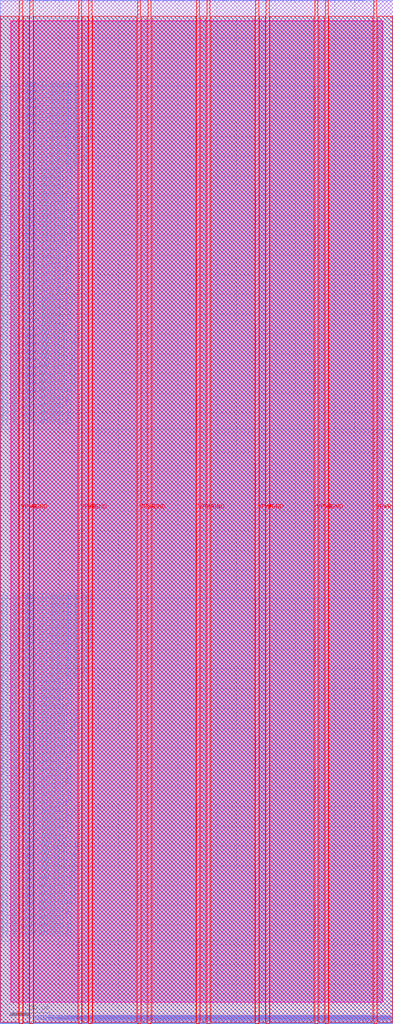
<source format=lef>
VERSION 5.7 ;
  NOWIREEXTENSIONATPIN ON ;
  DIVIDERCHAR "/" ;
  BUSBITCHARS "[]" ;
MACRO DSP
  CLASS BLOCK ;
  FOREIGN DSP ;
  ORIGIN 0.000 0.000 ;
  SIZE 199.640 BY 519.520 ;
  PIN Tile_X0Y0_E1BEG[0]
    DIRECTION OUTPUT ;
    USE SIGNAL ;
    ANTENNADIFFAREA 0.445500 ;
    PORT
      LAYER met3 ;
        RECT 199.040 367.240 199.640 367.840 ;
    END
  END Tile_X0Y0_E1BEG[0]
  PIN Tile_X0Y0_E1BEG[1]
    DIRECTION OUTPUT ;
    USE SIGNAL ;
    ANTENNADIFFAREA 0.891000 ;
    PORT
      LAYER met3 ;
        RECT 199.040 368.600 199.640 369.200 ;
    END
  END Tile_X0Y0_E1BEG[1]
  PIN Tile_X0Y0_E1BEG[2]
    DIRECTION OUTPUT ;
    USE SIGNAL ;
    ANTENNADIFFAREA 0.445500 ;
    PORT
      LAYER met3 ;
        RECT 199.040 369.960 199.640 370.560 ;
    END
  END Tile_X0Y0_E1BEG[2]
  PIN Tile_X0Y0_E1BEG[3]
    DIRECTION OUTPUT ;
    USE SIGNAL ;
    ANTENNADIFFAREA 0.445500 ;
    PORT
      LAYER met3 ;
        RECT 199.040 371.320 199.640 371.920 ;
    END
  END Tile_X0Y0_E1BEG[3]
  PIN Tile_X0Y0_E1END[0]
    DIRECTION INPUT ;
    USE SIGNAL ;
    ANTENNAGATEAREA 0.495000 ;
    PORT
      LAYER met3 ;
        RECT 0.000 367.240 0.600 367.840 ;
    END
  END Tile_X0Y0_E1END[0]
  PIN Tile_X0Y0_E1END[1]
    DIRECTION INPUT ;
    USE SIGNAL ;
    ANTENNAGATEAREA 0.213000 ;
    PORT
      LAYER met3 ;
        RECT 0.000 368.600 0.600 369.200 ;
    END
  END Tile_X0Y0_E1END[1]
  PIN Tile_X0Y0_E1END[2]
    DIRECTION INPUT ;
    USE SIGNAL ;
    ANTENNAGATEAREA 0.213000 ;
    PORT
      LAYER met3 ;
        RECT 0.000 369.960 0.600 370.560 ;
    END
  END Tile_X0Y0_E1END[2]
  PIN Tile_X0Y0_E1END[3]
    DIRECTION INPUT ;
    USE SIGNAL ;
    ANTENNAGATEAREA 0.196500 ;
    PORT
      LAYER met3 ;
        RECT 0.000 371.320 0.600 371.920 ;
    END
  END Tile_X0Y0_E1END[3]
  PIN Tile_X0Y0_E2BEG[0]
    DIRECTION OUTPUT ;
    USE SIGNAL ;
    ANTENNADIFFAREA 0.445500 ;
    PORT
      LAYER met3 ;
        RECT 199.040 372.680 199.640 373.280 ;
    END
  END Tile_X0Y0_E2BEG[0]
  PIN Tile_X0Y0_E2BEG[1]
    DIRECTION OUTPUT ;
    USE SIGNAL ;
    ANTENNADIFFAREA 0.445500 ;
    PORT
      LAYER met3 ;
        RECT 199.040 374.040 199.640 374.640 ;
    END
  END Tile_X0Y0_E2BEG[1]
  PIN Tile_X0Y0_E2BEG[2]
    DIRECTION OUTPUT ;
    USE SIGNAL ;
    ANTENNADIFFAREA 0.445500 ;
    PORT
      LAYER met3 ;
        RECT 199.040 375.400 199.640 376.000 ;
    END
  END Tile_X0Y0_E2BEG[2]
  PIN Tile_X0Y0_E2BEG[3]
    DIRECTION OUTPUT ;
    USE SIGNAL ;
    ANTENNADIFFAREA 0.445500 ;
    PORT
      LAYER met3 ;
        RECT 199.040 376.760 199.640 377.360 ;
    END
  END Tile_X0Y0_E2BEG[3]
  PIN Tile_X0Y0_E2BEG[4]
    DIRECTION OUTPUT ;
    USE SIGNAL ;
    ANTENNADIFFAREA 0.445500 ;
    PORT
      LAYER met3 ;
        RECT 199.040 378.120 199.640 378.720 ;
    END
  END Tile_X0Y0_E2BEG[4]
  PIN Tile_X0Y0_E2BEG[5]
    DIRECTION OUTPUT ;
    USE SIGNAL ;
    ANTENNADIFFAREA 1.336500 ;
    PORT
      LAYER met3 ;
        RECT 199.040 379.480 199.640 380.080 ;
    END
  END Tile_X0Y0_E2BEG[5]
  PIN Tile_X0Y0_E2BEG[6]
    DIRECTION OUTPUT ;
    USE SIGNAL ;
    ANTENNADIFFAREA 0.445500 ;
    PORT
      LAYER met3 ;
        RECT 199.040 380.840 199.640 381.440 ;
    END
  END Tile_X0Y0_E2BEG[6]
  PIN Tile_X0Y0_E2BEG[7]
    DIRECTION OUTPUT ;
    USE SIGNAL ;
    ANTENNADIFFAREA 0.445500 ;
    PORT
      LAYER met3 ;
        RECT 199.040 382.200 199.640 382.800 ;
    END
  END Tile_X0Y0_E2BEG[7]
  PIN Tile_X0Y0_E2BEGb[0]
    DIRECTION OUTPUT ;
    USE SIGNAL ;
    ANTENNADIFFAREA 0.445500 ;
    PORT
      LAYER met3 ;
        RECT 199.040 383.560 199.640 384.160 ;
    END
  END Tile_X0Y0_E2BEGb[0]
  PIN Tile_X0Y0_E2BEGb[1]
    DIRECTION OUTPUT ;
    USE SIGNAL ;
    ANTENNADIFFAREA 0.445500 ;
    PORT
      LAYER met3 ;
        RECT 199.040 384.920 199.640 385.520 ;
    END
  END Tile_X0Y0_E2BEGb[1]
  PIN Tile_X0Y0_E2BEGb[2]
    DIRECTION OUTPUT ;
    USE SIGNAL ;
    ANTENNADIFFAREA 0.445500 ;
    PORT
      LAYER met3 ;
        RECT 199.040 386.280 199.640 386.880 ;
    END
  END Tile_X0Y0_E2BEGb[2]
  PIN Tile_X0Y0_E2BEGb[3]
    DIRECTION OUTPUT ;
    USE SIGNAL ;
    ANTENNADIFFAREA 0.445500 ;
    PORT
      LAYER met3 ;
        RECT 199.040 387.640 199.640 388.240 ;
    END
  END Tile_X0Y0_E2BEGb[3]
  PIN Tile_X0Y0_E2BEGb[4]
    DIRECTION OUTPUT ;
    USE SIGNAL ;
    ANTENNADIFFAREA 0.445500 ;
    PORT
      LAYER met3 ;
        RECT 199.040 389.000 199.640 389.600 ;
    END
  END Tile_X0Y0_E2BEGb[4]
  PIN Tile_X0Y0_E2BEGb[5]
    DIRECTION OUTPUT ;
    USE SIGNAL ;
    ANTENNADIFFAREA 0.445500 ;
    PORT
      LAYER met3 ;
        RECT 199.040 390.360 199.640 390.960 ;
    END
  END Tile_X0Y0_E2BEGb[5]
  PIN Tile_X0Y0_E2BEGb[6]
    DIRECTION OUTPUT ;
    USE SIGNAL ;
    ANTENNADIFFAREA 0.445500 ;
    PORT
      LAYER met3 ;
        RECT 199.040 391.720 199.640 392.320 ;
    END
  END Tile_X0Y0_E2BEGb[6]
  PIN Tile_X0Y0_E2BEGb[7]
    DIRECTION OUTPUT ;
    USE SIGNAL ;
    ANTENNADIFFAREA 0.445500 ;
    PORT
      LAYER met3 ;
        RECT 199.040 393.080 199.640 393.680 ;
    END
  END Tile_X0Y0_E2BEGb[7]
  PIN Tile_X0Y0_E2END[0]
    DIRECTION INPUT ;
    USE SIGNAL ;
    ANTENNAGATEAREA 0.247500 ;
    PORT
      LAYER met3 ;
        RECT 0.000 383.560 0.600 384.160 ;
    END
  END Tile_X0Y0_E2END[0]
  PIN Tile_X0Y0_E2END[1]
    DIRECTION INPUT ;
    USE SIGNAL ;
    ANTENNAGATEAREA 0.213000 ;
    PORT
      LAYER met3 ;
        RECT 0.000 384.920 0.600 385.520 ;
    END
  END Tile_X0Y0_E2END[1]
  PIN Tile_X0Y0_E2END[2]
    DIRECTION INPUT ;
    USE SIGNAL ;
    ANTENNAGATEAREA 0.213000 ;
    PORT
      LAYER met3 ;
        RECT 0.000 386.280 0.600 386.880 ;
    END
  END Tile_X0Y0_E2END[2]
  PIN Tile_X0Y0_E2END[3]
    DIRECTION INPUT ;
    USE SIGNAL ;
    ANTENNAGATEAREA 0.159000 ;
    PORT
      LAYER met3 ;
        RECT 0.000 387.640 0.600 388.240 ;
    END
  END Tile_X0Y0_E2END[3]
  PIN Tile_X0Y0_E2END[4]
    DIRECTION INPUT ;
    USE SIGNAL ;
    ANTENNAGATEAREA 0.196500 ;
    PORT
      LAYER met3 ;
        RECT 0.000 389.000 0.600 389.600 ;
    END
  END Tile_X0Y0_E2END[4]
  PIN Tile_X0Y0_E2END[5]
    DIRECTION INPUT ;
    USE SIGNAL ;
    ANTENNAGATEAREA 0.213000 ;
    PORT
      LAYER met3 ;
        RECT 0.000 390.360 0.600 390.960 ;
    END
  END Tile_X0Y0_E2END[5]
  PIN Tile_X0Y0_E2END[6]
    DIRECTION INPUT ;
    USE SIGNAL ;
    ANTENNAGATEAREA 0.159000 ;
    PORT
      LAYER met3 ;
        RECT 0.000 391.720 0.600 392.320 ;
    END
  END Tile_X0Y0_E2END[6]
  PIN Tile_X0Y0_E2END[7]
    DIRECTION INPUT ;
    USE SIGNAL ;
    ANTENNAGATEAREA 0.159000 ;
    PORT
      LAYER met3 ;
        RECT 0.000 393.080 0.600 393.680 ;
    END
  END Tile_X0Y0_E2END[7]
  PIN Tile_X0Y0_E2MID[0]
    DIRECTION INPUT ;
    USE SIGNAL ;
    ANTENNAGATEAREA 0.159000 ;
    PORT
      LAYER met3 ;
        RECT 0.000 372.680 0.600 373.280 ;
    END
  END Tile_X0Y0_E2MID[0]
  PIN Tile_X0Y0_E2MID[1]
    DIRECTION INPUT ;
    USE SIGNAL ;
    ANTENNAGATEAREA 0.159000 ;
    PORT
      LAYER met3 ;
        RECT 0.000 374.040 0.600 374.640 ;
    END
  END Tile_X0Y0_E2MID[1]
  PIN Tile_X0Y0_E2MID[2]
    DIRECTION INPUT ;
    USE SIGNAL ;
    ANTENNAGATEAREA 0.213000 ;
    PORT
      LAYER met3 ;
        RECT 0.000 375.400 0.600 376.000 ;
    END
  END Tile_X0Y0_E2MID[2]
  PIN Tile_X0Y0_E2MID[3]
    DIRECTION INPUT ;
    USE SIGNAL ;
    ANTENNAGATEAREA 0.213000 ;
    PORT
      LAYER met3 ;
        RECT 0.000 376.760 0.600 377.360 ;
    END
  END Tile_X0Y0_E2MID[3]
  PIN Tile_X0Y0_E2MID[4]
    DIRECTION INPUT ;
    USE SIGNAL ;
    ANTENNAGATEAREA 0.159000 ;
    PORT
      LAYER met3 ;
        RECT 0.000 378.120 0.600 378.720 ;
    END
  END Tile_X0Y0_E2MID[4]
  PIN Tile_X0Y0_E2MID[5]
    DIRECTION INPUT ;
    USE SIGNAL ;
    ANTENNAGATEAREA 0.159000 ;
    PORT
      LAYER met3 ;
        RECT 0.000 379.480 0.600 380.080 ;
    END
  END Tile_X0Y0_E2MID[5]
  PIN Tile_X0Y0_E2MID[6]
    DIRECTION INPUT ;
    USE SIGNAL ;
    ANTENNAGATEAREA 0.213000 ;
    PORT
      LAYER met3 ;
        RECT 0.000 380.840 0.600 381.440 ;
    END
  END Tile_X0Y0_E2MID[6]
  PIN Tile_X0Y0_E2MID[7]
    DIRECTION INPUT ;
    USE SIGNAL ;
    ANTENNAGATEAREA 0.213000 ;
    PORT
      LAYER met3 ;
        RECT 0.000 382.200 0.600 382.800 ;
    END
  END Tile_X0Y0_E2MID[7]
  PIN Tile_X0Y0_E6BEG[0]
    DIRECTION OUTPUT ;
    USE SIGNAL ;
    ANTENNADIFFAREA 0.445500 ;
    PORT
      LAYER met3 ;
        RECT 199.040 416.200 199.640 416.800 ;
    END
  END Tile_X0Y0_E6BEG[0]
  PIN Tile_X0Y0_E6BEG[10]
    DIRECTION OUTPUT ;
    USE SIGNAL ;
    ANTENNADIFFAREA 0.445500 ;
    PORT
      LAYER met3 ;
        RECT 199.040 429.800 199.640 430.400 ;
    END
  END Tile_X0Y0_E6BEG[10]
  PIN Tile_X0Y0_E6BEG[11]
    DIRECTION OUTPUT ;
    USE SIGNAL ;
    ANTENNADIFFAREA 1.336500 ;
    PORT
      LAYER met3 ;
        RECT 199.040 431.160 199.640 431.760 ;
    END
  END Tile_X0Y0_E6BEG[11]
  PIN Tile_X0Y0_E6BEG[1]
    DIRECTION OUTPUT ;
    USE SIGNAL ;
    ANTENNADIFFAREA 0.445500 ;
    PORT
      LAYER met3 ;
        RECT 199.040 417.560 199.640 418.160 ;
    END
  END Tile_X0Y0_E6BEG[1]
  PIN Tile_X0Y0_E6BEG[2]
    DIRECTION OUTPUT ;
    USE SIGNAL ;
    ANTENNADIFFAREA 0.445500 ;
    PORT
      LAYER met3 ;
        RECT 199.040 418.920 199.640 419.520 ;
    END
  END Tile_X0Y0_E6BEG[2]
  PIN Tile_X0Y0_E6BEG[3]
    DIRECTION OUTPUT ;
    USE SIGNAL ;
    ANTENNADIFFAREA 0.445500 ;
    PORT
      LAYER met3 ;
        RECT 199.040 420.280 199.640 420.880 ;
    END
  END Tile_X0Y0_E6BEG[3]
  PIN Tile_X0Y0_E6BEG[4]
    DIRECTION OUTPUT ;
    USE SIGNAL ;
    ANTENNADIFFAREA 0.445500 ;
    PORT
      LAYER met3 ;
        RECT 199.040 421.640 199.640 422.240 ;
    END
  END Tile_X0Y0_E6BEG[4]
  PIN Tile_X0Y0_E6BEG[5]
    DIRECTION OUTPUT ;
    USE SIGNAL ;
    ANTENNADIFFAREA 0.445500 ;
    PORT
      LAYER met3 ;
        RECT 199.040 423.000 199.640 423.600 ;
    END
  END Tile_X0Y0_E6BEG[5]
  PIN Tile_X0Y0_E6BEG[6]
    DIRECTION OUTPUT ;
    USE SIGNAL ;
    ANTENNADIFFAREA 0.445500 ;
    PORT
      LAYER met3 ;
        RECT 199.040 424.360 199.640 424.960 ;
    END
  END Tile_X0Y0_E6BEG[6]
  PIN Tile_X0Y0_E6BEG[7]
    DIRECTION OUTPUT ;
    USE SIGNAL ;
    ANTENNADIFFAREA 0.445500 ;
    PORT
      LAYER met3 ;
        RECT 199.040 425.720 199.640 426.320 ;
    END
  END Tile_X0Y0_E6BEG[7]
  PIN Tile_X0Y0_E6BEG[8]
    DIRECTION OUTPUT ;
    USE SIGNAL ;
    ANTENNADIFFAREA 0.445500 ;
    PORT
      LAYER met3 ;
        RECT 199.040 427.080 199.640 427.680 ;
    END
  END Tile_X0Y0_E6BEG[8]
  PIN Tile_X0Y0_E6BEG[9]
    DIRECTION OUTPUT ;
    USE SIGNAL ;
    ANTENNADIFFAREA 0.445500 ;
    PORT
      LAYER met3 ;
        RECT 199.040 428.440 199.640 429.040 ;
    END
  END Tile_X0Y0_E6BEG[9]
  PIN Tile_X0Y0_E6END[0]
    DIRECTION INPUT ;
    USE SIGNAL ;
    ANTENNAGATEAREA 0.196500 ;
    PORT
      LAYER met3 ;
        RECT 0.000 416.200 0.600 416.800 ;
    END
  END Tile_X0Y0_E6END[0]
  PIN Tile_X0Y0_E6END[10]
    DIRECTION INPUT ;
    USE SIGNAL ;
    ANTENNAGATEAREA 0.196500 ;
    PORT
      LAYER met3 ;
        RECT 0.000 429.800 0.600 430.400 ;
    END
  END Tile_X0Y0_E6END[10]
  PIN Tile_X0Y0_E6END[11]
    DIRECTION INPUT ;
    USE SIGNAL ;
    ANTENNAGATEAREA 0.196500 ;
    PORT
      LAYER met3 ;
        RECT 0.000 431.160 0.600 431.760 ;
    END
  END Tile_X0Y0_E6END[11]
  PIN Tile_X0Y0_E6END[1]
    DIRECTION INPUT ;
    USE SIGNAL ;
    ANTENNAGATEAREA 0.196500 ;
    PORT
      LAYER met3 ;
        RECT 0.000 417.560 0.600 418.160 ;
    END
  END Tile_X0Y0_E6END[1]
  PIN Tile_X0Y0_E6END[2]
    DIRECTION INPUT ;
    USE SIGNAL ;
    ANTENNAGATEAREA 0.196500 ;
    PORT
      LAYER met3 ;
        RECT 0.000 418.920 0.600 419.520 ;
    END
  END Tile_X0Y0_E6END[2]
  PIN Tile_X0Y0_E6END[3]
    DIRECTION INPUT ;
    USE SIGNAL ;
    ANTENNAGATEAREA 0.196500 ;
    PORT
      LAYER met3 ;
        RECT 0.000 420.280 0.600 420.880 ;
    END
  END Tile_X0Y0_E6END[3]
  PIN Tile_X0Y0_E6END[4]
    DIRECTION INPUT ;
    USE SIGNAL ;
    ANTENNAGATEAREA 0.196500 ;
    PORT
      LAYER met3 ;
        RECT 0.000 421.640 0.600 422.240 ;
    END
  END Tile_X0Y0_E6END[4]
  PIN Tile_X0Y0_E6END[5]
    DIRECTION INPUT ;
    USE SIGNAL ;
    ANTENNAGATEAREA 0.196500 ;
    PORT
      LAYER met3 ;
        RECT 0.000 423.000 0.600 423.600 ;
    END
  END Tile_X0Y0_E6END[5]
  PIN Tile_X0Y0_E6END[6]
    DIRECTION INPUT ;
    USE SIGNAL ;
    ANTENNAGATEAREA 0.196500 ;
    PORT
      LAYER met3 ;
        RECT 0.000 424.360 0.600 424.960 ;
    END
  END Tile_X0Y0_E6END[6]
  PIN Tile_X0Y0_E6END[7]
    DIRECTION INPUT ;
    USE SIGNAL ;
    ANTENNAGATEAREA 0.196500 ;
    PORT
      LAYER met3 ;
        RECT 0.000 425.720 0.600 426.320 ;
    END
  END Tile_X0Y0_E6END[7]
  PIN Tile_X0Y0_E6END[8]
    DIRECTION INPUT ;
    USE SIGNAL ;
    ANTENNAGATEAREA 0.196500 ;
    PORT
      LAYER met3 ;
        RECT 0.000 427.080 0.600 427.680 ;
    END
  END Tile_X0Y0_E6END[8]
  PIN Tile_X0Y0_E6END[9]
    DIRECTION INPUT ;
    USE SIGNAL ;
    ANTENNAGATEAREA 0.196500 ;
    PORT
      LAYER met3 ;
        RECT 0.000 428.440 0.600 429.040 ;
    END
  END Tile_X0Y0_E6END[9]
  PIN Tile_X0Y0_EE4BEG[0]
    DIRECTION OUTPUT ;
    USE SIGNAL ;
    ANTENNADIFFAREA 0.445500 ;
    PORT
      LAYER met3 ;
        RECT 199.040 394.440 199.640 395.040 ;
    END
  END Tile_X0Y0_EE4BEG[0]
  PIN Tile_X0Y0_EE4BEG[10]
    DIRECTION OUTPUT ;
    USE SIGNAL ;
    ANTENNADIFFAREA 0.445500 ;
    PORT
      LAYER met3 ;
        RECT 199.040 408.040 199.640 408.640 ;
    END
  END Tile_X0Y0_EE4BEG[10]
  PIN Tile_X0Y0_EE4BEG[11]
    DIRECTION OUTPUT ;
    USE SIGNAL ;
    ANTENNADIFFAREA 0.445500 ;
    PORT
      LAYER met3 ;
        RECT 199.040 409.400 199.640 410.000 ;
    END
  END Tile_X0Y0_EE4BEG[11]
  PIN Tile_X0Y0_EE4BEG[12]
    DIRECTION OUTPUT ;
    USE SIGNAL ;
    ANTENNADIFFAREA 0.445500 ;
    PORT
      LAYER met3 ;
        RECT 199.040 410.760 199.640 411.360 ;
    END
  END Tile_X0Y0_EE4BEG[12]
  PIN Tile_X0Y0_EE4BEG[13]
    DIRECTION OUTPUT ;
    USE SIGNAL ;
    ANTENNADIFFAREA 1.336500 ;
    PORT
      LAYER met3 ;
        RECT 199.040 412.120 199.640 412.720 ;
    END
  END Tile_X0Y0_EE4BEG[13]
  PIN Tile_X0Y0_EE4BEG[14]
    DIRECTION OUTPUT ;
    USE SIGNAL ;
    ANTENNADIFFAREA 0.445500 ;
    PORT
      LAYER met3 ;
        RECT 199.040 413.480 199.640 414.080 ;
    END
  END Tile_X0Y0_EE4BEG[14]
  PIN Tile_X0Y0_EE4BEG[15]
    DIRECTION OUTPUT ;
    USE SIGNAL ;
    ANTENNADIFFAREA 1.336500 ;
    PORT
      LAYER met3 ;
        RECT 199.040 414.840 199.640 415.440 ;
    END
  END Tile_X0Y0_EE4BEG[15]
  PIN Tile_X0Y0_EE4BEG[1]
    DIRECTION OUTPUT ;
    USE SIGNAL ;
    ANTENNADIFFAREA 0.445500 ;
    PORT
      LAYER met3 ;
        RECT 199.040 395.800 199.640 396.400 ;
    END
  END Tile_X0Y0_EE4BEG[1]
  PIN Tile_X0Y0_EE4BEG[2]
    DIRECTION OUTPUT ;
    USE SIGNAL ;
    ANTENNADIFFAREA 0.445500 ;
    PORT
      LAYER met3 ;
        RECT 199.040 397.160 199.640 397.760 ;
    END
  END Tile_X0Y0_EE4BEG[2]
  PIN Tile_X0Y0_EE4BEG[3]
    DIRECTION OUTPUT ;
    USE SIGNAL ;
    ANTENNADIFFAREA 0.445500 ;
    PORT
      LAYER met3 ;
        RECT 199.040 398.520 199.640 399.120 ;
    END
  END Tile_X0Y0_EE4BEG[3]
  PIN Tile_X0Y0_EE4BEG[4]
    DIRECTION OUTPUT ;
    USE SIGNAL ;
    ANTENNADIFFAREA 0.445500 ;
    PORT
      LAYER met3 ;
        RECT 199.040 399.880 199.640 400.480 ;
    END
  END Tile_X0Y0_EE4BEG[4]
  PIN Tile_X0Y0_EE4BEG[5]
    DIRECTION OUTPUT ;
    USE SIGNAL ;
    ANTENNADIFFAREA 0.445500 ;
    PORT
      LAYER met3 ;
        RECT 199.040 401.240 199.640 401.840 ;
    END
  END Tile_X0Y0_EE4BEG[5]
  PIN Tile_X0Y0_EE4BEG[6]
    DIRECTION OUTPUT ;
    USE SIGNAL ;
    ANTENNADIFFAREA 0.445500 ;
    PORT
      LAYER met3 ;
        RECT 199.040 402.600 199.640 403.200 ;
    END
  END Tile_X0Y0_EE4BEG[6]
  PIN Tile_X0Y0_EE4BEG[7]
    DIRECTION OUTPUT ;
    USE SIGNAL ;
    ANTENNADIFFAREA 0.445500 ;
    PORT
      LAYER met3 ;
        RECT 199.040 403.960 199.640 404.560 ;
    END
  END Tile_X0Y0_EE4BEG[7]
  PIN Tile_X0Y0_EE4BEG[8]
    DIRECTION OUTPUT ;
    USE SIGNAL ;
    ANTENNADIFFAREA 0.445500 ;
    PORT
      LAYER met3 ;
        RECT 199.040 405.320 199.640 405.920 ;
    END
  END Tile_X0Y0_EE4BEG[8]
  PIN Tile_X0Y0_EE4BEG[9]
    DIRECTION OUTPUT ;
    USE SIGNAL ;
    ANTENNADIFFAREA 0.445500 ;
    PORT
      LAYER met3 ;
        RECT 199.040 406.680 199.640 407.280 ;
    END
  END Tile_X0Y0_EE4BEG[9]
  PIN Tile_X0Y0_EE4END[0]
    DIRECTION INPUT ;
    USE SIGNAL ;
    ANTENNAGATEAREA 0.213000 ;
    PORT
      LAYER met3 ;
        RECT 0.000 394.440 0.600 395.040 ;
    END
  END Tile_X0Y0_EE4END[0]
  PIN Tile_X0Y0_EE4END[10]
    DIRECTION INPUT ;
    USE SIGNAL ;
    ANTENNAGATEAREA 0.196500 ;
    PORT
      LAYER met3 ;
        RECT 0.000 408.040 0.600 408.640 ;
    END
  END Tile_X0Y0_EE4END[10]
  PIN Tile_X0Y0_EE4END[11]
    DIRECTION INPUT ;
    USE SIGNAL ;
    ANTENNAGATEAREA 0.196500 ;
    PORT
      LAYER met3 ;
        RECT 0.000 409.400 0.600 410.000 ;
    END
  END Tile_X0Y0_EE4END[11]
  PIN Tile_X0Y0_EE4END[12]
    DIRECTION INPUT ;
    USE SIGNAL ;
    ANTENNAGATEAREA 0.196500 ;
    PORT
      LAYER met3 ;
        RECT 0.000 410.760 0.600 411.360 ;
    END
  END Tile_X0Y0_EE4END[12]
  PIN Tile_X0Y0_EE4END[13]
    DIRECTION INPUT ;
    USE SIGNAL ;
    ANTENNAGATEAREA 0.196500 ;
    PORT
      LAYER met3 ;
        RECT 0.000 412.120 0.600 412.720 ;
    END
  END Tile_X0Y0_EE4END[13]
  PIN Tile_X0Y0_EE4END[14]
    DIRECTION INPUT ;
    USE SIGNAL ;
    ANTENNAGATEAREA 0.196500 ;
    PORT
      LAYER met3 ;
        RECT 0.000 413.480 0.600 414.080 ;
    END
  END Tile_X0Y0_EE4END[14]
  PIN Tile_X0Y0_EE4END[15]
    DIRECTION INPUT ;
    USE SIGNAL ;
    ANTENNAGATEAREA 0.196500 ;
    PORT
      LAYER met3 ;
        RECT 0.000 414.840 0.600 415.440 ;
    END
  END Tile_X0Y0_EE4END[15]
  PIN Tile_X0Y0_EE4END[1]
    DIRECTION INPUT ;
    USE SIGNAL ;
    ANTENNAGATEAREA 0.213000 ;
    PORT
      LAYER met3 ;
        RECT 0.000 395.800 0.600 396.400 ;
    END
  END Tile_X0Y0_EE4END[1]
  PIN Tile_X0Y0_EE4END[2]
    DIRECTION INPUT ;
    USE SIGNAL ;
    ANTENNAGATEAREA 0.196500 ;
    PORT
      LAYER met3 ;
        RECT 0.000 397.160 0.600 397.760 ;
    END
  END Tile_X0Y0_EE4END[2]
  PIN Tile_X0Y0_EE4END[3]
    DIRECTION INPUT ;
    USE SIGNAL ;
    ANTENNAGATEAREA 0.196500 ;
    PORT
      LAYER met3 ;
        RECT 0.000 398.520 0.600 399.120 ;
    END
  END Tile_X0Y0_EE4END[3]
  PIN Tile_X0Y0_EE4END[4]
    DIRECTION INPUT ;
    USE SIGNAL ;
    ANTENNAGATEAREA 0.196500 ;
    PORT
      LAYER met3 ;
        RECT 0.000 399.880 0.600 400.480 ;
    END
  END Tile_X0Y0_EE4END[4]
  PIN Tile_X0Y0_EE4END[5]
    DIRECTION INPUT ;
    USE SIGNAL ;
    ANTENNAGATEAREA 0.196500 ;
    PORT
      LAYER met3 ;
        RECT 0.000 401.240 0.600 401.840 ;
    END
  END Tile_X0Y0_EE4END[5]
  PIN Tile_X0Y0_EE4END[6]
    DIRECTION INPUT ;
    USE SIGNAL ;
    ANTENNAGATEAREA 0.196500 ;
    PORT
      LAYER met3 ;
        RECT 0.000 402.600 0.600 403.200 ;
    END
  END Tile_X0Y0_EE4END[6]
  PIN Tile_X0Y0_EE4END[7]
    DIRECTION INPUT ;
    USE SIGNAL ;
    ANTENNAGATEAREA 0.196500 ;
    PORT
      LAYER met3 ;
        RECT 0.000 403.960 0.600 404.560 ;
    END
  END Tile_X0Y0_EE4END[7]
  PIN Tile_X0Y0_EE4END[8]
    DIRECTION INPUT ;
    USE SIGNAL ;
    ANTENNAGATEAREA 0.196500 ;
    PORT
      LAYER met3 ;
        RECT 0.000 405.320 0.600 405.920 ;
    END
  END Tile_X0Y0_EE4END[8]
  PIN Tile_X0Y0_EE4END[9]
    DIRECTION INPUT ;
    USE SIGNAL ;
    ANTENNAGATEAREA 0.196500 ;
    PORT
      LAYER met3 ;
        RECT 0.000 406.680 0.600 407.280 ;
    END
  END Tile_X0Y0_EE4END[9]
  PIN Tile_X0Y0_FrameData[0]
    DIRECTION INPUT ;
    USE SIGNAL ;
    ANTENNAGATEAREA 0.213000 ;
    PORT
      LAYER met3 ;
        RECT 0.000 432.520 0.600 433.120 ;
    END
  END Tile_X0Y0_FrameData[0]
  PIN Tile_X0Y0_FrameData[10]
    DIRECTION INPUT ;
    USE SIGNAL ;
    ANTENNAGATEAREA 0.159000 ;
    PORT
      LAYER met3 ;
        RECT 0.000 446.120 0.600 446.720 ;
    END
  END Tile_X0Y0_FrameData[10]
  PIN Tile_X0Y0_FrameData[11]
    DIRECTION INPUT ;
    USE SIGNAL ;
    ANTENNAGATEAREA 0.159000 ;
    PORT
      LAYER met3 ;
        RECT 0.000 447.480 0.600 448.080 ;
    END
  END Tile_X0Y0_FrameData[11]
  PIN Tile_X0Y0_FrameData[12]
    DIRECTION INPUT ;
    USE SIGNAL ;
    ANTENNAGATEAREA 0.126000 ;
    PORT
      LAYER met3 ;
        RECT 0.000 448.840 0.600 449.440 ;
    END
  END Tile_X0Y0_FrameData[12]
  PIN Tile_X0Y0_FrameData[13]
    DIRECTION INPUT ;
    USE SIGNAL ;
    ANTENNAGATEAREA 0.126000 ;
    PORT
      LAYER met3 ;
        RECT 0.000 450.200 0.600 450.800 ;
    END
  END Tile_X0Y0_FrameData[13]
  PIN Tile_X0Y0_FrameData[14]
    DIRECTION INPUT ;
    USE SIGNAL ;
    ANTENNAGATEAREA 0.159000 ;
    PORT
      LAYER met3 ;
        RECT 0.000 451.560 0.600 452.160 ;
    END
  END Tile_X0Y0_FrameData[14]
  PIN Tile_X0Y0_FrameData[15]
    DIRECTION INPUT ;
    USE SIGNAL ;
    ANTENNAGATEAREA 0.159000 ;
    PORT
      LAYER met3 ;
        RECT 0.000 452.920 0.600 453.520 ;
    END
  END Tile_X0Y0_FrameData[15]
  PIN Tile_X0Y0_FrameData[16]
    DIRECTION INPUT ;
    USE SIGNAL ;
    ANTENNAGATEAREA 0.159000 ;
    PORT
      LAYER met3 ;
        RECT 0.000 454.280 0.600 454.880 ;
    END
  END Tile_X0Y0_FrameData[16]
  PIN Tile_X0Y0_FrameData[17]
    DIRECTION INPUT ;
    USE SIGNAL ;
    ANTENNAGATEAREA 0.213000 ;
    PORT
      LAYER met3 ;
        RECT 0.000 455.640 0.600 456.240 ;
    END
  END Tile_X0Y0_FrameData[17]
  PIN Tile_X0Y0_FrameData[18]
    DIRECTION INPUT ;
    USE SIGNAL ;
    ANTENNAGATEAREA 0.159000 ;
    PORT
      LAYER met3 ;
        RECT 0.000 457.000 0.600 457.600 ;
    END
  END Tile_X0Y0_FrameData[18]
  PIN Tile_X0Y0_FrameData[19]
    DIRECTION INPUT ;
    USE SIGNAL ;
    ANTENNAGATEAREA 0.159000 ;
    PORT
      LAYER met3 ;
        RECT 0.000 458.360 0.600 458.960 ;
    END
  END Tile_X0Y0_FrameData[19]
  PIN Tile_X0Y0_FrameData[1]
    DIRECTION INPUT ;
    USE SIGNAL ;
    ANTENNAGATEAREA 0.213000 ;
    PORT
      LAYER met3 ;
        RECT 0.000 433.880 0.600 434.480 ;
    END
  END Tile_X0Y0_FrameData[1]
  PIN Tile_X0Y0_FrameData[20]
    DIRECTION INPUT ;
    USE SIGNAL ;
    ANTENNAGATEAREA 0.159000 ;
    PORT
      LAYER met3 ;
        RECT 0.000 459.720 0.600 460.320 ;
    END
  END Tile_X0Y0_FrameData[20]
  PIN Tile_X0Y0_FrameData[21]
    DIRECTION INPUT ;
    USE SIGNAL ;
    ANTENNAGATEAREA 0.159000 ;
    PORT
      LAYER met3 ;
        RECT 0.000 461.080 0.600 461.680 ;
    END
  END Tile_X0Y0_FrameData[21]
  PIN Tile_X0Y0_FrameData[22]
    DIRECTION INPUT ;
    USE SIGNAL ;
    ANTENNAGATEAREA 0.213000 ;
    PORT
      LAYER met3 ;
        RECT 0.000 462.440 0.600 463.040 ;
    END
  END Tile_X0Y0_FrameData[22]
  PIN Tile_X0Y0_FrameData[23]
    DIRECTION INPUT ;
    USE SIGNAL ;
    ANTENNAGATEAREA 0.213000 ;
    PORT
      LAYER met3 ;
        RECT 0.000 463.800 0.600 464.400 ;
    END
  END Tile_X0Y0_FrameData[23]
  PIN Tile_X0Y0_FrameData[24]
    DIRECTION INPUT ;
    USE SIGNAL ;
    ANTENNAGATEAREA 0.213000 ;
    PORT
      LAYER met3 ;
        RECT 0.000 465.160 0.600 465.760 ;
    END
  END Tile_X0Y0_FrameData[24]
  PIN Tile_X0Y0_FrameData[25]
    DIRECTION INPUT ;
    USE SIGNAL ;
    ANTENNAGATEAREA 0.159000 ;
    PORT
      LAYER met3 ;
        RECT 0.000 466.520 0.600 467.120 ;
    END
  END Tile_X0Y0_FrameData[25]
  PIN Tile_X0Y0_FrameData[26]
    DIRECTION INPUT ;
    USE SIGNAL ;
    ANTENNAGATEAREA 0.213000 ;
    PORT
      LAYER met3 ;
        RECT 0.000 467.880 0.600 468.480 ;
    END
  END Tile_X0Y0_FrameData[26]
  PIN Tile_X0Y0_FrameData[27]
    DIRECTION INPUT ;
    USE SIGNAL ;
    ANTENNAGATEAREA 0.213000 ;
    PORT
      LAYER met3 ;
        RECT 0.000 469.240 0.600 469.840 ;
    END
  END Tile_X0Y0_FrameData[27]
  PIN Tile_X0Y0_FrameData[28]
    DIRECTION INPUT ;
    USE SIGNAL ;
    ANTENNAGATEAREA 0.159000 ;
    PORT
      LAYER met3 ;
        RECT 0.000 470.600 0.600 471.200 ;
    END
  END Tile_X0Y0_FrameData[28]
  PIN Tile_X0Y0_FrameData[29]
    DIRECTION INPUT ;
    USE SIGNAL ;
    ANTENNAGATEAREA 0.159000 ;
    PORT
      LAYER met3 ;
        RECT 0.000 471.960 0.600 472.560 ;
    END
  END Tile_X0Y0_FrameData[29]
  PIN Tile_X0Y0_FrameData[2]
    DIRECTION INPUT ;
    USE SIGNAL ;
    ANTENNAGATEAREA 0.159000 ;
    PORT
      LAYER met3 ;
        RECT 0.000 435.240 0.600 435.840 ;
    END
  END Tile_X0Y0_FrameData[2]
  PIN Tile_X0Y0_FrameData[30]
    DIRECTION INPUT ;
    USE SIGNAL ;
    ANTENNAGATEAREA 0.213000 ;
    PORT
      LAYER met3 ;
        RECT 0.000 473.320 0.600 473.920 ;
    END
  END Tile_X0Y0_FrameData[30]
  PIN Tile_X0Y0_FrameData[31]
    DIRECTION INPUT ;
    USE SIGNAL ;
    ANTENNAGATEAREA 0.213000 ;
    PORT
      LAYER met3 ;
        RECT 0.000 474.680 0.600 475.280 ;
    END
  END Tile_X0Y0_FrameData[31]
  PIN Tile_X0Y0_FrameData[3]
    DIRECTION INPUT ;
    USE SIGNAL ;
    ANTENNAGATEAREA 0.159000 ;
    PORT
      LAYER met3 ;
        RECT 0.000 436.600 0.600 437.200 ;
    END
  END Tile_X0Y0_FrameData[3]
  PIN Tile_X0Y0_FrameData[4]
    DIRECTION INPUT ;
    USE SIGNAL ;
    ANTENNAGATEAREA 0.213000 ;
    PORT
      LAYER met3 ;
        RECT 0.000 437.960 0.600 438.560 ;
    END
  END Tile_X0Y0_FrameData[4]
  PIN Tile_X0Y0_FrameData[5]
    DIRECTION INPUT ;
    USE SIGNAL ;
    ANTENNAGATEAREA 0.213000 ;
    PORT
      LAYER met3 ;
        RECT 0.000 439.320 0.600 439.920 ;
    END
  END Tile_X0Y0_FrameData[5]
  PIN Tile_X0Y0_FrameData[6]
    DIRECTION INPUT ;
    USE SIGNAL ;
    ANTENNAGATEAREA 0.126000 ;
    PORT
      LAYER met3 ;
        RECT 0.000 440.680 0.600 441.280 ;
    END
  END Tile_X0Y0_FrameData[6]
  PIN Tile_X0Y0_FrameData[7]
    DIRECTION INPUT ;
    USE SIGNAL ;
    ANTENNAGATEAREA 0.126000 ;
    PORT
      LAYER met3 ;
        RECT 0.000 442.040 0.600 442.640 ;
    END
  END Tile_X0Y0_FrameData[7]
  PIN Tile_X0Y0_FrameData[8]
    DIRECTION INPUT ;
    USE SIGNAL ;
    ANTENNAGATEAREA 0.159000 ;
    PORT
      LAYER met3 ;
        RECT 0.000 443.400 0.600 444.000 ;
    END
  END Tile_X0Y0_FrameData[8]
  PIN Tile_X0Y0_FrameData[9]
    DIRECTION INPUT ;
    USE SIGNAL ;
    ANTENNAGATEAREA 0.159000 ;
    PORT
      LAYER met3 ;
        RECT 0.000 444.760 0.600 445.360 ;
    END
  END Tile_X0Y0_FrameData[9]
  PIN Tile_X0Y0_FrameData_O[0]
    DIRECTION OUTPUT ;
    USE SIGNAL ;
    ANTENNADIFFAREA 0.445500 ;
    PORT
      LAYER met3 ;
        RECT 199.040 432.520 199.640 433.120 ;
    END
  END Tile_X0Y0_FrameData_O[0]
  PIN Tile_X0Y0_FrameData_O[10]
    DIRECTION OUTPUT ;
    USE SIGNAL ;
    ANTENNADIFFAREA 0.445500 ;
    PORT
      LAYER met3 ;
        RECT 199.040 446.120 199.640 446.720 ;
    END
  END Tile_X0Y0_FrameData_O[10]
  PIN Tile_X0Y0_FrameData_O[11]
    DIRECTION OUTPUT ;
    USE SIGNAL ;
    ANTENNADIFFAREA 0.445500 ;
    PORT
      LAYER met3 ;
        RECT 199.040 447.480 199.640 448.080 ;
    END
  END Tile_X0Y0_FrameData_O[11]
  PIN Tile_X0Y0_FrameData_O[12]
    DIRECTION OUTPUT ;
    USE SIGNAL ;
    ANTENNADIFFAREA 0.445500 ;
    PORT
      LAYER met3 ;
        RECT 199.040 448.840 199.640 449.440 ;
    END
  END Tile_X0Y0_FrameData_O[12]
  PIN Tile_X0Y0_FrameData_O[13]
    DIRECTION OUTPUT ;
    USE SIGNAL ;
    ANTENNADIFFAREA 0.445500 ;
    PORT
      LAYER met3 ;
        RECT 199.040 450.200 199.640 450.800 ;
    END
  END Tile_X0Y0_FrameData_O[13]
  PIN Tile_X0Y0_FrameData_O[14]
    DIRECTION OUTPUT ;
    USE SIGNAL ;
    ANTENNADIFFAREA 0.445500 ;
    PORT
      LAYER met3 ;
        RECT 199.040 451.560 199.640 452.160 ;
    END
  END Tile_X0Y0_FrameData_O[14]
  PIN Tile_X0Y0_FrameData_O[15]
    DIRECTION OUTPUT ;
    USE SIGNAL ;
    ANTENNADIFFAREA 0.445500 ;
    PORT
      LAYER met3 ;
        RECT 199.040 452.920 199.640 453.520 ;
    END
  END Tile_X0Y0_FrameData_O[15]
  PIN Tile_X0Y0_FrameData_O[16]
    DIRECTION OUTPUT ;
    USE SIGNAL ;
    ANTENNADIFFAREA 0.445500 ;
    PORT
      LAYER met3 ;
        RECT 199.040 454.280 199.640 454.880 ;
    END
  END Tile_X0Y0_FrameData_O[16]
  PIN Tile_X0Y0_FrameData_O[17]
    DIRECTION OUTPUT ;
    USE SIGNAL ;
    ANTENNADIFFAREA 0.445500 ;
    PORT
      LAYER met3 ;
        RECT 199.040 455.640 199.640 456.240 ;
    END
  END Tile_X0Y0_FrameData_O[17]
  PIN Tile_X0Y0_FrameData_O[18]
    DIRECTION OUTPUT ;
    USE SIGNAL ;
    ANTENNADIFFAREA 0.445500 ;
    PORT
      LAYER met3 ;
        RECT 199.040 457.000 199.640 457.600 ;
    END
  END Tile_X0Y0_FrameData_O[18]
  PIN Tile_X0Y0_FrameData_O[19]
    DIRECTION OUTPUT ;
    USE SIGNAL ;
    ANTENNADIFFAREA 0.445500 ;
    PORT
      LAYER met3 ;
        RECT 199.040 458.360 199.640 458.960 ;
    END
  END Tile_X0Y0_FrameData_O[19]
  PIN Tile_X0Y0_FrameData_O[1]
    DIRECTION OUTPUT ;
    USE SIGNAL ;
    ANTENNADIFFAREA 0.445500 ;
    PORT
      LAYER met3 ;
        RECT 199.040 433.880 199.640 434.480 ;
    END
  END Tile_X0Y0_FrameData_O[1]
  PIN Tile_X0Y0_FrameData_O[20]
    DIRECTION OUTPUT ;
    USE SIGNAL ;
    ANTENNADIFFAREA 0.445500 ;
    PORT
      LAYER met3 ;
        RECT 199.040 459.720 199.640 460.320 ;
    END
  END Tile_X0Y0_FrameData_O[20]
  PIN Tile_X0Y0_FrameData_O[21]
    DIRECTION OUTPUT ;
    USE SIGNAL ;
    ANTENNADIFFAREA 0.445500 ;
    PORT
      LAYER met3 ;
        RECT 199.040 461.080 199.640 461.680 ;
    END
  END Tile_X0Y0_FrameData_O[21]
  PIN Tile_X0Y0_FrameData_O[22]
    DIRECTION OUTPUT ;
    USE SIGNAL ;
    ANTENNADIFFAREA 0.445500 ;
    PORT
      LAYER met3 ;
        RECT 199.040 462.440 199.640 463.040 ;
    END
  END Tile_X0Y0_FrameData_O[22]
  PIN Tile_X0Y0_FrameData_O[23]
    DIRECTION OUTPUT ;
    USE SIGNAL ;
    ANTENNADIFFAREA 0.445500 ;
    PORT
      LAYER met3 ;
        RECT 199.040 463.800 199.640 464.400 ;
    END
  END Tile_X0Y0_FrameData_O[23]
  PIN Tile_X0Y0_FrameData_O[24]
    DIRECTION OUTPUT ;
    USE SIGNAL ;
    ANTENNADIFFAREA 0.445500 ;
    PORT
      LAYER met3 ;
        RECT 199.040 465.160 199.640 465.760 ;
    END
  END Tile_X0Y0_FrameData_O[24]
  PIN Tile_X0Y0_FrameData_O[25]
    DIRECTION OUTPUT ;
    USE SIGNAL ;
    ANTENNADIFFAREA 0.445500 ;
    PORT
      LAYER met3 ;
        RECT 199.040 466.520 199.640 467.120 ;
    END
  END Tile_X0Y0_FrameData_O[25]
  PIN Tile_X0Y0_FrameData_O[26]
    DIRECTION OUTPUT ;
    USE SIGNAL ;
    ANTENNADIFFAREA 0.445500 ;
    PORT
      LAYER met3 ;
        RECT 199.040 467.880 199.640 468.480 ;
    END
  END Tile_X0Y0_FrameData_O[26]
  PIN Tile_X0Y0_FrameData_O[27]
    DIRECTION OUTPUT ;
    USE SIGNAL ;
    ANTENNADIFFAREA 0.445500 ;
    PORT
      LAYER met3 ;
        RECT 199.040 469.240 199.640 469.840 ;
    END
  END Tile_X0Y0_FrameData_O[27]
  PIN Tile_X0Y0_FrameData_O[28]
    DIRECTION OUTPUT ;
    USE SIGNAL ;
    ANTENNADIFFAREA 0.445500 ;
    PORT
      LAYER met3 ;
        RECT 199.040 470.600 199.640 471.200 ;
    END
  END Tile_X0Y0_FrameData_O[28]
  PIN Tile_X0Y0_FrameData_O[29]
    DIRECTION OUTPUT ;
    USE SIGNAL ;
    ANTENNADIFFAREA 0.445500 ;
    PORT
      LAYER met3 ;
        RECT 199.040 471.960 199.640 472.560 ;
    END
  END Tile_X0Y0_FrameData_O[29]
  PIN Tile_X0Y0_FrameData_O[2]
    DIRECTION OUTPUT ;
    USE SIGNAL ;
    ANTENNADIFFAREA 0.445500 ;
    PORT
      LAYER met3 ;
        RECT 199.040 435.240 199.640 435.840 ;
    END
  END Tile_X0Y0_FrameData_O[2]
  PIN Tile_X0Y0_FrameData_O[30]
    DIRECTION OUTPUT ;
    USE SIGNAL ;
    ANTENNADIFFAREA 0.445500 ;
    PORT
      LAYER met3 ;
        RECT 199.040 473.320 199.640 473.920 ;
    END
  END Tile_X0Y0_FrameData_O[30]
  PIN Tile_X0Y0_FrameData_O[31]
    DIRECTION OUTPUT ;
    USE SIGNAL ;
    ANTENNADIFFAREA 0.445500 ;
    PORT
      LAYER met3 ;
        RECT 199.040 474.680 199.640 475.280 ;
    END
  END Tile_X0Y0_FrameData_O[31]
  PIN Tile_X0Y0_FrameData_O[3]
    DIRECTION OUTPUT ;
    USE SIGNAL ;
    ANTENNADIFFAREA 0.445500 ;
    PORT
      LAYER met3 ;
        RECT 199.040 436.600 199.640 437.200 ;
    END
  END Tile_X0Y0_FrameData_O[3]
  PIN Tile_X0Y0_FrameData_O[4]
    DIRECTION OUTPUT ;
    USE SIGNAL ;
    ANTENNADIFFAREA 0.445500 ;
    PORT
      LAYER met3 ;
        RECT 199.040 437.960 199.640 438.560 ;
    END
  END Tile_X0Y0_FrameData_O[4]
  PIN Tile_X0Y0_FrameData_O[5]
    DIRECTION OUTPUT ;
    USE SIGNAL ;
    ANTENNADIFFAREA 0.445500 ;
    PORT
      LAYER met3 ;
        RECT 199.040 439.320 199.640 439.920 ;
    END
  END Tile_X0Y0_FrameData_O[5]
  PIN Tile_X0Y0_FrameData_O[6]
    DIRECTION OUTPUT ;
    USE SIGNAL ;
    ANTENNADIFFAREA 0.445500 ;
    PORT
      LAYER met3 ;
        RECT 199.040 440.680 199.640 441.280 ;
    END
  END Tile_X0Y0_FrameData_O[6]
  PIN Tile_X0Y0_FrameData_O[7]
    DIRECTION OUTPUT ;
    USE SIGNAL ;
    ANTENNADIFFAREA 0.445500 ;
    PORT
      LAYER met3 ;
        RECT 199.040 442.040 199.640 442.640 ;
    END
  END Tile_X0Y0_FrameData_O[7]
  PIN Tile_X0Y0_FrameData_O[8]
    DIRECTION OUTPUT ;
    USE SIGNAL ;
    ANTENNADIFFAREA 0.445500 ;
    PORT
      LAYER met3 ;
        RECT 199.040 443.400 199.640 444.000 ;
    END
  END Tile_X0Y0_FrameData_O[8]
  PIN Tile_X0Y0_FrameData_O[9]
    DIRECTION OUTPUT ;
    USE SIGNAL ;
    ANTENNADIFFAREA 0.445500 ;
    PORT
      LAYER met3 ;
        RECT 199.040 444.760 199.640 445.360 ;
    END
  END Tile_X0Y0_FrameData_O[9]
  PIN Tile_X0Y0_FrameStrobe_O[0]
    DIRECTION OUTPUT ;
    USE SIGNAL ;
    ANTENNADIFFAREA 0.445500 ;
    PORT
      LAYER met2 ;
        RECT 158.790 519.240 159.070 519.520 ;
    END
  END Tile_X0Y0_FrameStrobe_O[0]
  PIN Tile_X0Y0_FrameStrobe_O[10]
    DIRECTION OUTPUT ;
    USE SIGNAL ;
    ANTENNADIFFAREA 0.445500 ;
    PORT
      LAYER met2 ;
        RECT 172.590 519.240 172.870 519.520 ;
    END
  END Tile_X0Y0_FrameStrobe_O[10]
  PIN Tile_X0Y0_FrameStrobe_O[11]
    DIRECTION OUTPUT ;
    USE SIGNAL ;
    ANTENNADIFFAREA 0.445500 ;
    PORT
      LAYER met2 ;
        RECT 173.970 519.240 174.250 519.520 ;
    END
  END Tile_X0Y0_FrameStrobe_O[11]
  PIN Tile_X0Y0_FrameStrobe_O[12]
    DIRECTION OUTPUT ;
    USE SIGNAL ;
    ANTENNADIFFAREA 0.445500 ;
    PORT
      LAYER met2 ;
        RECT 175.350 519.240 175.630 519.520 ;
    END
  END Tile_X0Y0_FrameStrobe_O[12]
  PIN Tile_X0Y0_FrameStrobe_O[13]
    DIRECTION OUTPUT ;
    USE SIGNAL ;
    ANTENNADIFFAREA 0.445500 ;
    PORT
      LAYER met2 ;
        RECT 176.730 519.240 177.010 519.520 ;
    END
  END Tile_X0Y0_FrameStrobe_O[13]
  PIN Tile_X0Y0_FrameStrobe_O[14]
    DIRECTION OUTPUT ;
    USE SIGNAL ;
    ANTENNADIFFAREA 0.445500 ;
    PORT
      LAYER met2 ;
        RECT 178.110 519.240 178.390 519.520 ;
    END
  END Tile_X0Y0_FrameStrobe_O[14]
  PIN Tile_X0Y0_FrameStrobe_O[15]
    DIRECTION OUTPUT ;
    USE SIGNAL ;
    ANTENNADIFFAREA 0.445500 ;
    PORT
      LAYER met2 ;
        RECT 179.490 519.240 179.770 519.520 ;
    END
  END Tile_X0Y0_FrameStrobe_O[15]
  PIN Tile_X0Y0_FrameStrobe_O[16]
    DIRECTION OUTPUT ;
    USE SIGNAL ;
    ANTENNADIFFAREA 0.445500 ;
    PORT
      LAYER met2 ;
        RECT 180.870 519.240 181.150 519.520 ;
    END
  END Tile_X0Y0_FrameStrobe_O[16]
  PIN Tile_X0Y0_FrameStrobe_O[17]
    DIRECTION OUTPUT ;
    USE SIGNAL ;
    ANTENNADIFFAREA 0.445500 ;
    PORT
      LAYER met2 ;
        RECT 182.250 519.240 182.530 519.520 ;
    END
  END Tile_X0Y0_FrameStrobe_O[17]
  PIN Tile_X0Y0_FrameStrobe_O[18]
    DIRECTION OUTPUT ;
    USE SIGNAL ;
    ANTENNADIFFAREA 0.445500 ;
    PORT
      LAYER met2 ;
        RECT 183.630 519.240 183.910 519.520 ;
    END
  END Tile_X0Y0_FrameStrobe_O[18]
  PIN Tile_X0Y0_FrameStrobe_O[19]
    DIRECTION OUTPUT ;
    USE SIGNAL ;
    ANTENNADIFFAREA 0.445500 ;
    PORT
      LAYER met2 ;
        RECT 185.010 519.240 185.290 519.520 ;
    END
  END Tile_X0Y0_FrameStrobe_O[19]
  PIN Tile_X0Y0_FrameStrobe_O[1]
    DIRECTION OUTPUT ;
    USE SIGNAL ;
    ANTENNADIFFAREA 0.445500 ;
    PORT
      LAYER met2 ;
        RECT 160.170 519.240 160.450 519.520 ;
    END
  END Tile_X0Y0_FrameStrobe_O[1]
  PIN Tile_X0Y0_FrameStrobe_O[2]
    DIRECTION OUTPUT ;
    USE SIGNAL ;
    ANTENNADIFFAREA 0.445500 ;
    PORT
      LAYER met2 ;
        RECT 161.550 519.240 161.830 519.520 ;
    END
  END Tile_X0Y0_FrameStrobe_O[2]
  PIN Tile_X0Y0_FrameStrobe_O[3]
    DIRECTION OUTPUT ;
    USE SIGNAL ;
    ANTENNADIFFAREA 0.445500 ;
    PORT
      LAYER met2 ;
        RECT 162.930 519.240 163.210 519.520 ;
    END
  END Tile_X0Y0_FrameStrobe_O[3]
  PIN Tile_X0Y0_FrameStrobe_O[4]
    DIRECTION OUTPUT ;
    USE SIGNAL ;
    ANTENNADIFFAREA 0.445500 ;
    PORT
      LAYER met2 ;
        RECT 164.310 519.240 164.590 519.520 ;
    END
  END Tile_X0Y0_FrameStrobe_O[4]
  PIN Tile_X0Y0_FrameStrobe_O[5]
    DIRECTION OUTPUT ;
    USE SIGNAL ;
    ANTENNADIFFAREA 0.445500 ;
    PORT
      LAYER met2 ;
        RECT 165.690 519.240 165.970 519.520 ;
    END
  END Tile_X0Y0_FrameStrobe_O[5]
  PIN Tile_X0Y0_FrameStrobe_O[6]
    DIRECTION OUTPUT ;
    USE SIGNAL ;
    ANTENNADIFFAREA 0.445500 ;
    PORT
      LAYER met2 ;
        RECT 167.070 519.240 167.350 519.520 ;
    END
  END Tile_X0Y0_FrameStrobe_O[6]
  PIN Tile_X0Y0_FrameStrobe_O[7]
    DIRECTION OUTPUT ;
    USE SIGNAL ;
    ANTENNADIFFAREA 0.445500 ;
    PORT
      LAYER met2 ;
        RECT 168.450 519.240 168.730 519.520 ;
    END
  END Tile_X0Y0_FrameStrobe_O[7]
  PIN Tile_X0Y0_FrameStrobe_O[8]
    DIRECTION OUTPUT ;
    USE SIGNAL ;
    ANTENNADIFFAREA 0.445500 ;
    PORT
      LAYER met2 ;
        RECT 169.830 519.240 170.110 519.520 ;
    END
  END Tile_X0Y0_FrameStrobe_O[8]
  PIN Tile_X0Y0_FrameStrobe_O[9]
    DIRECTION OUTPUT ;
    USE SIGNAL ;
    ANTENNADIFFAREA 0.445500 ;
    PORT
      LAYER met2 ;
        RECT 171.210 519.240 171.490 519.520 ;
    END
  END Tile_X0Y0_FrameStrobe_O[9]
  PIN Tile_X0Y0_N1BEG[0]
    DIRECTION OUTPUT ;
    USE SIGNAL ;
    ANTENNADIFFAREA 0.445500 ;
    PORT
      LAYER met2 ;
        RECT 13.890 519.240 14.170 519.520 ;
    END
  END Tile_X0Y0_N1BEG[0]
  PIN Tile_X0Y0_N1BEG[1]
    DIRECTION OUTPUT ;
    USE SIGNAL ;
    ANTENNADIFFAREA 1.782000 ;
    PORT
      LAYER met2 ;
        RECT 15.270 519.240 15.550 519.520 ;
    END
  END Tile_X0Y0_N1BEG[1]
  PIN Tile_X0Y0_N1BEG[2]
    DIRECTION OUTPUT ;
    USE SIGNAL ;
    ANTENNADIFFAREA 0.445500 ;
    PORT
      LAYER met2 ;
        RECT 16.650 519.240 16.930 519.520 ;
    END
  END Tile_X0Y0_N1BEG[2]
  PIN Tile_X0Y0_N1BEG[3]
    DIRECTION OUTPUT ;
    USE SIGNAL ;
    ANTENNADIFFAREA 0.445500 ;
    PORT
      LAYER met2 ;
        RECT 18.030 519.240 18.310 519.520 ;
    END
  END Tile_X0Y0_N1BEG[3]
  PIN Tile_X0Y0_N2BEG[0]
    DIRECTION OUTPUT ;
    USE SIGNAL ;
    ANTENNADIFFAREA 0.445500 ;
    PORT
      LAYER met2 ;
        RECT 19.410 519.240 19.690 519.520 ;
    END
  END Tile_X0Y0_N2BEG[0]
  PIN Tile_X0Y0_N2BEG[1]
    DIRECTION OUTPUT ;
    USE SIGNAL ;
    ANTENNADIFFAREA 0.445500 ;
    PORT
      LAYER met2 ;
        RECT 20.790 519.240 21.070 519.520 ;
    END
  END Tile_X0Y0_N2BEG[1]
  PIN Tile_X0Y0_N2BEG[2]
    DIRECTION OUTPUT ;
    USE SIGNAL ;
    ANTENNADIFFAREA 0.445500 ;
    PORT
      LAYER met2 ;
        RECT 22.170 519.240 22.450 519.520 ;
    END
  END Tile_X0Y0_N2BEG[2]
  PIN Tile_X0Y0_N2BEG[3]
    DIRECTION OUTPUT ;
    USE SIGNAL ;
    ANTENNADIFFAREA 0.445500 ;
    PORT
      LAYER met2 ;
        RECT 23.550 519.240 23.830 519.520 ;
    END
  END Tile_X0Y0_N2BEG[3]
  PIN Tile_X0Y0_N2BEG[4]
    DIRECTION OUTPUT ;
    USE SIGNAL ;
    ANTENNADIFFAREA 0.445500 ;
    PORT
      LAYER met2 ;
        RECT 24.930 519.240 25.210 519.520 ;
    END
  END Tile_X0Y0_N2BEG[4]
  PIN Tile_X0Y0_N2BEG[5]
    DIRECTION OUTPUT ;
    USE SIGNAL ;
    ANTENNADIFFAREA 0.445500 ;
    PORT
      LAYER met2 ;
        RECT 26.310 519.240 26.590 519.520 ;
    END
  END Tile_X0Y0_N2BEG[5]
  PIN Tile_X0Y0_N2BEG[6]
    DIRECTION OUTPUT ;
    USE SIGNAL ;
    ANTENNADIFFAREA 0.445500 ;
    PORT
      LAYER met2 ;
        RECT 27.690 519.240 27.970 519.520 ;
    END
  END Tile_X0Y0_N2BEG[6]
  PIN Tile_X0Y0_N2BEG[7]
    DIRECTION OUTPUT ;
    USE SIGNAL ;
    ANTENNADIFFAREA 0.445500 ;
    PORT
      LAYER met2 ;
        RECT 29.070 519.240 29.350 519.520 ;
    END
  END Tile_X0Y0_N2BEG[7]
  PIN Tile_X0Y0_N2BEGb[0]
    DIRECTION OUTPUT ;
    USE SIGNAL ;
    ANTENNADIFFAREA 0.445500 ;
    PORT
      LAYER met2 ;
        RECT 30.450 519.240 30.730 519.520 ;
    END
  END Tile_X0Y0_N2BEGb[0]
  PIN Tile_X0Y0_N2BEGb[1]
    DIRECTION OUTPUT ;
    USE SIGNAL ;
    ANTENNADIFFAREA 0.445500 ;
    PORT
      LAYER met2 ;
        RECT 31.830 519.240 32.110 519.520 ;
    END
  END Tile_X0Y0_N2BEGb[1]
  PIN Tile_X0Y0_N2BEGb[2]
    DIRECTION OUTPUT ;
    USE SIGNAL ;
    ANTENNADIFFAREA 0.445500 ;
    PORT
      LAYER met2 ;
        RECT 33.210 519.240 33.490 519.520 ;
    END
  END Tile_X0Y0_N2BEGb[2]
  PIN Tile_X0Y0_N2BEGb[3]
    DIRECTION OUTPUT ;
    USE SIGNAL ;
    ANTENNADIFFAREA 0.445500 ;
    PORT
      LAYER met2 ;
        RECT 34.590 519.240 34.870 519.520 ;
    END
  END Tile_X0Y0_N2BEGb[3]
  PIN Tile_X0Y0_N2BEGb[4]
    DIRECTION OUTPUT ;
    USE SIGNAL ;
    ANTENNADIFFAREA 1.336500 ;
    PORT
      LAYER met2 ;
        RECT 35.970 519.240 36.250 519.520 ;
    END
  END Tile_X0Y0_N2BEGb[4]
  PIN Tile_X0Y0_N2BEGb[5]
    DIRECTION OUTPUT ;
    USE SIGNAL ;
    ANTENNADIFFAREA 0.445500 ;
    PORT
      LAYER met2 ;
        RECT 37.350 519.240 37.630 519.520 ;
    END
  END Tile_X0Y0_N2BEGb[5]
  PIN Tile_X0Y0_N2BEGb[6]
    DIRECTION OUTPUT ;
    USE SIGNAL ;
    ANTENNADIFFAREA 0.445500 ;
    PORT
      LAYER met2 ;
        RECT 38.730 519.240 39.010 519.520 ;
    END
  END Tile_X0Y0_N2BEGb[6]
  PIN Tile_X0Y0_N2BEGb[7]
    DIRECTION OUTPUT ;
    USE SIGNAL ;
    ANTENNADIFFAREA 0.445500 ;
    PORT
      LAYER met2 ;
        RECT 40.110 519.240 40.390 519.520 ;
    END
  END Tile_X0Y0_N2BEGb[7]
  PIN Tile_X0Y0_N4BEG[0]
    DIRECTION OUTPUT ;
    USE SIGNAL ;
    ANTENNADIFFAREA 0.445500 ;
    PORT
      LAYER met2 ;
        RECT 41.490 519.240 41.770 519.520 ;
    END
  END Tile_X0Y0_N4BEG[0]
  PIN Tile_X0Y0_N4BEG[10]
    DIRECTION OUTPUT ;
    USE SIGNAL ;
    ANTENNADIFFAREA 0.445500 ;
    PORT
      LAYER met2 ;
        RECT 55.290 519.240 55.570 519.520 ;
    END
  END Tile_X0Y0_N4BEG[10]
  PIN Tile_X0Y0_N4BEG[11]
    DIRECTION OUTPUT ;
    USE SIGNAL ;
    ANTENNADIFFAREA 0.445500 ;
    PORT
      LAYER met2 ;
        RECT 56.670 519.240 56.950 519.520 ;
    END
  END Tile_X0Y0_N4BEG[11]
  PIN Tile_X0Y0_N4BEG[12]
    DIRECTION OUTPUT ;
    USE SIGNAL ;
    ANTENNADIFFAREA 0.445500 ;
    PORT
      LAYER met2 ;
        RECT 58.050 519.240 58.330 519.520 ;
    END
  END Tile_X0Y0_N4BEG[12]
  PIN Tile_X0Y0_N4BEG[13]
    DIRECTION OUTPUT ;
    USE SIGNAL ;
    ANTENNADIFFAREA 0.445500 ;
    PORT
      LAYER met2 ;
        RECT 59.430 519.240 59.710 519.520 ;
    END
  END Tile_X0Y0_N4BEG[13]
  PIN Tile_X0Y0_N4BEG[14]
    DIRECTION OUTPUT ;
    USE SIGNAL ;
    ANTENNADIFFAREA 0.445500 ;
    PORT
      LAYER met2 ;
        RECT 60.810 519.240 61.090 519.520 ;
    END
  END Tile_X0Y0_N4BEG[14]
  PIN Tile_X0Y0_N4BEG[15]
    DIRECTION OUTPUT ;
    USE SIGNAL ;
    ANTENNADIFFAREA 0.445500 ;
    PORT
      LAYER met2 ;
        RECT 62.190 519.240 62.470 519.520 ;
    END
  END Tile_X0Y0_N4BEG[15]
  PIN Tile_X0Y0_N4BEG[1]
    DIRECTION OUTPUT ;
    USE SIGNAL ;
    ANTENNADIFFAREA 0.445500 ;
    PORT
      LAYER met2 ;
        RECT 42.870 519.240 43.150 519.520 ;
    END
  END Tile_X0Y0_N4BEG[1]
  PIN Tile_X0Y0_N4BEG[2]
    DIRECTION OUTPUT ;
    USE SIGNAL ;
    ANTENNADIFFAREA 0.445500 ;
    PORT
      LAYER met2 ;
        RECT 44.250 519.240 44.530 519.520 ;
    END
  END Tile_X0Y0_N4BEG[2]
  PIN Tile_X0Y0_N4BEG[3]
    DIRECTION OUTPUT ;
    USE SIGNAL ;
    ANTENNADIFFAREA 0.445500 ;
    PORT
      LAYER met2 ;
        RECT 45.630 519.240 45.910 519.520 ;
    END
  END Tile_X0Y0_N4BEG[3]
  PIN Tile_X0Y0_N4BEG[4]
    DIRECTION OUTPUT ;
    USE SIGNAL ;
    ANTENNADIFFAREA 0.445500 ;
    PORT
      LAYER met2 ;
        RECT 47.010 519.240 47.290 519.520 ;
    END
  END Tile_X0Y0_N4BEG[4]
  PIN Tile_X0Y0_N4BEG[5]
    DIRECTION OUTPUT ;
    USE SIGNAL ;
    ANTENNADIFFAREA 0.445500 ;
    PORT
      LAYER met2 ;
        RECT 48.390 519.240 48.670 519.520 ;
    END
  END Tile_X0Y0_N4BEG[5]
  PIN Tile_X0Y0_N4BEG[6]
    DIRECTION OUTPUT ;
    USE SIGNAL ;
    ANTENNADIFFAREA 0.445500 ;
    PORT
      LAYER met2 ;
        RECT 49.770 519.240 50.050 519.520 ;
    END
  END Tile_X0Y0_N4BEG[6]
  PIN Tile_X0Y0_N4BEG[7]
    DIRECTION OUTPUT ;
    USE SIGNAL ;
    ANTENNADIFFAREA 0.445500 ;
    PORT
      LAYER met2 ;
        RECT 51.150 519.240 51.430 519.520 ;
    END
  END Tile_X0Y0_N4BEG[7]
  PIN Tile_X0Y0_N4BEG[8]
    DIRECTION OUTPUT ;
    USE SIGNAL ;
    ANTENNADIFFAREA 0.445500 ;
    PORT
      LAYER met2 ;
        RECT 52.530 519.240 52.810 519.520 ;
    END
  END Tile_X0Y0_N4BEG[8]
  PIN Tile_X0Y0_N4BEG[9]
    DIRECTION OUTPUT ;
    USE SIGNAL ;
    ANTENNADIFFAREA 0.445500 ;
    PORT
      LAYER met2 ;
        RECT 53.910 519.240 54.190 519.520 ;
    END
  END Tile_X0Y0_N4BEG[9]
  PIN Tile_X0Y0_NN4BEG[0]
    DIRECTION OUTPUT ;
    USE SIGNAL ;
    ANTENNADIFFAREA 0.445500 ;
    PORT
      LAYER met2 ;
        RECT 63.570 519.240 63.850 519.520 ;
    END
  END Tile_X0Y0_NN4BEG[0]
  PIN Tile_X0Y0_NN4BEG[10]
    DIRECTION OUTPUT ;
    USE SIGNAL ;
    ANTENNADIFFAREA 0.445500 ;
    PORT
      LAYER met2 ;
        RECT 77.370 519.240 77.650 519.520 ;
    END
  END Tile_X0Y0_NN4BEG[10]
  PIN Tile_X0Y0_NN4BEG[11]
    DIRECTION OUTPUT ;
    USE SIGNAL ;
    ANTENNADIFFAREA 0.445500 ;
    PORT
      LAYER met2 ;
        RECT 78.750 519.240 79.030 519.520 ;
    END
  END Tile_X0Y0_NN4BEG[11]
  PIN Tile_X0Y0_NN4BEG[12]
    DIRECTION OUTPUT ;
    USE SIGNAL ;
    ANTENNADIFFAREA 0.445500 ;
    PORT
      LAYER met2 ;
        RECT 80.130 519.240 80.410 519.520 ;
    END
  END Tile_X0Y0_NN4BEG[12]
  PIN Tile_X0Y0_NN4BEG[13]
    DIRECTION OUTPUT ;
    USE SIGNAL ;
    ANTENNADIFFAREA 1.336500 ;
    PORT
      LAYER met2 ;
        RECT 81.510 519.240 81.790 519.520 ;
    END
  END Tile_X0Y0_NN4BEG[13]
  PIN Tile_X0Y0_NN4BEG[14]
    DIRECTION OUTPUT ;
    USE SIGNAL ;
    ANTENNADIFFAREA 0.445500 ;
    PORT
      LAYER met2 ;
        RECT 82.890 519.240 83.170 519.520 ;
    END
  END Tile_X0Y0_NN4BEG[14]
  PIN Tile_X0Y0_NN4BEG[15]
    DIRECTION OUTPUT ;
    USE SIGNAL ;
    ANTENNADIFFAREA 1.336500 ;
    PORT
      LAYER met2 ;
        RECT 84.270 519.240 84.550 519.520 ;
    END
  END Tile_X0Y0_NN4BEG[15]
  PIN Tile_X0Y0_NN4BEG[1]
    DIRECTION OUTPUT ;
    USE SIGNAL ;
    ANTENNADIFFAREA 0.445500 ;
    PORT
      LAYER met2 ;
        RECT 64.950 519.240 65.230 519.520 ;
    END
  END Tile_X0Y0_NN4BEG[1]
  PIN Tile_X0Y0_NN4BEG[2]
    DIRECTION OUTPUT ;
    USE SIGNAL ;
    ANTENNADIFFAREA 0.445500 ;
    PORT
      LAYER met2 ;
        RECT 66.330 519.240 66.610 519.520 ;
    END
  END Tile_X0Y0_NN4BEG[2]
  PIN Tile_X0Y0_NN4BEG[3]
    DIRECTION OUTPUT ;
    USE SIGNAL ;
    ANTENNADIFFAREA 0.445500 ;
    PORT
      LAYER met2 ;
        RECT 67.710 519.240 67.990 519.520 ;
    END
  END Tile_X0Y0_NN4BEG[3]
  PIN Tile_X0Y0_NN4BEG[4]
    DIRECTION OUTPUT ;
    USE SIGNAL ;
    ANTENNADIFFAREA 0.445500 ;
    PORT
      LAYER met2 ;
        RECT 69.090 519.240 69.370 519.520 ;
    END
  END Tile_X0Y0_NN4BEG[4]
  PIN Tile_X0Y0_NN4BEG[5]
    DIRECTION OUTPUT ;
    USE SIGNAL ;
    ANTENNADIFFAREA 0.445500 ;
    PORT
      LAYER met2 ;
        RECT 70.470 519.240 70.750 519.520 ;
    END
  END Tile_X0Y0_NN4BEG[5]
  PIN Tile_X0Y0_NN4BEG[6]
    DIRECTION OUTPUT ;
    USE SIGNAL ;
    ANTENNADIFFAREA 0.445500 ;
    PORT
      LAYER met2 ;
        RECT 71.850 519.240 72.130 519.520 ;
    END
  END Tile_X0Y0_NN4BEG[6]
  PIN Tile_X0Y0_NN4BEG[7]
    DIRECTION OUTPUT ;
    USE SIGNAL ;
    ANTENNADIFFAREA 0.445500 ;
    PORT
      LAYER met2 ;
        RECT 73.230 519.240 73.510 519.520 ;
    END
  END Tile_X0Y0_NN4BEG[7]
  PIN Tile_X0Y0_NN4BEG[8]
    DIRECTION OUTPUT ;
    USE SIGNAL ;
    ANTENNADIFFAREA 0.445500 ;
    PORT
      LAYER met2 ;
        RECT 74.610 519.240 74.890 519.520 ;
    END
  END Tile_X0Y0_NN4BEG[8]
  PIN Tile_X0Y0_NN4BEG[9]
    DIRECTION OUTPUT ;
    USE SIGNAL ;
    ANTENNADIFFAREA 1.336500 ;
    PORT
      LAYER met2 ;
        RECT 75.990 519.240 76.270 519.520 ;
    END
  END Tile_X0Y0_NN4BEG[9]
  PIN Tile_X0Y0_S1END[0]
    DIRECTION INPUT ;
    USE SIGNAL ;
    ANTENNAGATEAREA 0.742500 ;
    PORT
      LAYER met2 ;
        RECT 85.650 519.240 85.930 519.520 ;
    END
  END Tile_X0Y0_S1END[0]
  PIN Tile_X0Y0_S1END[1]
    DIRECTION INPUT ;
    USE SIGNAL ;
    ANTENNAGATEAREA 0.159000 ;
    PORT
      LAYER met2 ;
        RECT 87.030 519.240 87.310 519.520 ;
    END
  END Tile_X0Y0_S1END[1]
  PIN Tile_X0Y0_S1END[2]
    DIRECTION INPUT ;
    USE SIGNAL ;
    ANTENNAGATEAREA 0.495000 ;
    PORT
      LAYER met2 ;
        RECT 88.410 519.240 88.690 519.520 ;
    END
  END Tile_X0Y0_S1END[2]
  PIN Tile_X0Y0_S1END[3]
    DIRECTION INPUT ;
    USE SIGNAL ;
    ANTENNAGATEAREA 0.159000 ;
    PORT
      LAYER met2 ;
        RECT 89.790 519.240 90.070 519.520 ;
    END
  END Tile_X0Y0_S1END[3]
  PIN Tile_X0Y0_S2END[0]
    DIRECTION INPUT ;
    USE SIGNAL ;
    ANTENNAGATEAREA 0.159000 ;
    PORT
      LAYER met2 ;
        RECT 102.210 519.240 102.490 519.520 ;
    END
  END Tile_X0Y0_S2END[0]
  PIN Tile_X0Y0_S2END[1]
    DIRECTION INPUT ;
    USE SIGNAL ;
    ANTENNAGATEAREA 0.213000 ;
    PORT
      LAYER met2 ;
        RECT 103.590 519.240 103.870 519.520 ;
    END
  END Tile_X0Y0_S2END[1]
  PIN Tile_X0Y0_S2END[2]
    DIRECTION INPUT ;
    USE SIGNAL ;
    ANTENNAGATEAREA 0.159000 ;
    PORT
      LAYER met2 ;
        RECT 104.970 519.240 105.250 519.520 ;
    END
  END Tile_X0Y0_S2END[2]
  PIN Tile_X0Y0_S2END[3]
    DIRECTION INPUT ;
    USE SIGNAL ;
    ANTENNAGATEAREA 0.159000 ;
    PORT
      LAYER met2 ;
        RECT 106.350 519.240 106.630 519.520 ;
    END
  END Tile_X0Y0_S2END[3]
  PIN Tile_X0Y0_S2END[4]
    DIRECTION INPUT ;
    USE SIGNAL ;
    ANTENNAGATEAREA 0.159000 ;
    PORT
      LAYER met2 ;
        RECT 107.730 519.240 108.010 519.520 ;
    END
  END Tile_X0Y0_S2END[4]
  PIN Tile_X0Y0_S2END[5]
    DIRECTION INPUT ;
    USE SIGNAL ;
    ANTENNAGATEAREA 0.213000 ;
    PORT
      LAYER met2 ;
        RECT 109.110 519.240 109.390 519.520 ;
    END
  END Tile_X0Y0_S2END[5]
  PIN Tile_X0Y0_S2END[6]
    DIRECTION INPUT ;
    USE SIGNAL ;
    ANTENNAGATEAREA 0.213000 ;
    PORT
      LAYER met2 ;
        RECT 110.490 519.240 110.770 519.520 ;
    END
  END Tile_X0Y0_S2END[6]
  PIN Tile_X0Y0_S2END[7]
    DIRECTION INPUT ;
    USE SIGNAL ;
    ANTENNAGATEAREA 0.159000 ;
    PORT
      LAYER met2 ;
        RECT 111.870 519.240 112.150 519.520 ;
    END
  END Tile_X0Y0_S2END[7]
  PIN Tile_X0Y0_S2MID[0]
    DIRECTION INPUT ;
    USE SIGNAL ;
    ANTENNAGATEAREA 0.426000 ;
    PORT
      LAYER met2 ;
        RECT 91.170 519.240 91.450 519.520 ;
    END
  END Tile_X0Y0_S2MID[0]
  PIN Tile_X0Y0_S2MID[1]
    DIRECTION INPUT ;
    USE SIGNAL ;
    ANTENNAGATEAREA 0.426000 ;
    PORT
      LAYER met2 ;
        RECT 92.550 519.240 92.830 519.520 ;
    END
  END Tile_X0Y0_S2MID[1]
  PIN Tile_X0Y0_S2MID[2]
    DIRECTION INPUT ;
    USE SIGNAL ;
    ANTENNAGATEAREA 0.247500 ;
    PORT
      LAYER met2 ;
        RECT 93.930 519.240 94.210 519.520 ;
    END
  END Tile_X0Y0_S2MID[2]
  PIN Tile_X0Y0_S2MID[3]
    DIRECTION INPUT ;
    USE SIGNAL ;
    ANTENNAGATEAREA 0.426000 ;
    PORT
      LAYER met2 ;
        RECT 95.310 519.240 95.590 519.520 ;
    END
  END Tile_X0Y0_S2MID[3]
  PIN Tile_X0Y0_S2MID[4]
    DIRECTION INPUT ;
    USE SIGNAL ;
    ANTENNAGATEAREA 0.247500 ;
    PORT
      LAYER met2 ;
        RECT 96.690 519.240 96.970 519.520 ;
    END
  END Tile_X0Y0_S2MID[4]
  PIN Tile_X0Y0_S2MID[5]
    DIRECTION INPUT ;
    USE SIGNAL ;
    ANTENNAGATEAREA 0.247500 ;
    PORT
      LAYER met2 ;
        RECT 98.070 519.240 98.350 519.520 ;
    END
  END Tile_X0Y0_S2MID[5]
  PIN Tile_X0Y0_S2MID[6]
    DIRECTION INPUT ;
    USE SIGNAL ;
    ANTENNAGATEAREA 0.247500 ;
    PORT
      LAYER met2 ;
        RECT 99.450 519.240 99.730 519.520 ;
    END
  END Tile_X0Y0_S2MID[6]
  PIN Tile_X0Y0_S2MID[7]
    DIRECTION INPUT ;
    USE SIGNAL ;
    ANTENNAGATEAREA 0.247500 ;
    PORT
      LAYER met2 ;
        RECT 100.830 519.240 101.110 519.520 ;
    END
  END Tile_X0Y0_S2MID[7]
  PIN Tile_X0Y0_S4END[0]
    DIRECTION INPUT ;
    USE SIGNAL ;
    ANTENNAGATEAREA 0.159000 ;
    PORT
      LAYER met2 ;
        RECT 113.250 519.240 113.530 519.520 ;
    END
  END Tile_X0Y0_S4END[0]
  PIN Tile_X0Y0_S4END[10]
    DIRECTION INPUT ;
    USE SIGNAL ;
    ANTENNAGATEAREA 0.495000 ;
    PORT
      LAYER met2 ;
        RECT 127.050 519.240 127.330 519.520 ;
    END
  END Tile_X0Y0_S4END[10]
  PIN Tile_X0Y0_S4END[11]
    DIRECTION INPUT ;
    USE SIGNAL ;
    ANTENNAGATEAREA 0.495000 ;
    PORT
      LAYER met2 ;
        RECT 128.430 519.240 128.710 519.520 ;
    END
  END Tile_X0Y0_S4END[11]
  PIN Tile_X0Y0_S4END[12]
    DIRECTION INPUT ;
    USE SIGNAL ;
    ANTENNAGATEAREA 0.495000 ;
    PORT
      LAYER met2 ;
        RECT 129.810 519.240 130.090 519.520 ;
    END
  END Tile_X0Y0_S4END[12]
  PIN Tile_X0Y0_S4END[13]
    DIRECTION INPUT ;
    USE SIGNAL ;
    ANTENNAGATEAREA 0.495000 ;
    PORT
      LAYER met2 ;
        RECT 131.190 519.240 131.470 519.520 ;
    END
  END Tile_X0Y0_S4END[13]
  PIN Tile_X0Y0_S4END[14]
    DIRECTION INPUT ;
    USE SIGNAL ;
    ANTENNAGATEAREA 0.495000 ;
    PORT
      LAYER met2 ;
        RECT 132.570 519.240 132.850 519.520 ;
    END
  END Tile_X0Y0_S4END[14]
  PIN Tile_X0Y0_S4END[15]
    DIRECTION INPUT ;
    USE SIGNAL ;
    ANTENNAGATEAREA 0.495000 ;
    PORT
      LAYER met2 ;
        RECT 133.950 519.240 134.230 519.520 ;
    END
  END Tile_X0Y0_S4END[15]
  PIN Tile_X0Y0_S4END[1]
    DIRECTION INPUT ;
    USE SIGNAL ;
    ANTENNAGATEAREA 0.213000 ;
    PORT
      LAYER met2 ;
        RECT 114.630 519.240 114.910 519.520 ;
    END
  END Tile_X0Y0_S4END[1]
  PIN Tile_X0Y0_S4END[2]
    DIRECTION INPUT ;
    USE SIGNAL ;
    ANTENNAGATEAREA 0.159000 ;
    PORT
      LAYER met2 ;
        RECT 116.010 519.240 116.290 519.520 ;
    END
  END Tile_X0Y0_S4END[2]
  PIN Tile_X0Y0_S4END[3]
    DIRECTION INPUT ;
    USE SIGNAL ;
    ANTENNAGATEAREA 0.159000 ;
    PORT
      LAYER met2 ;
        RECT 117.390 519.240 117.670 519.520 ;
    END
  END Tile_X0Y0_S4END[3]
  PIN Tile_X0Y0_S4END[4]
    DIRECTION INPUT ;
    USE SIGNAL ;
    ANTENNAGATEAREA 0.247500 ;
    PORT
      LAYER met2 ;
        RECT 118.770 519.240 119.050 519.520 ;
    END
  END Tile_X0Y0_S4END[4]
  PIN Tile_X0Y0_S4END[5]
    DIRECTION INPUT ;
    USE SIGNAL ;
    ANTENNAGATEAREA 0.247500 ;
    PORT
      LAYER met2 ;
        RECT 120.150 519.240 120.430 519.520 ;
    END
  END Tile_X0Y0_S4END[5]
  PIN Tile_X0Y0_S4END[6]
    DIRECTION INPUT ;
    USE SIGNAL ;
    ANTENNAGATEAREA 0.213000 ;
    PORT
      LAYER met2 ;
        RECT 121.530 519.240 121.810 519.520 ;
    END
  END Tile_X0Y0_S4END[6]
  PIN Tile_X0Y0_S4END[7]
    DIRECTION INPUT ;
    USE SIGNAL ;
    ANTENNAGATEAREA 0.247500 ;
    PORT
      LAYER met2 ;
        RECT 122.910 519.240 123.190 519.520 ;
    END
  END Tile_X0Y0_S4END[7]
  PIN Tile_X0Y0_S4END[8]
    DIRECTION INPUT ;
    USE SIGNAL ;
    ANTENNAGATEAREA 0.495000 ;
    PORT
      LAYER met2 ;
        RECT 124.290 519.240 124.570 519.520 ;
    END
  END Tile_X0Y0_S4END[8]
  PIN Tile_X0Y0_S4END[9]
    DIRECTION INPUT ;
    USE SIGNAL ;
    ANTENNAGATEAREA 0.495000 ;
    PORT
      LAYER met2 ;
        RECT 125.670 519.240 125.950 519.520 ;
    END
  END Tile_X0Y0_S4END[9]
  PIN Tile_X0Y0_SS4END[0]
    DIRECTION INPUT ;
    USE SIGNAL ;
    ANTENNAGATEAREA 0.213000 ;
    PORT
      LAYER met2 ;
        RECT 135.330 519.240 135.610 519.520 ;
    END
  END Tile_X0Y0_SS4END[0]
  PIN Tile_X0Y0_SS4END[10]
    DIRECTION INPUT ;
    USE SIGNAL ;
    ANTENNAGATEAREA 0.495000 ;
    PORT
      LAYER met2 ;
        RECT 149.130 519.240 149.410 519.520 ;
    END
  END Tile_X0Y0_SS4END[10]
  PIN Tile_X0Y0_SS4END[11]
    DIRECTION INPUT ;
    USE SIGNAL ;
    ANTENNAGATEAREA 0.495000 ;
    PORT
      LAYER met2 ;
        RECT 150.510 519.240 150.790 519.520 ;
    END
  END Tile_X0Y0_SS4END[11]
  PIN Tile_X0Y0_SS4END[12]
    DIRECTION INPUT ;
    USE SIGNAL ;
    ANTENNAGATEAREA 0.495000 ;
    PORT
      LAYER met2 ;
        RECT 151.890 519.240 152.170 519.520 ;
    END
  END Tile_X0Y0_SS4END[12]
  PIN Tile_X0Y0_SS4END[13]
    DIRECTION INPUT ;
    USE SIGNAL ;
    ANTENNAGATEAREA 0.495000 ;
    PORT
      LAYER met2 ;
        RECT 153.270 519.240 153.550 519.520 ;
    END
  END Tile_X0Y0_SS4END[13]
  PIN Tile_X0Y0_SS4END[14]
    DIRECTION INPUT ;
    USE SIGNAL ;
    ANTENNAGATEAREA 0.495000 ;
    PORT
      LAYER met2 ;
        RECT 154.650 519.240 154.930 519.520 ;
    END
  END Tile_X0Y0_SS4END[14]
  PIN Tile_X0Y0_SS4END[15]
    DIRECTION INPUT ;
    USE SIGNAL ;
    ANTENNAGATEAREA 0.495000 ;
    PORT
      LAYER met2 ;
        RECT 156.030 519.240 156.310 519.520 ;
    END
  END Tile_X0Y0_SS4END[15]
  PIN Tile_X0Y0_SS4END[1]
    DIRECTION INPUT ;
    USE SIGNAL ;
    ANTENNAGATEAREA 0.213000 ;
    PORT
      LAYER met2 ;
        RECT 136.710 519.240 136.990 519.520 ;
    END
  END Tile_X0Y0_SS4END[1]
  PIN Tile_X0Y0_SS4END[2]
    DIRECTION INPUT ;
    USE SIGNAL ;
    ANTENNAGATEAREA 0.159000 ;
    PORT
      LAYER met2 ;
        RECT 138.090 519.240 138.370 519.520 ;
    END
  END Tile_X0Y0_SS4END[2]
  PIN Tile_X0Y0_SS4END[3]
    DIRECTION INPUT ;
    USE SIGNAL ;
    ANTENNAGATEAREA 0.126000 ;
    PORT
      LAYER met2 ;
        RECT 139.470 519.240 139.750 519.520 ;
    END
  END Tile_X0Y0_SS4END[3]
  PIN Tile_X0Y0_SS4END[4]
    DIRECTION INPUT ;
    USE SIGNAL ;
    ANTENNAGATEAREA 0.247500 ;
    PORT
      LAYER met2 ;
        RECT 140.850 519.240 141.130 519.520 ;
    END
  END Tile_X0Y0_SS4END[4]
  PIN Tile_X0Y0_SS4END[5]
    DIRECTION INPUT ;
    USE SIGNAL ;
    ANTENNAGATEAREA 0.247500 ;
    PORT
      LAYER met2 ;
        RECT 142.230 519.240 142.510 519.520 ;
    END
  END Tile_X0Y0_SS4END[5]
  PIN Tile_X0Y0_SS4END[6]
    DIRECTION INPUT ;
    USE SIGNAL ;
    ANTENNAGATEAREA 0.247500 ;
    PORT
      LAYER met2 ;
        RECT 143.610 519.240 143.890 519.520 ;
    END
  END Tile_X0Y0_SS4END[6]
  PIN Tile_X0Y0_SS4END[7]
    DIRECTION INPUT ;
    USE SIGNAL ;
    ANTENNAGATEAREA 0.213000 ;
    PORT
      LAYER met2 ;
        RECT 144.990 519.240 145.270 519.520 ;
    END
  END Tile_X0Y0_SS4END[7]
  PIN Tile_X0Y0_SS4END[8]
    DIRECTION INPUT ;
    USE SIGNAL ;
    ANTENNAGATEAREA 0.495000 ;
    PORT
      LAYER met2 ;
        RECT 146.370 519.240 146.650 519.520 ;
    END
  END Tile_X0Y0_SS4END[8]
  PIN Tile_X0Y0_SS4END[9]
    DIRECTION INPUT ;
    USE SIGNAL ;
    ANTENNAGATEAREA 0.495000 ;
    PORT
      LAYER met2 ;
        RECT 147.750 519.240 148.030 519.520 ;
    END
  END Tile_X0Y0_SS4END[9]
  PIN Tile_X0Y0_UserCLKo
    DIRECTION OUTPUT ;
    USE SIGNAL ;
    ANTENNADIFFAREA 0.340600 ;
    PORT
      LAYER met2 ;
        RECT 157.410 519.240 157.690 519.520 ;
    END
  END Tile_X0Y0_UserCLKo
  PIN Tile_X0Y0_W1BEG[0]
    DIRECTION OUTPUT ;
    USE SIGNAL ;
    ANTENNADIFFAREA 0.445500 ;
    PORT
      LAYER met3 ;
        RECT 0.000 301.960 0.600 302.560 ;
    END
  END Tile_X0Y0_W1BEG[0]
  PIN Tile_X0Y0_W1BEG[1]
    DIRECTION OUTPUT ;
    USE SIGNAL ;
    ANTENNADIFFAREA 0.891000 ;
    PORT
      LAYER met3 ;
        RECT 0.000 303.320 0.600 303.920 ;
    END
  END Tile_X0Y0_W1BEG[1]
  PIN Tile_X0Y0_W1BEG[2]
    DIRECTION OUTPUT ;
    USE SIGNAL ;
    ANTENNADIFFAREA 0.445500 ;
    PORT
      LAYER met3 ;
        RECT 0.000 304.680 0.600 305.280 ;
    END
  END Tile_X0Y0_W1BEG[2]
  PIN Tile_X0Y0_W1BEG[3]
    DIRECTION OUTPUT ;
    USE SIGNAL ;
    ANTENNADIFFAREA 0.445500 ;
    PORT
      LAYER met3 ;
        RECT 0.000 306.040 0.600 306.640 ;
    END
  END Tile_X0Y0_W1BEG[3]
  PIN Tile_X0Y0_W1END[0]
    DIRECTION INPUT ;
    USE SIGNAL ;
    ANTENNAGATEAREA 0.213000 ;
    PORT
      LAYER met3 ;
        RECT 199.040 301.960 199.640 302.560 ;
    END
  END Tile_X0Y0_W1END[0]
  PIN Tile_X0Y0_W1END[1]
    DIRECTION INPUT ;
    USE SIGNAL ;
    ANTENNAGATEAREA 0.247500 ;
    PORT
      LAYER met3 ;
        RECT 199.040 303.320 199.640 303.920 ;
    END
  END Tile_X0Y0_W1END[1]
  PIN Tile_X0Y0_W1END[2]
    DIRECTION INPUT ;
    USE SIGNAL ;
    ANTENNAGATEAREA 0.213000 ;
    PORT
      LAYER met3 ;
        RECT 199.040 304.680 199.640 305.280 ;
    END
  END Tile_X0Y0_W1END[2]
  PIN Tile_X0Y0_W1END[3]
    DIRECTION INPUT ;
    USE SIGNAL ;
    ANTENNAGATEAREA 0.196500 ;
    PORT
      LAYER met3 ;
        RECT 199.040 306.040 199.640 306.640 ;
    END
  END Tile_X0Y0_W1END[3]
  PIN Tile_X0Y0_W2BEG[0]
    DIRECTION OUTPUT ;
    USE SIGNAL ;
    ANTENNADIFFAREA 0.445500 ;
    PORT
      LAYER met3 ;
        RECT 0.000 307.400 0.600 308.000 ;
    END
  END Tile_X0Y0_W2BEG[0]
  PIN Tile_X0Y0_W2BEG[1]
    DIRECTION OUTPUT ;
    USE SIGNAL ;
    ANTENNADIFFAREA 0.445500 ;
    PORT
      LAYER met3 ;
        RECT 0.000 308.760 0.600 309.360 ;
    END
  END Tile_X0Y0_W2BEG[1]
  PIN Tile_X0Y0_W2BEG[2]
    DIRECTION OUTPUT ;
    USE SIGNAL ;
    ANTENNADIFFAREA 0.445500 ;
    PORT
      LAYER met3 ;
        RECT 0.000 310.120 0.600 310.720 ;
    END
  END Tile_X0Y0_W2BEG[2]
  PIN Tile_X0Y0_W2BEG[3]
    DIRECTION OUTPUT ;
    USE SIGNAL ;
    ANTENNADIFFAREA 0.445500 ;
    PORT
      LAYER met3 ;
        RECT 0.000 311.480 0.600 312.080 ;
    END
  END Tile_X0Y0_W2BEG[3]
  PIN Tile_X0Y0_W2BEG[4]
    DIRECTION OUTPUT ;
    USE SIGNAL ;
    ANTENNADIFFAREA 0.445500 ;
    PORT
      LAYER met3 ;
        RECT 0.000 312.840 0.600 313.440 ;
    END
  END Tile_X0Y0_W2BEG[4]
  PIN Tile_X0Y0_W2BEG[5]
    DIRECTION OUTPUT ;
    USE SIGNAL ;
    ANTENNADIFFAREA 0.445500 ;
    PORT
      LAYER met3 ;
        RECT 0.000 314.200 0.600 314.800 ;
    END
  END Tile_X0Y0_W2BEG[5]
  PIN Tile_X0Y0_W2BEG[6]
    DIRECTION OUTPUT ;
    USE SIGNAL ;
    ANTENNADIFFAREA 0.445500 ;
    PORT
      LAYER met3 ;
        RECT 0.000 315.560 0.600 316.160 ;
    END
  END Tile_X0Y0_W2BEG[6]
  PIN Tile_X0Y0_W2BEG[7]
    DIRECTION OUTPUT ;
    USE SIGNAL ;
    ANTENNADIFFAREA 0.445500 ;
    PORT
      LAYER met3 ;
        RECT 0.000 316.920 0.600 317.520 ;
    END
  END Tile_X0Y0_W2BEG[7]
  PIN Tile_X0Y0_W2BEGb[0]
    DIRECTION OUTPUT ;
    USE SIGNAL ;
    ANTENNADIFFAREA 0.445500 ;
    PORT
      LAYER met3 ;
        RECT 0.000 318.280 0.600 318.880 ;
    END
  END Tile_X0Y0_W2BEGb[0]
  PIN Tile_X0Y0_W2BEGb[1]
    DIRECTION OUTPUT ;
    USE SIGNAL ;
    ANTENNADIFFAREA 0.445500 ;
    PORT
      LAYER met3 ;
        RECT 0.000 319.640 0.600 320.240 ;
    END
  END Tile_X0Y0_W2BEGb[1]
  PIN Tile_X0Y0_W2BEGb[2]
    DIRECTION OUTPUT ;
    USE SIGNAL ;
    ANTENNADIFFAREA 0.445500 ;
    PORT
      LAYER met3 ;
        RECT 0.000 321.000 0.600 321.600 ;
    END
  END Tile_X0Y0_W2BEGb[2]
  PIN Tile_X0Y0_W2BEGb[3]
    DIRECTION OUTPUT ;
    USE SIGNAL ;
    ANTENNADIFFAREA 0.445500 ;
    PORT
      LAYER met3 ;
        RECT 0.000 322.360 0.600 322.960 ;
    END
  END Tile_X0Y0_W2BEGb[3]
  PIN Tile_X0Y0_W2BEGb[4]
    DIRECTION OUTPUT ;
    USE SIGNAL ;
    ANTENNADIFFAREA 0.445500 ;
    PORT
      LAYER met3 ;
        RECT 0.000 323.720 0.600 324.320 ;
    END
  END Tile_X0Y0_W2BEGb[4]
  PIN Tile_X0Y0_W2BEGb[5]
    DIRECTION OUTPUT ;
    USE SIGNAL ;
    ANTENNADIFFAREA 0.445500 ;
    PORT
      LAYER met3 ;
        RECT 0.000 325.080 0.600 325.680 ;
    END
  END Tile_X0Y0_W2BEGb[5]
  PIN Tile_X0Y0_W2BEGb[6]
    DIRECTION OUTPUT ;
    USE SIGNAL ;
    ANTENNADIFFAREA 0.445500 ;
    PORT
      LAYER met3 ;
        RECT 0.000 326.440 0.600 327.040 ;
    END
  END Tile_X0Y0_W2BEGb[6]
  PIN Tile_X0Y0_W2BEGb[7]
    DIRECTION OUTPUT ;
    USE SIGNAL ;
    ANTENNADIFFAREA 0.445500 ;
    PORT
      LAYER met3 ;
        RECT 0.000 327.800 0.600 328.400 ;
    END
  END Tile_X0Y0_W2BEGb[7]
  PIN Tile_X0Y0_W2END[0]
    DIRECTION INPUT ;
    USE SIGNAL ;
    ANTENNAGATEAREA 0.213000 ;
    PORT
      LAYER met3 ;
        RECT 199.040 318.280 199.640 318.880 ;
    END
  END Tile_X0Y0_W2END[0]
  PIN Tile_X0Y0_W2END[1]
    DIRECTION INPUT ;
    USE SIGNAL ;
    ANTENNAGATEAREA 0.213000 ;
    PORT
      LAYER met3 ;
        RECT 199.040 319.640 199.640 320.240 ;
    END
  END Tile_X0Y0_W2END[1]
  PIN Tile_X0Y0_W2END[2]
    DIRECTION INPUT ;
    USE SIGNAL ;
    ANTENNAGATEAREA 0.159000 ;
    PORT
      LAYER met3 ;
        RECT 199.040 321.000 199.640 321.600 ;
    END
  END Tile_X0Y0_W2END[2]
  PIN Tile_X0Y0_W2END[3]
    DIRECTION INPUT ;
    USE SIGNAL ;
    ANTENNAGATEAREA 0.159000 ;
    PORT
      LAYER met3 ;
        RECT 199.040 322.360 199.640 322.960 ;
    END
  END Tile_X0Y0_W2END[3]
  PIN Tile_X0Y0_W2END[4]
    DIRECTION INPUT ;
    USE SIGNAL ;
    ANTENNAGATEAREA 0.213000 ;
    PORT
      LAYER met3 ;
        RECT 199.040 323.720 199.640 324.320 ;
    END
  END Tile_X0Y0_W2END[4]
  PIN Tile_X0Y0_W2END[5]
    DIRECTION INPUT ;
    USE SIGNAL ;
    ANTENNAGATEAREA 0.213000 ;
    PORT
      LAYER met3 ;
        RECT 199.040 325.080 199.640 325.680 ;
    END
  END Tile_X0Y0_W2END[5]
  PIN Tile_X0Y0_W2END[6]
    DIRECTION INPUT ;
    USE SIGNAL ;
    ANTENNAGATEAREA 0.126000 ;
    PORT
      LAYER met3 ;
        RECT 199.040 326.440 199.640 327.040 ;
    END
  END Tile_X0Y0_W2END[6]
  PIN Tile_X0Y0_W2END[7]
    DIRECTION INPUT ;
    USE SIGNAL ;
    ANTENNAGATEAREA 0.159000 ;
    PORT
      LAYER met3 ;
        RECT 199.040 327.800 199.640 328.400 ;
    END
  END Tile_X0Y0_W2END[7]
  PIN Tile_X0Y0_W2MID[0]
    DIRECTION INPUT ;
    USE SIGNAL ;
    ANTENNAGATEAREA 0.126000 ;
    PORT
      LAYER met3 ;
        RECT 199.040 307.400 199.640 308.000 ;
    END
  END Tile_X0Y0_W2MID[0]
  PIN Tile_X0Y0_W2MID[1]
    DIRECTION INPUT ;
    USE SIGNAL ;
    ANTENNAGATEAREA 0.213000 ;
    PORT
      LAYER met3 ;
        RECT 199.040 308.760 199.640 309.360 ;
    END
  END Tile_X0Y0_W2MID[1]
  PIN Tile_X0Y0_W2MID[2]
    DIRECTION INPUT ;
    USE SIGNAL ;
    ANTENNAGATEAREA 0.213000 ;
    PORT
      LAYER met3 ;
        RECT 199.040 310.120 199.640 310.720 ;
    END
  END Tile_X0Y0_W2MID[2]
  PIN Tile_X0Y0_W2MID[3]
    DIRECTION INPUT ;
    USE SIGNAL ;
    ANTENNAGATEAREA 0.126000 ;
    PORT
      LAYER met3 ;
        RECT 199.040 311.480 199.640 312.080 ;
    END
  END Tile_X0Y0_W2MID[3]
  PIN Tile_X0Y0_W2MID[4]
    DIRECTION INPUT ;
    USE SIGNAL ;
    ANTENNAGATEAREA 0.213000 ;
    PORT
      LAYER met3 ;
        RECT 199.040 312.840 199.640 313.440 ;
    END
  END Tile_X0Y0_W2MID[4]
  PIN Tile_X0Y0_W2MID[5]
    DIRECTION INPUT ;
    USE SIGNAL ;
    ANTENNAGATEAREA 0.213000 ;
    PORT
      LAYER met3 ;
        RECT 199.040 314.200 199.640 314.800 ;
    END
  END Tile_X0Y0_W2MID[5]
  PIN Tile_X0Y0_W2MID[6]
    DIRECTION INPUT ;
    USE SIGNAL ;
    ANTENNAGATEAREA 0.213000 ;
    PORT
      LAYER met3 ;
        RECT 199.040 315.560 199.640 316.160 ;
    END
  END Tile_X0Y0_W2MID[6]
  PIN Tile_X0Y0_W2MID[7]
    DIRECTION INPUT ;
    USE SIGNAL ;
    ANTENNAGATEAREA 0.213000 ;
    PORT
      LAYER met3 ;
        RECT 199.040 316.920 199.640 317.520 ;
    END
  END Tile_X0Y0_W2MID[7]
  PIN Tile_X0Y0_W6BEG[0]
    DIRECTION OUTPUT ;
    USE SIGNAL ;
    ANTENNADIFFAREA 0.445500 ;
    PORT
      LAYER met3 ;
        RECT 0.000 350.920 0.600 351.520 ;
    END
  END Tile_X0Y0_W6BEG[0]
  PIN Tile_X0Y0_W6BEG[10]
    DIRECTION OUTPUT ;
    USE SIGNAL ;
    ANTENNADIFFAREA 0.445500 ;
    PORT
      LAYER met3 ;
        RECT 0.000 364.520 0.600 365.120 ;
    END
  END Tile_X0Y0_W6BEG[10]
  PIN Tile_X0Y0_W6BEG[11]
    DIRECTION OUTPUT ;
    USE SIGNAL ;
    ANTENNADIFFAREA 1.336500 ;
    PORT
      LAYER met3 ;
        RECT 0.000 365.880 0.600 366.480 ;
    END
  END Tile_X0Y0_W6BEG[11]
  PIN Tile_X0Y0_W6BEG[1]
    DIRECTION OUTPUT ;
    USE SIGNAL ;
    ANTENNADIFFAREA 0.445500 ;
    PORT
      LAYER met3 ;
        RECT 0.000 352.280 0.600 352.880 ;
    END
  END Tile_X0Y0_W6BEG[1]
  PIN Tile_X0Y0_W6BEG[2]
    DIRECTION OUTPUT ;
    USE SIGNAL ;
    ANTENNADIFFAREA 0.445500 ;
    PORT
      LAYER met3 ;
        RECT 0.000 353.640 0.600 354.240 ;
    END
  END Tile_X0Y0_W6BEG[2]
  PIN Tile_X0Y0_W6BEG[3]
    DIRECTION OUTPUT ;
    USE SIGNAL ;
    ANTENNADIFFAREA 0.445500 ;
    PORT
      LAYER met3 ;
        RECT 0.000 355.000 0.600 355.600 ;
    END
  END Tile_X0Y0_W6BEG[3]
  PIN Tile_X0Y0_W6BEG[4]
    DIRECTION OUTPUT ;
    USE SIGNAL ;
    ANTENNADIFFAREA 0.445500 ;
    PORT
      LAYER met3 ;
        RECT 0.000 356.360 0.600 356.960 ;
    END
  END Tile_X0Y0_W6BEG[4]
  PIN Tile_X0Y0_W6BEG[5]
    DIRECTION OUTPUT ;
    USE SIGNAL ;
    ANTENNADIFFAREA 0.445500 ;
    PORT
      LAYER met3 ;
        RECT 0.000 357.720 0.600 358.320 ;
    END
  END Tile_X0Y0_W6BEG[5]
  PIN Tile_X0Y0_W6BEG[6]
    DIRECTION OUTPUT ;
    USE SIGNAL ;
    ANTENNADIFFAREA 0.445500 ;
    PORT
      LAYER met3 ;
        RECT 0.000 359.080 0.600 359.680 ;
    END
  END Tile_X0Y0_W6BEG[6]
  PIN Tile_X0Y0_W6BEG[7]
    DIRECTION OUTPUT ;
    USE SIGNAL ;
    ANTENNADIFFAREA 0.445500 ;
    PORT
      LAYER met3 ;
        RECT 0.000 360.440 0.600 361.040 ;
    END
  END Tile_X0Y0_W6BEG[7]
  PIN Tile_X0Y0_W6BEG[8]
    DIRECTION OUTPUT ;
    USE SIGNAL ;
    ANTENNADIFFAREA 0.445500 ;
    PORT
      LAYER met3 ;
        RECT 0.000 361.800 0.600 362.400 ;
    END
  END Tile_X0Y0_W6BEG[8]
  PIN Tile_X0Y0_W6BEG[9]
    DIRECTION OUTPUT ;
    USE SIGNAL ;
    ANTENNADIFFAREA 0.445500 ;
    PORT
      LAYER met3 ;
        RECT 0.000 363.160 0.600 363.760 ;
    END
  END Tile_X0Y0_W6BEG[9]
  PIN Tile_X0Y0_W6END[0]
    DIRECTION INPUT ;
    USE SIGNAL ;
    ANTENNAGATEAREA 0.213000 ;
    PORT
      LAYER met3 ;
        RECT 199.040 350.920 199.640 351.520 ;
    END
  END Tile_X0Y0_W6END[0]
  PIN Tile_X0Y0_W6END[10]
    DIRECTION INPUT ;
    USE SIGNAL ;
    ANTENNAGATEAREA 0.159000 ;
    PORT
      LAYER met3 ;
        RECT 199.040 364.520 199.640 365.120 ;
    END
  END Tile_X0Y0_W6END[10]
  PIN Tile_X0Y0_W6END[11]
    DIRECTION INPUT ;
    USE SIGNAL ;
    ANTENNAGATEAREA 0.247500 ;
    PORT
      LAYER met3 ;
        RECT 199.040 365.880 199.640 366.480 ;
    END
  END Tile_X0Y0_W6END[11]
  PIN Tile_X0Y0_W6END[1]
    DIRECTION INPUT ;
    USE SIGNAL ;
    ANTENNAGATEAREA 0.213000 ;
    PORT
      LAYER met3 ;
        RECT 199.040 352.280 199.640 352.880 ;
    END
  END Tile_X0Y0_W6END[1]
  PIN Tile_X0Y0_W6END[2]
    DIRECTION INPUT ;
    USE SIGNAL ;
    ANTENNAGATEAREA 0.213000 ;
    PORT
      LAYER met3 ;
        RECT 199.040 353.640 199.640 354.240 ;
    END
  END Tile_X0Y0_W6END[2]
  PIN Tile_X0Y0_W6END[3]
    DIRECTION INPUT ;
    USE SIGNAL ;
    ANTENNAGATEAREA 0.213000 ;
    PORT
      LAYER met3 ;
        RECT 199.040 355.000 199.640 355.600 ;
    END
  END Tile_X0Y0_W6END[3]
  PIN Tile_X0Y0_W6END[4]
    DIRECTION INPUT ;
    USE SIGNAL ;
    ANTENNAGATEAREA 0.213000 ;
    PORT
      LAYER met3 ;
        RECT 199.040 356.360 199.640 356.960 ;
    END
  END Tile_X0Y0_W6END[4]
  PIN Tile_X0Y0_W6END[5]
    DIRECTION INPUT ;
    USE SIGNAL ;
    ANTENNAGATEAREA 0.213000 ;
    PORT
      LAYER met3 ;
        RECT 199.040 357.720 199.640 358.320 ;
    END
  END Tile_X0Y0_W6END[5]
  PIN Tile_X0Y0_W6END[6]
    DIRECTION INPUT ;
    USE SIGNAL ;
    ANTENNAGATEAREA 0.213000 ;
    PORT
      LAYER met3 ;
        RECT 199.040 359.080 199.640 359.680 ;
    END
  END Tile_X0Y0_W6END[6]
  PIN Tile_X0Y0_W6END[7]
    DIRECTION INPUT ;
    USE SIGNAL ;
    ANTENNAGATEAREA 0.213000 ;
    PORT
      LAYER met3 ;
        RECT 199.040 360.440 199.640 361.040 ;
    END
  END Tile_X0Y0_W6END[7]
  PIN Tile_X0Y0_W6END[8]
    DIRECTION INPUT ;
    USE SIGNAL ;
    ANTENNAGATEAREA 0.247500 ;
    PORT
      LAYER met3 ;
        RECT 199.040 361.800 199.640 362.400 ;
    END
  END Tile_X0Y0_W6END[8]
  PIN Tile_X0Y0_W6END[9]
    DIRECTION INPUT ;
    USE SIGNAL ;
    ANTENNAGATEAREA 0.247500 ;
    PORT
      LAYER met3 ;
        RECT 199.040 363.160 199.640 363.760 ;
    END
  END Tile_X0Y0_W6END[9]
  PIN Tile_X0Y0_WW4BEG[0]
    DIRECTION OUTPUT ;
    USE SIGNAL ;
    ANTENNADIFFAREA 0.445500 ;
    PORT
      LAYER met3 ;
        RECT 0.000 329.160 0.600 329.760 ;
    END
  END Tile_X0Y0_WW4BEG[0]
  PIN Tile_X0Y0_WW4BEG[10]
    DIRECTION OUTPUT ;
    USE SIGNAL ;
    ANTENNADIFFAREA 0.445500 ;
    PORT
      LAYER met3 ;
        RECT 0.000 342.760 0.600 343.360 ;
    END
  END Tile_X0Y0_WW4BEG[10]
  PIN Tile_X0Y0_WW4BEG[11]
    DIRECTION OUTPUT ;
    USE SIGNAL ;
    ANTENNADIFFAREA 0.445500 ;
    PORT
      LAYER met3 ;
        RECT 0.000 344.120 0.600 344.720 ;
    END
  END Tile_X0Y0_WW4BEG[11]
  PIN Tile_X0Y0_WW4BEG[12]
    DIRECTION OUTPUT ;
    USE SIGNAL ;
    ANTENNADIFFAREA 0.445500 ;
    PORT
      LAYER met3 ;
        RECT 0.000 345.480 0.600 346.080 ;
    END
  END Tile_X0Y0_WW4BEG[12]
  PIN Tile_X0Y0_WW4BEG[13]
    DIRECTION OUTPUT ;
    USE SIGNAL ;
    ANTENNADIFFAREA 1.336500 ;
    PORT
      LAYER met3 ;
        RECT 0.000 346.840 0.600 347.440 ;
    END
  END Tile_X0Y0_WW4BEG[13]
  PIN Tile_X0Y0_WW4BEG[14]
    DIRECTION OUTPUT ;
    USE SIGNAL ;
    ANTENNADIFFAREA 0.445500 ;
    PORT
      LAYER met3 ;
        RECT 0.000 348.200 0.600 348.800 ;
    END
  END Tile_X0Y0_WW4BEG[14]
  PIN Tile_X0Y0_WW4BEG[15]
    DIRECTION OUTPUT ;
    USE SIGNAL ;
    ANTENNADIFFAREA 1.336500 ;
    PORT
      LAYER met3 ;
        RECT 0.000 349.560 0.600 350.160 ;
    END
  END Tile_X0Y0_WW4BEG[15]
  PIN Tile_X0Y0_WW4BEG[1]
    DIRECTION OUTPUT ;
    USE SIGNAL ;
    ANTENNADIFFAREA 0.445500 ;
    PORT
      LAYER met3 ;
        RECT 0.000 330.520 0.600 331.120 ;
    END
  END Tile_X0Y0_WW4BEG[1]
  PIN Tile_X0Y0_WW4BEG[2]
    DIRECTION OUTPUT ;
    USE SIGNAL ;
    ANTENNADIFFAREA 0.445500 ;
    PORT
      LAYER met3 ;
        RECT 0.000 331.880 0.600 332.480 ;
    END
  END Tile_X0Y0_WW4BEG[2]
  PIN Tile_X0Y0_WW4BEG[3]
    DIRECTION OUTPUT ;
    USE SIGNAL ;
    ANTENNADIFFAREA 0.445500 ;
    PORT
      LAYER met3 ;
        RECT 0.000 333.240 0.600 333.840 ;
    END
  END Tile_X0Y0_WW4BEG[3]
  PIN Tile_X0Y0_WW4BEG[4]
    DIRECTION OUTPUT ;
    USE SIGNAL ;
    ANTENNADIFFAREA 0.445500 ;
    PORT
      LAYER met3 ;
        RECT 0.000 334.600 0.600 335.200 ;
    END
  END Tile_X0Y0_WW4BEG[4]
  PIN Tile_X0Y0_WW4BEG[5]
    DIRECTION OUTPUT ;
    USE SIGNAL ;
    ANTENNADIFFAREA 0.445500 ;
    PORT
      LAYER met3 ;
        RECT 0.000 335.960 0.600 336.560 ;
    END
  END Tile_X0Y0_WW4BEG[5]
  PIN Tile_X0Y0_WW4BEG[6]
    DIRECTION OUTPUT ;
    USE SIGNAL ;
    ANTENNADIFFAREA 0.445500 ;
    PORT
      LAYER met3 ;
        RECT 0.000 337.320 0.600 337.920 ;
    END
  END Tile_X0Y0_WW4BEG[6]
  PIN Tile_X0Y0_WW4BEG[7]
    DIRECTION OUTPUT ;
    USE SIGNAL ;
    ANTENNADIFFAREA 0.445500 ;
    PORT
      LAYER met3 ;
        RECT 0.000 338.680 0.600 339.280 ;
    END
  END Tile_X0Y0_WW4BEG[7]
  PIN Tile_X0Y0_WW4BEG[8]
    DIRECTION OUTPUT ;
    USE SIGNAL ;
    ANTENNADIFFAREA 0.445500 ;
    PORT
      LAYER met3 ;
        RECT 0.000 340.040 0.600 340.640 ;
    END
  END Tile_X0Y0_WW4BEG[8]
  PIN Tile_X0Y0_WW4BEG[9]
    DIRECTION OUTPUT ;
    USE SIGNAL ;
    ANTENNADIFFAREA 0.445500 ;
    PORT
      LAYER met3 ;
        RECT 0.000 341.400 0.600 342.000 ;
    END
  END Tile_X0Y0_WW4BEG[9]
  PIN Tile_X0Y0_WW4END[0]
    DIRECTION INPUT ;
    USE SIGNAL ;
    ANTENNAGATEAREA 0.213000 ;
    PORT
      LAYER met3 ;
        RECT 199.040 329.160 199.640 329.760 ;
    END
  END Tile_X0Y0_WW4END[0]
  PIN Tile_X0Y0_WW4END[10]
    DIRECTION INPUT ;
    USE SIGNAL ;
    ANTENNAGATEAREA 0.213000 ;
    PORT
      LAYER met3 ;
        RECT 199.040 342.760 199.640 343.360 ;
    END
  END Tile_X0Y0_WW4END[10]
  PIN Tile_X0Y0_WW4END[11]
    DIRECTION INPUT ;
    USE SIGNAL ;
    ANTENNAGATEAREA 0.213000 ;
    PORT
      LAYER met3 ;
        RECT 199.040 344.120 199.640 344.720 ;
    END
  END Tile_X0Y0_WW4END[11]
  PIN Tile_X0Y0_WW4END[12]
    DIRECTION INPUT ;
    USE SIGNAL ;
    ANTENNAGATEAREA 0.213000 ;
    PORT
      LAYER met3 ;
        RECT 199.040 345.480 199.640 346.080 ;
    END
  END Tile_X0Y0_WW4END[12]
  PIN Tile_X0Y0_WW4END[13]
    DIRECTION INPUT ;
    USE SIGNAL ;
    ANTENNAGATEAREA 0.213000 ;
    PORT
      LAYER met3 ;
        RECT 199.040 346.840 199.640 347.440 ;
    END
  END Tile_X0Y0_WW4END[13]
  PIN Tile_X0Y0_WW4END[14]
    DIRECTION INPUT ;
    USE SIGNAL ;
    ANTENNAGATEAREA 0.213000 ;
    PORT
      LAYER met3 ;
        RECT 199.040 348.200 199.640 348.800 ;
    END
  END Tile_X0Y0_WW4END[14]
  PIN Tile_X0Y0_WW4END[15]
    DIRECTION INPUT ;
    USE SIGNAL ;
    ANTENNAGATEAREA 0.213000 ;
    PORT
      LAYER met3 ;
        RECT 199.040 349.560 199.640 350.160 ;
    END
  END Tile_X0Y0_WW4END[15]
  PIN Tile_X0Y0_WW4END[1]
    DIRECTION INPUT ;
    USE SIGNAL ;
    ANTENNAGATEAREA 0.213000 ;
    PORT
      LAYER met3 ;
        RECT 199.040 330.520 199.640 331.120 ;
    END
  END Tile_X0Y0_WW4END[1]
  PIN Tile_X0Y0_WW4END[2]
    DIRECTION INPUT ;
    USE SIGNAL ;
    ANTENNAGATEAREA 0.213000 ;
    PORT
      LAYER met3 ;
        RECT 199.040 331.880 199.640 332.480 ;
    END
  END Tile_X0Y0_WW4END[2]
  PIN Tile_X0Y0_WW4END[3]
    DIRECTION INPUT ;
    USE SIGNAL ;
    ANTENNAGATEAREA 0.213000 ;
    PORT
      LAYER met3 ;
        RECT 199.040 333.240 199.640 333.840 ;
    END
  END Tile_X0Y0_WW4END[3]
  PIN Tile_X0Y0_WW4END[4]
    DIRECTION INPUT ;
    USE SIGNAL ;
    ANTENNAGATEAREA 0.213000 ;
    PORT
      LAYER met3 ;
        RECT 199.040 334.600 199.640 335.200 ;
    END
  END Tile_X0Y0_WW4END[4]
  PIN Tile_X0Y0_WW4END[5]
    DIRECTION INPUT ;
    USE SIGNAL ;
    ANTENNAGATEAREA 0.213000 ;
    PORT
      LAYER met3 ;
        RECT 199.040 335.960 199.640 336.560 ;
    END
  END Tile_X0Y0_WW4END[5]
  PIN Tile_X0Y0_WW4END[6]
    DIRECTION INPUT ;
    USE SIGNAL ;
    ANTENNAGATEAREA 0.213000 ;
    PORT
      LAYER met3 ;
        RECT 199.040 337.320 199.640 337.920 ;
    END
  END Tile_X0Y0_WW4END[6]
  PIN Tile_X0Y0_WW4END[7]
    DIRECTION INPUT ;
    USE SIGNAL ;
    ANTENNAGATEAREA 0.159000 ;
    PORT
      LAYER met3 ;
        RECT 199.040 338.680 199.640 339.280 ;
    END
  END Tile_X0Y0_WW4END[7]
  PIN Tile_X0Y0_WW4END[8]
    DIRECTION INPUT ;
    USE SIGNAL ;
    ANTENNAGATEAREA 0.159000 ;
    PORT
      LAYER met3 ;
        RECT 199.040 340.040 199.640 340.640 ;
    END
  END Tile_X0Y0_WW4END[8]
  PIN Tile_X0Y0_WW4END[9]
    DIRECTION INPUT ;
    USE SIGNAL ;
    ANTENNAGATEAREA 0.213000 ;
    PORT
      LAYER met3 ;
        RECT 199.040 341.400 199.640 342.000 ;
    END
  END Tile_X0Y0_WW4END[9]
  PIN Tile_X0Y1_E1BEG[0]
    DIRECTION OUTPUT ;
    USE SIGNAL ;
    ANTENNADIFFAREA 0.445500 ;
    PORT
      LAYER met3 ;
        RECT 199.040 107.480 199.640 108.080 ;
    END
  END Tile_X0Y1_E1BEG[0]
  PIN Tile_X0Y1_E1BEG[1]
    DIRECTION OUTPUT ;
    USE SIGNAL ;
    ANTENNADIFFAREA 0.445500 ;
    PORT
      LAYER met3 ;
        RECT 199.040 108.840 199.640 109.440 ;
    END
  END Tile_X0Y1_E1BEG[1]
  PIN Tile_X0Y1_E1BEG[2]
    DIRECTION OUTPUT ;
    USE SIGNAL ;
    ANTENNADIFFAREA 0.445500 ;
    PORT
      LAYER met3 ;
        RECT 199.040 110.200 199.640 110.800 ;
    END
  END Tile_X0Y1_E1BEG[2]
  PIN Tile_X0Y1_E1BEG[3]
    DIRECTION OUTPUT ;
    USE SIGNAL ;
    ANTENNADIFFAREA 0.445500 ;
    PORT
      LAYER met3 ;
        RECT 199.040 111.560 199.640 112.160 ;
    END
  END Tile_X0Y1_E1BEG[3]
  PIN Tile_X0Y1_E1END[0]
    DIRECTION INPUT ;
    USE SIGNAL ;
    ANTENNAGATEAREA 0.213000 ;
    PORT
      LAYER met3 ;
        RECT 0.000 107.480 0.600 108.080 ;
    END
  END Tile_X0Y1_E1END[0]
  PIN Tile_X0Y1_E1END[1]
    DIRECTION INPUT ;
    USE SIGNAL ;
    ANTENNAGATEAREA 0.213000 ;
    PORT
      LAYER met3 ;
        RECT 0.000 108.840 0.600 109.440 ;
    END
  END Tile_X0Y1_E1END[1]
  PIN Tile_X0Y1_E1END[2]
    DIRECTION INPUT ;
    USE SIGNAL ;
    ANTENNAGATEAREA 0.213000 ;
    PORT
      LAYER met3 ;
        RECT 0.000 110.200 0.600 110.800 ;
    END
  END Tile_X0Y1_E1END[2]
  PIN Tile_X0Y1_E1END[3]
    DIRECTION INPUT ;
    USE SIGNAL ;
    ANTENNAGATEAREA 0.196500 ;
    PORT
      LAYER met3 ;
        RECT 0.000 111.560 0.600 112.160 ;
    END
  END Tile_X0Y1_E1END[3]
  PIN Tile_X0Y1_E2BEG[0]
    DIRECTION OUTPUT ;
    USE SIGNAL ;
    ANTENNADIFFAREA 0.445500 ;
    PORT
      LAYER met3 ;
        RECT 199.040 112.920 199.640 113.520 ;
    END
  END Tile_X0Y1_E2BEG[0]
  PIN Tile_X0Y1_E2BEG[1]
    DIRECTION OUTPUT ;
    USE SIGNAL ;
    ANTENNADIFFAREA 0.445500 ;
    PORT
      LAYER met3 ;
        RECT 199.040 114.280 199.640 114.880 ;
    END
  END Tile_X0Y1_E2BEG[1]
  PIN Tile_X0Y1_E2BEG[2]
    DIRECTION OUTPUT ;
    USE SIGNAL ;
    ANTENNADIFFAREA 0.445500 ;
    PORT
      LAYER met3 ;
        RECT 199.040 115.640 199.640 116.240 ;
    END
  END Tile_X0Y1_E2BEG[2]
  PIN Tile_X0Y1_E2BEG[3]
    DIRECTION OUTPUT ;
    USE SIGNAL ;
    ANTENNADIFFAREA 0.445500 ;
    PORT
      LAYER met3 ;
        RECT 199.040 117.000 199.640 117.600 ;
    END
  END Tile_X0Y1_E2BEG[3]
  PIN Tile_X0Y1_E2BEG[4]
    DIRECTION OUTPUT ;
    USE SIGNAL ;
    ANTENNADIFFAREA 0.445500 ;
    PORT
      LAYER met3 ;
        RECT 199.040 118.360 199.640 118.960 ;
    END
  END Tile_X0Y1_E2BEG[4]
  PIN Tile_X0Y1_E2BEG[5]
    DIRECTION OUTPUT ;
    USE SIGNAL ;
    ANTENNADIFFAREA 0.445500 ;
    PORT
      LAYER met3 ;
        RECT 199.040 119.720 199.640 120.320 ;
    END
  END Tile_X0Y1_E2BEG[5]
  PIN Tile_X0Y1_E2BEG[6]
    DIRECTION OUTPUT ;
    USE SIGNAL ;
    ANTENNADIFFAREA 1.782000 ;
    PORT
      LAYER met3 ;
        RECT 199.040 121.080 199.640 121.680 ;
    END
  END Tile_X0Y1_E2BEG[6]
  PIN Tile_X0Y1_E2BEG[7]
    DIRECTION OUTPUT ;
    USE SIGNAL ;
    ANTENNADIFFAREA 1.336500 ;
    PORT
      LAYER met3 ;
        RECT 199.040 122.440 199.640 123.040 ;
    END
  END Tile_X0Y1_E2BEG[7]
  PIN Tile_X0Y1_E2BEGb[0]
    DIRECTION OUTPUT ;
    USE SIGNAL ;
    ANTENNADIFFAREA 0.445500 ;
    PORT
      LAYER met3 ;
        RECT 199.040 123.800 199.640 124.400 ;
    END
  END Tile_X0Y1_E2BEGb[0]
  PIN Tile_X0Y1_E2BEGb[1]
    DIRECTION OUTPUT ;
    USE SIGNAL ;
    ANTENNADIFFAREA 0.445500 ;
    PORT
      LAYER met3 ;
        RECT 199.040 125.160 199.640 125.760 ;
    END
  END Tile_X0Y1_E2BEGb[1]
  PIN Tile_X0Y1_E2BEGb[2]
    DIRECTION OUTPUT ;
    USE SIGNAL ;
    ANTENNADIFFAREA 0.445500 ;
    PORT
      LAYER met3 ;
        RECT 199.040 126.520 199.640 127.120 ;
    END
  END Tile_X0Y1_E2BEGb[2]
  PIN Tile_X0Y1_E2BEGb[3]
    DIRECTION OUTPUT ;
    USE SIGNAL ;
    ANTENNADIFFAREA 0.445500 ;
    PORT
      LAYER met3 ;
        RECT 199.040 127.880 199.640 128.480 ;
    END
  END Tile_X0Y1_E2BEGb[3]
  PIN Tile_X0Y1_E2BEGb[4]
    DIRECTION OUTPUT ;
    USE SIGNAL ;
    ANTENNADIFFAREA 0.445500 ;
    PORT
      LAYER met3 ;
        RECT 199.040 129.240 199.640 129.840 ;
    END
  END Tile_X0Y1_E2BEGb[4]
  PIN Tile_X0Y1_E2BEGb[5]
    DIRECTION OUTPUT ;
    USE SIGNAL ;
    ANTENNADIFFAREA 0.445500 ;
    PORT
      LAYER met3 ;
        RECT 199.040 130.600 199.640 131.200 ;
    END
  END Tile_X0Y1_E2BEGb[5]
  PIN Tile_X0Y1_E2BEGb[6]
    DIRECTION OUTPUT ;
    USE SIGNAL ;
    ANTENNADIFFAREA 0.445500 ;
    PORT
      LAYER met3 ;
        RECT 199.040 131.960 199.640 132.560 ;
    END
  END Tile_X0Y1_E2BEGb[6]
  PIN Tile_X0Y1_E2BEGb[7]
    DIRECTION OUTPUT ;
    USE SIGNAL ;
    ANTENNADIFFAREA 0.445500 ;
    PORT
      LAYER met3 ;
        RECT 199.040 133.320 199.640 133.920 ;
    END
  END Tile_X0Y1_E2BEGb[7]
  PIN Tile_X0Y1_E2END[0]
    DIRECTION INPUT ;
    USE SIGNAL ;
    ANTENNAGATEAREA 0.196500 ;
    PORT
      LAYER met3 ;
        RECT 0.000 123.800 0.600 124.400 ;
    END
  END Tile_X0Y1_E2END[0]
  PIN Tile_X0Y1_E2END[1]
    DIRECTION INPUT ;
    USE SIGNAL ;
    ANTENNAGATEAREA 0.213000 ;
    PORT
      LAYER met3 ;
        RECT 0.000 125.160 0.600 125.760 ;
    END
  END Tile_X0Y1_E2END[1]
  PIN Tile_X0Y1_E2END[2]
    DIRECTION INPUT ;
    USE SIGNAL ;
    ANTENNAGATEAREA 0.159000 ;
    PORT
      LAYER met3 ;
        RECT 0.000 126.520 0.600 127.120 ;
    END
  END Tile_X0Y1_E2END[2]
  PIN Tile_X0Y1_E2END[3]
    DIRECTION INPUT ;
    USE SIGNAL ;
    ANTENNAGATEAREA 0.213000 ;
    PORT
      LAYER met3 ;
        RECT 0.000 127.880 0.600 128.480 ;
    END
  END Tile_X0Y1_E2END[3]
  PIN Tile_X0Y1_E2END[4]
    DIRECTION INPUT ;
    USE SIGNAL ;
    ANTENNAGATEAREA 0.213000 ;
    PORT
      LAYER met3 ;
        RECT 0.000 129.240 0.600 129.840 ;
    END
  END Tile_X0Y1_E2END[4]
  PIN Tile_X0Y1_E2END[5]
    DIRECTION INPUT ;
    USE SIGNAL ;
    ANTENNAGATEAREA 0.159000 ;
    PORT
      LAYER met3 ;
        RECT 0.000 130.600 0.600 131.200 ;
    END
  END Tile_X0Y1_E2END[5]
  PIN Tile_X0Y1_E2END[6]
    DIRECTION INPUT ;
    USE SIGNAL ;
    ANTENNAGATEAREA 0.159000 ;
    PORT
      LAYER met3 ;
        RECT 0.000 131.960 0.600 132.560 ;
    END
  END Tile_X0Y1_E2END[6]
  PIN Tile_X0Y1_E2END[7]
    DIRECTION INPUT ;
    USE SIGNAL ;
    ANTENNAGATEAREA 0.213000 ;
    PORT
      LAYER met3 ;
        RECT 0.000 133.320 0.600 133.920 ;
    END
  END Tile_X0Y1_E2END[7]
  PIN Tile_X0Y1_E2MID[0]
    DIRECTION INPUT ;
    USE SIGNAL ;
    ANTENNAGATEAREA 0.213000 ;
    PORT
      LAYER met3 ;
        RECT 0.000 112.920 0.600 113.520 ;
    END
  END Tile_X0Y1_E2MID[0]
  PIN Tile_X0Y1_E2MID[1]
    DIRECTION INPUT ;
    USE SIGNAL ;
    ANTENNAGATEAREA 0.126000 ;
    PORT
      LAYER met3 ;
        RECT 0.000 114.280 0.600 114.880 ;
    END
  END Tile_X0Y1_E2MID[1]
  PIN Tile_X0Y1_E2MID[2]
    DIRECTION INPUT ;
    USE SIGNAL ;
    ANTENNAGATEAREA 0.213000 ;
    PORT
      LAYER met3 ;
        RECT 0.000 115.640 0.600 116.240 ;
    END
  END Tile_X0Y1_E2MID[2]
  PIN Tile_X0Y1_E2MID[3]
    DIRECTION INPUT ;
    USE SIGNAL ;
    ANTENNAGATEAREA 0.126000 ;
    PORT
      LAYER met3 ;
        RECT 0.000 117.000 0.600 117.600 ;
    END
  END Tile_X0Y1_E2MID[3]
  PIN Tile_X0Y1_E2MID[4]
    DIRECTION INPUT ;
    USE SIGNAL ;
    ANTENNAGATEAREA 0.213000 ;
    PORT
      LAYER met3 ;
        RECT 0.000 118.360 0.600 118.960 ;
    END
  END Tile_X0Y1_E2MID[4]
  PIN Tile_X0Y1_E2MID[5]
    DIRECTION INPUT ;
    USE SIGNAL ;
    ANTENNAGATEAREA 0.213000 ;
    PORT
      LAYER met3 ;
        RECT 0.000 119.720 0.600 120.320 ;
    END
  END Tile_X0Y1_E2MID[5]
  PIN Tile_X0Y1_E2MID[6]
    DIRECTION INPUT ;
    USE SIGNAL ;
    ANTENNAGATEAREA 0.159000 ;
    PORT
      LAYER met3 ;
        RECT 0.000 121.080 0.600 121.680 ;
    END
  END Tile_X0Y1_E2MID[6]
  PIN Tile_X0Y1_E2MID[7]
    DIRECTION INPUT ;
    USE SIGNAL ;
    ANTENNAGATEAREA 0.159000 ;
    PORT
      LAYER met3 ;
        RECT 0.000 122.440 0.600 123.040 ;
    END
  END Tile_X0Y1_E2MID[7]
  PIN Tile_X0Y1_E6BEG[0]
    DIRECTION OUTPUT ;
    USE SIGNAL ;
    ANTENNADIFFAREA 0.445500 ;
    PORT
      LAYER met3 ;
        RECT 199.040 156.440 199.640 157.040 ;
    END
  END Tile_X0Y1_E6BEG[0]
  PIN Tile_X0Y1_E6BEG[10]
    DIRECTION OUTPUT ;
    USE SIGNAL ;
    ANTENNADIFFAREA 0.445500 ;
    PORT
      LAYER met3 ;
        RECT 199.040 170.040 199.640 170.640 ;
    END
  END Tile_X0Y1_E6BEG[10]
  PIN Tile_X0Y1_E6BEG[11]
    DIRECTION OUTPUT ;
    USE SIGNAL ;
    ANTENNADIFFAREA 1.336500 ;
    PORT
      LAYER met3 ;
        RECT 199.040 171.400 199.640 172.000 ;
    END
  END Tile_X0Y1_E6BEG[11]
  PIN Tile_X0Y1_E6BEG[1]
    DIRECTION OUTPUT ;
    USE SIGNAL ;
    ANTENNADIFFAREA 0.445500 ;
    PORT
      LAYER met3 ;
        RECT 199.040 157.800 199.640 158.400 ;
    END
  END Tile_X0Y1_E6BEG[1]
  PIN Tile_X0Y1_E6BEG[2]
    DIRECTION OUTPUT ;
    USE SIGNAL ;
    ANTENNADIFFAREA 0.445500 ;
    PORT
      LAYER met3 ;
        RECT 199.040 159.160 199.640 159.760 ;
    END
  END Tile_X0Y1_E6BEG[2]
  PIN Tile_X0Y1_E6BEG[3]
    DIRECTION OUTPUT ;
    USE SIGNAL ;
    ANTENNADIFFAREA 0.445500 ;
    PORT
      LAYER met3 ;
        RECT 199.040 160.520 199.640 161.120 ;
    END
  END Tile_X0Y1_E6BEG[3]
  PIN Tile_X0Y1_E6BEG[4]
    DIRECTION OUTPUT ;
    USE SIGNAL ;
    ANTENNADIFFAREA 0.445500 ;
    PORT
      LAYER met3 ;
        RECT 199.040 161.880 199.640 162.480 ;
    END
  END Tile_X0Y1_E6BEG[4]
  PIN Tile_X0Y1_E6BEG[5]
    DIRECTION OUTPUT ;
    USE SIGNAL ;
    ANTENNADIFFAREA 0.445500 ;
    PORT
      LAYER met3 ;
        RECT 199.040 163.240 199.640 163.840 ;
    END
  END Tile_X0Y1_E6BEG[5]
  PIN Tile_X0Y1_E6BEG[6]
    DIRECTION OUTPUT ;
    USE SIGNAL ;
    ANTENNADIFFAREA 0.445500 ;
    PORT
      LAYER met3 ;
        RECT 199.040 164.600 199.640 165.200 ;
    END
  END Tile_X0Y1_E6BEG[6]
  PIN Tile_X0Y1_E6BEG[7]
    DIRECTION OUTPUT ;
    USE SIGNAL ;
    ANTENNADIFFAREA 0.445500 ;
    PORT
      LAYER met3 ;
        RECT 199.040 165.960 199.640 166.560 ;
    END
  END Tile_X0Y1_E6BEG[7]
  PIN Tile_X0Y1_E6BEG[8]
    DIRECTION OUTPUT ;
    USE SIGNAL ;
    ANTENNADIFFAREA 0.445500 ;
    PORT
      LAYER met3 ;
        RECT 199.040 167.320 199.640 167.920 ;
    END
  END Tile_X0Y1_E6BEG[8]
  PIN Tile_X0Y1_E6BEG[9]
    DIRECTION OUTPUT ;
    USE SIGNAL ;
    ANTENNADIFFAREA 0.445500 ;
    PORT
      LAYER met3 ;
        RECT 199.040 168.680 199.640 169.280 ;
    END
  END Tile_X0Y1_E6BEG[9]
  PIN Tile_X0Y1_E6END[0]
    DIRECTION INPUT ;
    USE SIGNAL ;
    ANTENNAGATEAREA 0.126000 ;
    PORT
      LAYER met3 ;
        RECT 0.000 156.440 0.600 157.040 ;
    END
  END Tile_X0Y1_E6END[0]
  PIN Tile_X0Y1_E6END[10]
    DIRECTION INPUT ;
    USE SIGNAL ;
    ANTENNAGATEAREA 0.196500 ;
    PORT
      LAYER met3 ;
        RECT 0.000 170.040 0.600 170.640 ;
    END
  END Tile_X0Y1_E6END[10]
  PIN Tile_X0Y1_E6END[11]
    DIRECTION INPUT ;
    USE SIGNAL ;
    ANTENNAGATEAREA 0.196500 ;
    PORT
      LAYER met3 ;
        RECT 0.000 171.400 0.600 172.000 ;
    END
  END Tile_X0Y1_E6END[11]
  PIN Tile_X0Y1_E6END[1]
    DIRECTION INPUT ;
    USE SIGNAL ;
    ANTENNAGATEAREA 0.213000 ;
    PORT
      LAYER met3 ;
        RECT 0.000 157.800 0.600 158.400 ;
    END
  END Tile_X0Y1_E6END[1]
  PIN Tile_X0Y1_E6END[2]
    DIRECTION INPUT ;
    USE SIGNAL ;
    ANTENNAGATEAREA 0.196500 ;
    PORT
      LAYER met3 ;
        RECT 0.000 159.160 0.600 159.760 ;
    END
  END Tile_X0Y1_E6END[2]
  PIN Tile_X0Y1_E6END[3]
    DIRECTION INPUT ;
    USE SIGNAL ;
    ANTENNAGATEAREA 0.196500 ;
    PORT
      LAYER met3 ;
        RECT 0.000 160.520 0.600 161.120 ;
    END
  END Tile_X0Y1_E6END[3]
  PIN Tile_X0Y1_E6END[4]
    DIRECTION INPUT ;
    USE SIGNAL ;
    ANTENNAGATEAREA 0.196500 ;
    PORT
      LAYER met3 ;
        RECT 0.000 161.880 0.600 162.480 ;
    END
  END Tile_X0Y1_E6END[4]
  PIN Tile_X0Y1_E6END[5]
    DIRECTION INPUT ;
    USE SIGNAL ;
    ANTENNAGATEAREA 0.213000 ;
    PORT
      LAYER met3 ;
        RECT 0.000 163.240 0.600 163.840 ;
    END
  END Tile_X0Y1_E6END[5]
  PIN Tile_X0Y1_E6END[6]
    DIRECTION INPUT ;
    USE SIGNAL ;
    ANTENNAGATEAREA 0.196500 ;
    PORT
      LAYER met3 ;
        RECT 0.000 164.600 0.600 165.200 ;
    END
  END Tile_X0Y1_E6END[6]
  PIN Tile_X0Y1_E6END[7]
    DIRECTION INPUT ;
    USE SIGNAL ;
    ANTENNAGATEAREA 0.196500 ;
    PORT
      LAYER met3 ;
        RECT 0.000 165.960 0.600 166.560 ;
    END
  END Tile_X0Y1_E6END[7]
  PIN Tile_X0Y1_E6END[8]
    DIRECTION INPUT ;
    USE SIGNAL ;
    ANTENNAGATEAREA 0.196500 ;
    PORT
      LAYER met3 ;
        RECT 0.000 167.320 0.600 167.920 ;
    END
  END Tile_X0Y1_E6END[8]
  PIN Tile_X0Y1_E6END[9]
    DIRECTION INPUT ;
    USE SIGNAL ;
    ANTENNAGATEAREA 0.196500 ;
    PORT
      LAYER met3 ;
        RECT 0.000 168.680 0.600 169.280 ;
    END
  END Tile_X0Y1_E6END[9]
  PIN Tile_X0Y1_EE4BEG[0]
    DIRECTION OUTPUT ;
    USE SIGNAL ;
    ANTENNADIFFAREA 0.445500 ;
    PORT
      LAYER met3 ;
        RECT 199.040 134.680 199.640 135.280 ;
    END
  END Tile_X0Y1_EE4BEG[0]
  PIN Tile_X0Y1_EE4BEG[10]
    DIRECTION OUTPUT ;
    USE SIGNAL ;
    ANTENNADIFFAREA 0.445500 ;
    PORT
      LAYER met3 ;
        RECT 199.040 148.280 199.640 148.880 ;
    END
  END Tile_X0Y1_EE4BEG[10]
  PIN Tile_X0Y1_EE4BEG[11]
    DIRECTION OUTPUT ;
    USE SIGNAL ;
    ANTENNADIFFAREA 0.445500 ;
    PORT
      LAYER met3 ;
        RECT 199.040 149.640 199.640 150.240 ;
    END
  END Tile_X0Y1_EE4BEG[11]
  PIN Tile_X0Y1_EE4BEG[12]
    DIRECTION OUTPUT ;
    USE SIGNAL ;
    ANTENNADIFFAREA 0.445500 ;
    PORT
      LAYER met3 ;
        RECT 199.040 151.000 199.640 151.600 ;
    END
  END Tile_X0Y1_EE4BEG[12]
  PIN Tile_X0Y1_EE4BEG[13]
    DIRECTION OUTPUT ;
    USE SIGNAL ;
    ANTENNADIFFAREA 1.336500 ;
    PORT
      LAYER met3 ;
        RECT 199.040 152.360 199.640 152.960 ;
    END
  END Tile_X0Y1_EE4BEG[13]
  PIN Tile_X0Y1_EE4BEG[14]
    DIRECTION OUTPUT ;
    USE SIGNAL ;
    ANTENNADIFFAREA 1.336500 ;
    PORT
      LAYER met3 ;
        RECT 199.040 153.720 199.640 154.320 ;
    END
  END Tile_X0Y1_EE4BEG[14]
  PIN Tile_X0Y1_EE4BEG[15]
    DIRECTION OUTPUT ;
    USE SIGNAL ;
    ANTENNADIFFAREA 1.782000 ;
    PORT
      LAYER met3 ;
        RECT 199.040 155.080 199.640 155.680 ;
    END
  END Tile_X0Y1_EE4BEG[15]
  PIN Tile_X0Y1_EE4BEG[1]
    DIRECTION OUTPUT ;
    USE SIGNAL ;
    ANTENNADIFFAREA 0.445500 ;
    PORT
      LAYER met3 ;
        RECT 199.040 136.040 199.640 136.640 ;
    END
  END Tile_X0Y1_EE4BEG[1]
  PIN Tile_X0Y1_EE4BEG[2]
    DIRECTION OUTPUT ;
    USE SIGNAL ;
    ANTENNADIFFAREA 0.445500 ;
    PORT
      LAYER met3 ;
        RECT 199.040 137.400 199.640 138.000 ;
    END
  END Tile_X0Y1_EE4BEG[2]
  PIN Tile_X0Y1_EE4BEG[3]
    DIRECTION OUTPUT ;
    USE SIGNAL ;
    ANTENNADIFFAREA 0.445500 ;
    PORT
      LAYER met3 ;
        RECT 199.040 138.760 199.640 139.360 ;
    END
  END Tile_X0Y1_EE4BEG[3]
  PIN Tile_X0Y1_EE4BEG[4]
    DIRECTION OUTPUT ;
    USE SIGNAL ;
    ANTENNADIFFAREA 0.445500 ;
    PORT
      LAYER met3 ;
        RECT 199.040 140.120 199.640 140.720 ;
    END
  END Tile_X0Y1_EE4BEG[4]
  PIN Tile_X0Y1_EE4BEG[5]
    DIRECTION OUTPUT ;
    USE SIGNAL ;
    ANTENNADIFFAREA 0.445500 ;
    PORT
      LAYER met3 ;
        RECT 199.040 141.480 199.640 142.080 ;
    END
  END Tile_X0Y1_EE4BEG[5]
  PIN Tile_X0Y1_EE4BEG[6]
    DIRECTION OUTPUT ;
    USE SIGNAL ;
    ANTENNADIFFAREA 0.445500 ;
    PORT
      LAYER met3 ;
        RECT 199.040 142.840 199.640 143.440 ;
    END
  END Tile_X0Y1_EE4BEG[6]
  PIN Tile_X0Y1_EE4BEG[7]
    DIRECTION OUTPUT ;
    USE SIGNAL ;
    ANTENNADIFFAREA 0.445500 ;
    PORT
      LAYER met3 ;
        RECT 199.040 144.200 199.640 144.800 ;
    END
  END Tile_X0Y1_EE4BEG[7]
  PIN Tile_X0Y1_EE4BEG[8]
    DIRECTION OUTPUT ;
    USE SIGNAL ;
    ANTENNADIFFAREA 0.445500 ;
    PORT
      LAYER met3 ;
        RECT 199.040 145.560 199.640 146.160 ;
    END
  END Tile_X0Y1_EE4BEG[8]
  PIN Tile_X0Y1_EE4BEG[9]
    DIRECTION OUTPUT ;
    USE SIGNAL ;
    ANTENNADIFFAREA 0.445500 ;
    PORT
      LAYER met3 ;
        RECT 199.040 146.920 199.640 147.520 ;
    END
  END Tile_X0Y1_EE4BEG[9]
  PIN Tile_X0Y1_EE4END[0]
    DIRECTION INPUT ;
    USE SIGNAL ;
    ANTENNAGATEAREA 0.213000 ;
    PORT
      LAYER met3 ;
        RECT 0.000 134.680 0.600 135.280 ;
    END
  END Tile_X0Y1_EE4END[0]
  PIN Tile_X0Y1_EE4END[10]
    DIRECTION INPUT ;
    USE SIGNAL ;
    ANTENNAGATEAREA 0.196500 ;
    PORT
      LAYER met3 ;
        RECT 0.000 148.280 0.600 148.880 ;
    END
  END Tile_X0Y1_EE4END[10]
  PIN Tile_X0Y1_EE4END[11]
    DIRECTION INPUT ;
    USE SIGNAL ;
    ANTENNAGATEAREA 0.196500 ;
    PORT
      LAYER met3 ;
        RECT 0.000 149.640 0.600 150.240 ;
    END
  END Tile_X0Y1_EE4END[11]
  PIN Tile_X0Y1_EE4END[12]
    DIRECTION INPUT ;
    USE SIGNAL ;
    ANTENNAGATEAREA 0.196500 ;
    PORT
      LAYER met3 ;
        RECT 0.000 151.000 0.600 151.600 ;
    END
  END Tile_X0Y1_EE4END[12]
  PIN Tile_X0Y1_EE4END[13]
    DIRECTION INPUT ;
    USE SIGNAL ;
    ANTENNAGATEAREA 0.196500 ;
    PORT
      LAYER met3 ;
        RECT 0.000 152.360 0.600 152.960 ;
    END
  END Tile_X0Y1_EE4END[13]
  PIN Tile_X0Y1_EE4END[14]
    DIRECTION INPUT ;
    USE SIGNAL ;
    ANTENNAGATEAREA 0.196500 ;
    PORT
      LAYER met3 ;
        RECT 0.000 153.720 0.600 154.320 ;
    END
  END Tile_X0Y1_EE4END[14]
  PIN Tile_X0Y1_EE4END[15]
    DIRECTION INPUT ;
    USE SIGNAL ;
    ANTENNAGATEAREA 0.196500 ;
    PORT
      LAYER met3 ;
        RECT 0.000 155.080 0.600 155.680 ;
    END
  END Tile_X0Y1_EE4END[15]
  PIN Tile_X0Y1_EE4END[1]
    DIRECTION INPUT ;
    USE SIGNAL ;
    ANTENNAGATEAREA 0.213000 ;
    PORT
      LAYER met3 ;
        RECT 0.000 136.040 0.600 136.640 ;
    END
  END Tile_X0Y1_EE4END[1]
  PIN Tile_X0Y1_EE4END[2]
    DIRECTION INPUT ;
    USE SIGNAL ;
    ANTENNAGATEAREA 0.213000 ;
    PORT
      LAYER met3 ;
        RECT 0.000 137.400 0.600 138.000 ;
    END
  END Tile_X0Y1_EE4END[2]
  PIN Tile_X0Y1_EE4END[3]
    DIRECTION INPUT ;
    USE SIGNAL ;
    ANTENNAGATEAREA 0.196500 ;
    PORT
      LAYER met3 ;
        RECT 0.000 138.760 0.600 139.360 ;
    END
  END Tile_X0Y1_EE4END[3]
  PIN Tile_X0Y1_EE4END[4]
    DIRECTION INPUT ;
    USE SIGNAL ;
    ANTENNAGATEAREA 0.196500 ;
    PORT
      LAYER met3 ;
        RECT 0.000 140.120 0.600 140.720 ;
    END
  END Tile_X0Y1_EE4END[4]
  PIN Tile_X0Y1_EE4END[5]
    DIRECTION INPUT ;
    USE SIGNAL ;
    ANTENNAGATEAREA 0.196500 ;
    PORT
      LAYER met3 ;
        RECT 0.000 141.480 0.600 142.080 ;
    END
  END Tile_X0Y1_EE4END[5]
  PIN Tile_X0Y1_EE4END[6]
    DIRECTION INPUT ;
    USE SIGNAL ;
    ANTENNAGATEAREA 0.196500 ;
    PORT
      LAYER met3 ;
        RECT 0.000 142.840 0.600 143.440 ;
    END
  END Tile_X0Y1_EE4END[6]
  PIN Tile_X0Y1_EE4END[7]
    DIRECTION INPUT ;
    USE SIGNAL ;
    ANTENNAGATEAREA 0.196500 ;
    PORT
      LAYER met3 ;
        RECT 0.000 144.200 0.600 144.800 ;
    END
  END Tile_X0Y1_EE4END[7]
  PIN Tile_X0Y1_EE4END[8]
    DIRECTION INPUT ;
    USE SIGNAL ;
    ANTENNAGATEAREA 0.196500 ;
    PORT
      LAYER met3 ;
        RECT 0.000 145.560 0.600 146.160 ;
    END
  END Tile_X0Y1_EE4END[8]
  PIN Tile_X0Y1_EE4END[9]
    DIRECTION INPUT ;
    USE SIGNAL ;
    ANTENNAGATEAREA 0.196500 ;
    PORT
      LAYER met3 ;
        RECT 0.000 146.920 0.600 147.520 ;
    END
  END Tile_X0Y1_EE4END[9]
  PIN Tile_X0Y1_FrameData[0]
    DIRECTION INPUT ;
    USE SIGNAL ;
    ANTENNAGATEAREA 0.213000 ;
    PORT
      LAYER met3 ;
        RECT 0.000 172.760 0.600 173.360 ;
    END
  END Tile_X0Y1_FrameData[0]
  PIN Tile_X0Y1_FrameData[10]
    DIRECTION INPUT ;
    USE SIGNAL ;
    ANTENNAGATEAREA 0.159000 ;
    PORT
      LAYER met3 ;
        RECT 0.000 186.360 0.600 186.960 ;
    END
  END Tile_X0Y1_FrameData[10]
  PIN Tile_X0Y1_FrameData[11]
    DIRECTION INPUT ;
    USE SIGNAL ;
    ANTENNAGATEAREA 0.159000 ;
    PORT
      LAYER met3 ;
        RECT 0.000 187.720 0.600 188.320 ;
    END
  END Tile_X0Y1_FrameData[11]
  PIN Tile_X0Y1_FrameData[12]
    DIRECTION INPUT ;
    USE SIGNAL ;
    ANTENNAGATEAREA 0.159000 ;
    PORT
      LAYER met3 ;
        RECT 0.000 189.080 0.600 189.680 ;
    END
  END Tile_X0Y1_FrameData[12]
  PIN Tile_X0Y1_FrameData[13]
    DIRECTION INPUT ;
    USE SIGNAL ;
    ANTENNAGATEAREA 0.159000 ;
    PORT
      LAYER met3 ;
        RECT 0.000 190.440 0.600 191.040 ;
    END
  END Tile_X0Y1_FrameData[13]
  PIN Tile_X0Y1_FrameData[14]
    DIRECTION INPUT ;
    USE SIGNAL ;
    ANTENNAGATEAREA 0.159000 ;
    PORT
      LAYER met3 ;
        RECT 0.000 191.800 0.600 192.400 ;
    END
  END Tile_X0Y1_FrameData[14]
  PIN Tile_X0Y1_FrameData[15]
    DIRECTION INPUT ;
    USE SIGNAL ;
    ANTENNAGATEAREA 0.159000 ;
    PORT
      LAYER met3 ;
        RECT 0.000 193.160 0.600 193.760 ;
    END
  END Tile_X0Y1_FrameData[15]
  PIN Tile_X0Y1_FrameData[16]
    DIRECTION INPUT ;
    USE SIGNAL ;
    ANTENNAGATEAREA 0.213000 ;
    PORT
      LAYER met3 ;
        RECT 0.000 194.520 0.600 195.120 ;
    END
  END Tile_X0Y1_FrameData[16]
  PIN Tile_X0Y1_FrameData[17]
    DIRECTION INPUT ;
    USE SIGNAL ;
    ANTENNAGATEAREA 0.159000 ;
    PORT
      LAYER met3 ;
        RECT 0.000 195.880 0.600 196.480 ;
    END
  END Tile_X0Y1_FrameData[17]
  PIN Tile_X0Y1_FrameData[18]
    DIRECTION INPUT ;
    USE SIGNAL ;
    ANTENNAGATEAREA 0.159000 ;
    PORT
      LAYER met3 ;
        RECT 0.000 197.240 0.600 197.840 ;
    END
  END Tile_X0Y1_FrameData[18]
  PIN Tile_X0Y1_FrameData[19]
    DIRECTION INPUT ;
    USE SIGNAL ;
    ANTENNAGATEAREA 0.159000 ;
    PORT
      LAYER met3 ;
        RECT 0.000 198.600 0.600 199.200 ;
    END
  END Tile_X0Y1_FrameData[19]
  PIN Tile_X0Y1_FrameData[1]
    DIRECTION INPUT ;
    USE SIGNAL ;
    ANTENNAGATEAREA 0.213000 ;
    PORT
      LAYER met3 ;
        RECT 0.000 174.120 0.600 174.720 ;
    END
  END Tile_X0Y1_FrameData[1]
  PIN Tile_X0Y1_FrameData[20]
    DIRECTION INPUT ;
    USE SIGNAL ;
    ANTENNAGATEAREA 0.159000 ;
    PORT
      LAYER met3 ;
        RECT 0.000 199.960 0.600 200.560 ;
    END
  END Tile_X0Y1_FrameData[20]
  PIN Tile_X0Y1_FrameData[21]
    DIRECTION INPUT ;
    USE SIGNAL ;
    ANTENNAGATEAREA 0.159000 ;
    PORT
      LAYER met3 ;
        RECT 0.000 201.320 0.600 201.920 ;
    END
  END Tile_X0Y1_FrameData[21]
  PIN Tile_X0Y1_FrameData[22]
    DIRECTION INPUT ;
    USE SIGNAL ;
    ANTENNAGATEAREA 0.159000 ;
    PORT
      LAYER met3 ;
        RECT 0.000 202.680 0.600 203.280 ;
    END
  END Tile_X0Y1_FrameData[22]
  PIN Tile_X0Y1_FrameData[23]
    DIRECTION INPUT ;
    USE SIGNAL ;
    ANTENNAGATEAREA 0.159000 ;
    PORT
      LAYER met3 ;
        RECT 0.000 204.040 0.600 204.640 ;
    END
  END Tile_X0Y1_FrameData[23]
  PIN Tile_X0Y1_FrameData[24]
    DIRECTION INPUT ;
    USE SIGNAL ;
    ANTENNAGATEAREA 0.213000 ;
    PORT
      LAYER met3 ;
        RECT 0.000 205.400 0.600 206.000 ;
    END
  END Tile_X0Y1_FrameData[24]
  PIN Tile_X0Y1_FrameData[25]
    DIRECTION INPUT ;
    USE SIGNAL ;
    ANTENNAGATEAREA 0.159000 ;
    PORT
      LAYER met3 ;
        RECT 0.000 206.760 0.600 207.360 ;
    END
  END Tile_X0Y1_FrameData[25]
  PIN Tile_X0Y1_FrameData[26]
    DIRECTION INPUT ;
    USE SIGNAL ;
    ANTENNAGATEAREA 0.159000 ;
    PORT
      LAYER met3 ;
        RECT 0.000 208.120 0.600 208.720 ;
    END
  END Tile_X0Y1_FrameData[26]
  PIN Tile_X0Y1_FrameData[27]
    DIRECTION INPUT ;
    USE SIGNAL ;
    ANTENNAGATEAREA 0.213000 ;
    PORT
      LAYER met3 ;
        RECT 0.000 209.480 0.600 210.080 ;
    END
  END Tile_X0Y1_FrameData[27]
  PIN Tile_X0Y1_FrameData[28]
    DIRECTION INPUT ;
    USE SIGNAL ;
    ANTENNAGATEAREA 0.159000 ;
    PORT
      LAYER met3 ;
        RECT 0.000 210.840 0.600 211.440 ;
    END
  END Tile_X0Y1_FrameData[28]
  PIN Tile_X0Y1_FrameData[29]
    DIRECTION INPUT ;
    USE SIGNAL ;
    ANTENNAGATEAREA 0.213000 ;
    PORT
      LAYER met3 ;
        RECT 0.000 212.200 0.600 212.800 ;
    END
  END Tile_X0Y1_FrameData[29]
  PIN Tile_X0Y1_FrameData[2]
    DIRECTION INPUT ;
    USE SIGNAL ;
    ANTENNAGATEAREA 0.213000 ;
    PORT
      LAYER met3 ;
        RECT 0.000 175.480 0.600 176.080 ;
    END
  END Tile_X0Y1_FrameData[2]
  PIN Tile_X0Y1_FrameData[30]
    DIRECTION INPUT ;
    USE SIGNAL ;
    ANTENNAGATEAREA 0.213000 ;
    PORT
      LAYER met3 ;
        RECT 0.000 213.560 0.600 214.160 ;
    END
  END Tile_X0Y1_FrameData[30]
  PIN Tile_X0Y1_FrameData[31]
    DIRECTION INPUT ;
    USE SIGNAL ;
    ANTENNAGATEAREA 0.213000 ;
    PORT
      LAYER met3 ;
        RECT 0.000 214.920 0.600 215.520 ;
    END
  END Tile_X0Y1_FrameData[31]
  PIN Tile_X0Y1_FrameData[3]
    DIRECTION INPUT ;
    USE SIGNAL ;
    ANTENNAGATEAREA 0.159000 ;
    PORT
      LAYER met3 ;
        RECT 0.000 176.840 0.600 177.440 ;
    END
  END Tile_X0Y1_FrameData[3]
  PIN Tile_X0Y1_FrameData[4]
    DIRECTION INPUT ;
    USE SIGNAL ;
    ANTENNAGATEAREA 0.159000 ;
    PORT
      LAYER met3 ;
        RECT 0.000 178.200 0.600 178.800 ;
    END
  END Tile_X0Y1_FrameData[4]
  PIN Tile_X0Y1_FrameData[5]
    DIRECTION INPUT ;
    USE SIGNAL ;
    ANTENNAGATEAREA 0.159000 ;
    PORT
      LAYER met3 ;
        RECT 0.000 179.560 0.600 180.160 ;
    END
  END Tile_X0Y1_FrameData[5]
  PIN Tile_X0Y1_FrameData[6]
    DIRECTION INPUT ;
    USE SIGNAL ;
    ANTENNAGATEAREA 0.159000 ;
    PORT
      LAYER met3 ;
        RECT 0.000 180.920 0.600 181.520 ;
    END
  END Tile_X0Y1_FrameData[6]
  PIN Tile_X0Y1_FrameData[7]
    DIRECTION INPUT ;
    USE SIGNAL ;
    ANTENNAGATEAREA 0.159000 ;
    PORT
      LAYER met3 ;
        RECT 0.000 182.280 0.600 182.880 ;
    END
  END Tile_X0Y1_FrameData[7]
  PIN Tile_X0Y1_FrameData[8]
    DIRECTION INPUT ;
    USE SIGNAL ;
    ANTENNAGATEAREA 0.159000 ;
    PORT
      LAYER met3 ;
        RECT 0.000 183.640 0.600 184.240 ;
    END
  END Tile_X0Y1_FrameData[8]
  PIN Tile_X0Y1_FrameData[9]
    DIRECTION INPUT ;
    USE SIGNAL ;
    ANTENNAGATEAREA 0.159000 ;
    PORT
      LAYER met3 ;
        RECT 0.000 185.000 0.600 185.600 ;
    END
  END Tile_X0Y1_FrameData[9]
  PIN Tile_X0Y1_FrameData_O[0]
    DIRECTION OUTPUT ;
    USE SIGNAL ;
    ANTENNADIFFAREA 0.445500 ;
    PORT
      LAYER met3 ;
        RECT 199.040 172.760 199.640 173.360 ;
    END
  END Tile_X0Y1_FrameData_O[0]
  PIN Tile_X0Y1_FrameData_O[10]
    DIRECTION OUTPUT ;
    USE SIGNAL ;
    ANTENNADIFFAREA 0.445500 ;
    PORT
      LAYER met3 ;
        RECT 199.040 186.360 199.640 186.960 ;
    END
  END Tile_X0Y1_FrameData_O[10]
  PIN Tile_X0Y1_FrameData_O[11]
    DIRECTION OUTPUT ;
    USE SIGNAL ;
    ANTENNADIFFAREA 0.445500 ;
    PORT
      LAYER met3 ;
        RECT 199.040 187.720 199.640 188.320 ;
    END
  END Tile_X0Y1_FrameData_O[11]
  PIN Tile_X0Y1_FrameData_O[12]
    DIRECTION OUTPUT ;
    USE SIGNAL ;
    ANTENNADIFFAREA 0.445500 ;
    PORT
      LAYER met3 ;
        RECT 199.040 189.080 199.640 189.680 ;
    END
  END Tile_X0Y1_FrameData_O[12]
  PIN Tile_X0Y1_FrameData_O[13]
    DIRECTION OUTPUT ;
    USE SIGNAL ;
    ANTENNADIFFAREA 0.445500 ;
    PORT
      LAYER met3 ;
        RECT 199.040 190.440 199.640 191.040 ;
    END
  END Tile_X0Y1_FrameData_O[13]
  PIN Tile_X0Y1_FrameData_O[14]
    DIRECTION OUTPUT ;
    USE SIGNAL ;
    ANTENNADIFFAREA 0.445500 ;
    PORT
      LAYER met3 ;
        RECT 199.040 191.800 199.640 192.400 ;
    END
  END Tile_X0Y1_FrameData_O[14]
  PIN Tile_X0Y1_FrameData_O[15]
    DIRECTION OUTPUT ;
    USE SIGNAL ;
    ANTENNADIFFAREA 0.445500 ;
    PORT
      LAYER met3 ;
        RECT 199.040 193.160 199.640 193.760 ;
    END
  END Tile_X0Y1_FrameData_O[15]
  PIN Tile_X0Y1_FrameData_O[16]
    DIRECTION OUTPUT ;
    USE SIGNAL ;
    ANTENNADIFFAREA 0.445500 ;
    PORT
      LAYER met3 ;
        RECT 199.040 194.520 199.640 195.120 ;
    END
  END Tile_X0Y1_FrameData_O[16]
  PIN Tile_X0Y1_FrameData_O[17]
    DIRECTION OUTPUT ;
    USE SIGNAL ;
    ANTENNADIFFAREA 0.445500 ;
    PORT
      LAYER met3 ;
        RECT 199.040 195.880 199.640 196.480 ;
    END
  END Tile_X0Y1_FrameData_O[17]
  PIN Tile_X0Y1_FrameData_O[18]
    DIRECTION OUTPUT ;
    USE SIGNAL ;
    ANTENNADIFFAREA 0.445500 ;
    PORT
      LAYER met3 ;
        RECT 199.040 197.240 199.640 197.840 ;
    END
  END Tile_X0Y1_FrameData_O[18]
  PIN Tile_X0Y1_FrameData_O[19]
    DIRECTION OUTPUT ;
    USE SIGNAL ;
    ANTENNADIFFAREA 0.445500 ;
    PORT
      LAYER met3 ;
        RECT 199.040 198.600 199.640 199.200 ;
    END
  END Tile_X0Y1_FrameData_O[19]
  PIN Tile_X0Y1_FrameData_O[1]
    DIRECTION OUTPUT ;
    USE SIGNAL ;
    ANTENNADIFFAREA 0.445500 ;
    PORT
      LAYER met3 ;
        RECT 199.040 174.120 199.640 174.720 ;
    END
  END Tile_X0Y1_FrameData_O[1]
  PIN Tile_X0Y1_FrameData_O[20]
    DIRECTION OUTPUT ;
    USE SIGNAL ;
    ANTENNADIFFAREA 0.445500 ;
    PORT
      LAYER met3 ;
        RECT 199.040 199.960 199.640 200.560 ;
    END
  END Tile_X0Y1_FrameData_O[20]
  PIN Tile_X0Y1_FrameData_O[21]
    DIRECTION OUTPUT ;
    USE SIGNAL ;
    ANTENNADIFFAREA 0.445500 ;
    PORT
      LAYER met3 ;
        RECT 199.040 201.320 199.640 201.920 ;
    END
  END Tile_X0Y1_FrameData_O[21]
  PIN Tile_X0Y1_FrameData_O[22]
    DIRECTION OUTPUT ;
    USE SIGNAL ;
    ANTENNADIFFAREA 0.445500 ;
    PORT
      LAYER met3 ;
        RECT 199.040 202.680 199.640 203.280 ;
    END
  END Tile_X0Y1_FrameData_O[22]
  PIN Tile_X0Y1_FrameData_O[23]
    DIRECTION OUTPUT ;
    USE SIGNAL ;
    ANTENNADIFFAREA 0.445500 ;
    PORT
      LAYER met3 ;
        RECT 199.040 204.040 199.640 204.640 ;
    END
  END Tile_X0Y1_FrameData_O[23]
  PIN Tile_X0Y1_FrameData_O[24]
    DIRECTION OUTPUT ;
    USE SIGNAL ;
    ANTENNADIFFAREA 0.445500 ;
    PORT
      LAYER met3 ;
        RECT 199.040 205.400 199.640 206.000 ;
    END
  END Tile_X0Y1_FrameData_O[24]
  PIN Tile_X0Y1_FrameData_O[25]
    DIRECTION OUTPUT ;
    USE SIGNAL ;
    ANTENNADIFFAREA 0.445500 ;
    PORT
      LAYER met3 ;
        RECT 199.040 206.760 199.640 207.360 ;
    END
  END Tile_X0Y1_FrameData_O[25]
  PIN Tile_X0Y1_FrameData_O[26]
    DIRECTION OUTPUT ;
    USE SIGNAL ;
    ANTENNADIFFAREA 0.445500 ;
    PORT
      LAYER met3 ;
        RECT 199.040 208.120 199.640 208.720 ;
    END
  END Tile_X0Y1_FrameData_O[26]
  PIN Tile_X0Y1_FrameData_O[27]
    DIRECTION OUTPUT ;
    USE SIGNAL ;
    ANTENNADIFFAREA 0.445500 ;
    PORT
      LAYER met3 ;
        RECT 199.040 209.480 199.640 210.080 ;
    END
  END Tile_X0Y1_FrameData_O[27]
  PIN Tile_X0Y1_FrameData_O[28]
    DIRECTION OUTPUT ;
    USE SIGNAL ;
    ANTENNADIFFAREA 0.445500 ;
    PORT
      LAYER met3 ;
        RECT 199.040 210.840 199.640 211.440 ;
    END
  END Tile_X0Y1_FrameData_O[28]
  PIN Tile_X0Y1_FrameData_O[29]
    DIRECTION OUTPUT ;
    USE SIGNAL ;
    ANTENNADIFFAREA 0.445500 ;
    PORT
      LAYER met3 ;
        RECT 199.040 212.200 199.640 212.800 ;
    END
  END Tile_X0Y1_FrameData_O[29]
  PIN Tile_X0Y1_FrameData_O[2]
    DIRECTION OUTPUT ;
    USE SIGNAL ;
    ANTENNADIFFAREA 0.445500 ;
    PORT
      LAYER met3 ;
        RECT 199.040 175.480 199.640 176.080 ;
    END
  END Tile_X0Y1_FrameData_O[2]
  PIN Tile_X0Y1_FrameData_O[30]
    DIRECTION OUTPUT ;
    USE SIGNAL ;
    ANTENNADIFFAREA 0.445500 ;
    PORT
      LAYER met3 ;
        RECT 199.040 213.560 199.640 214.160 ;
    END
  END Tile_X0Y1_FrameData_O[30]
  PIN Tile_X0Y1_FrameData_O[31]
    DIRECTION OUTPUT ;
    USE SIGNAL ;
    ANTENNADIFFAREA 0.445500 ;
    PORT
      LAYER met3 ;
        RECT 199.040 214.920 199.640 215.520 ;
    END
  END Tile_X0Y1_FrameData_O[31]
  PIN Tile_X0Y1_FrameData_O[3]
    DIRECTION OUTPUT ;
    USE SIGNAL ;
    ANTENNADIFFAREA 0.445500 ;
    PORT
      LAYER met3 ;
        RECT 199.040 176.840 199.640 177.440 ;
    END
  END Tile_X0Y1_FrameData_O[3]
  PIN Tile_X0Y1_FrameData_O[4]
    DIRECTION OUTPUT ;
    USE SIGNAL ;
    ANTENNADIFFAREA 0.445500 ;
    PORT
      LAYER met3 ;
        RECT 199.040 178.200 199.640 178.800 ;
    END
  END Tile_X0Y1_FrameData_O[4]
  PIN Tile_X0Y1_FrameData_O[5]
    DIRECTION OUTPUT ;
    USE SIGNAL ;
    ANTENNADIFFAREA 0.445500 ;
    PORT
      LAYER met3 ;
        RECT 199.040 179.560 199.640 180.160 ;
    END
  END Tile_X0Y1_FrameData_O[5]
  PIN Tile_X0Y1_FrameData_O[6]
    DIRECTION OUTPUT ;
    USE SIGNAL ;
    ANTENNADIFFAREA 0.445500 ;
    PORT
      LAYER met3 ;
        RECT 199.040 180.920 199.640 181.520 ;
    END
  END Tile_X0Y1_FrameData_O[6]
  PIN Tile_X0Y1_FrameData_O[7]
    DIRECTION OUTPUT ;
    USE SIGNAL ;
    ANTENNADIFFAREA 0.445500 ;
    PORT
      LAYER met3 ;
        RECT 199.040 182.280 199.640 182.880 ;
    END
  END Tile_X0Y1_FrameData_O[7]
  PIN Tile_X0Y1_FrameData_O[8]
    DIRECTION OUTPUT ;
    USE SIGNAL ;
    ANTENNADIFFAREA 0.445500 ;
    PORT
      LAYER met3 ;
        RECT 199.040 183.640 199.640 184.240 ;
    END
  END Tile_X0Y1_FrameData_O[8]
  PIN Tile_X0Y1_FrameData_O[9]
    DIRECTION OUTPUT ;
    USE SIGNAL ;
    ANTENNADIFFAREA 0.445500 ;
    PORT
      LAYER met3 ;
        RECT 199.040 185.000 199.640 185.600 ;
    END
  END Tile_X0Y1_FrameData_O[9]
  PIN Tile_X0Y1_FrameStrobe[0]
    DIRECTION INPUT ;
    USE SIGNAL ;
    ANTENNAGATEAREA 0.372000 ;
    PORT
      LAYER met2 ;
        RECT 158.790 0.000 159.070 0.280 ;
    END
  END Tile_X0Y1_FrameStrobe[0]
  PIN Tile_X0Y1_FrameStrobe[10]
    DIRECTION INPUT ;
    USE SIGNAL ;
    ANTENNAGATEAREA 0.318000 ;
    PORT
      LAYER met2 ;
        RECT 172.590 0.000 172.870 0.280 ;
    END
  END Tile_X0Y1_FrameStrobe[10]
  PIN Tile_X0Y1_FrameStrobe[11]
    DIRECTION INPUT ;
    USE SIGNAL ;
    ANTENNAGATEAREA 0.426000 ;
    PORT
      LAYER met2 ;
        RECT 173.970 0.000 174.250 0.280 ;
    END
  END Tile_X0Y1_FrameStrobe[11]
  PIN Tile_X0Y1_FrameStrobe[12]
    DIRECTION INPUT ;
    USE SIGNAL ;
    ANTENNAGATEAREA 0.213000 ;
    PORT
      LAYER met2 ;
        RECT 175.350 0.000 175.630 0.280 ;
    END
  END Tile_X0Y1_FrameStrobe[12]
  PIN Tile_X0Y1_FrameStrobe[13]
    DIRECTION INPUT ;
    USE SIGNAL ;
    ANTENNAGATEAREA 0.196500 ;
    PORT
      LAYER met2 ;
        RECT 176.730 0.000 177.010 0.280 ;
    END
  END Tile_X0Y1_FrameStrobe[13]
  PIN Tile_X0Y1_FrameStrobe[14]
    DIRECTION INPUT ;
    USE SIGNAL ;
    ANTENNAGATEAREA 0.196500 ;
    PORT
      LAYER met2 ;
        RECT 178.110 0.000 178.390 0.280 ;
    END
  END Tile_X0Y1_FrameStrobe[14]
  PIN Tile_X0Y1_FrameStrobe[15]
    DIRECTION INPUT ;
    USE SIGNAL ;
    ANTENNAGATEAREA 0.196500 ;
    PORT
      LAYER met2 ;
        RECT 179.490 0.000 179.770 0.280 ;
    END
  END Tile_X0Y1_FrameStrobe[15]
  PIN Tile_X0Y1_FrameStrobe[16]
    DIRECTION INPUT ;
    USE SIGNAL ;
    ANTENNAGATEAREA 0.196500 ;
    PORT
      LAYER met2 ;
        RECT 180.870 0.000 181.150 0.280 ;
    END
  END Tile_X0Y1_FrameStrobe[16]
  PIN Tile_X0Y1_FrameStrobe[17]
    DIRECTION INPUT ;
    USE SIGNAL ;
    ANTENNAGATEAREA 0.196500 ;
    PORT
      LAYER met2 ;
        RECT 182.250 0.000 182.530 0.280 ;
    END
  END Tile_X0Y1_FrameStrobe[17]
  PIN Tile_X0Y1_FrameStrobe[18]
    DIRECTION INPUT ;
    USE SIGNAL ;
    ANTENNAGATEAREA 0.196500 ;
    PORT
      LAYER met2 ;
        RECT 183.630 0.000 183.910 0.280 ;
    END
  END Tile_X0Y1_FrameStrobe[18]
  PIN Tile_X0Y1_FrameStrobe[19]
    DIRECTION INPUT ;
    USE SIGNAL ;
    ANTENNAGATEAREA 0.196500 ;
    PORT
      LAYER met2 ;
        RECT 185.010 0.000 185.290 0.280 ;
    END
  END Tile_X0Y1_FrameStrobe[19]
  PIN Tile_X0Y1_FrameStrobe[1]
    DIRECTION INPUT ;
    USE SIGNAL ;
    ANTENNAGATEAREA 0.159000 ;
    PORT
      LAYER met2 ;
        RECT 160.170 0.000 160.450 0.280 ;
    END
  END Tile_X0Y1_FrameStrobe[1]
  PIN Tile_X0Y1_FrameStrobe[2]
    DIRECTION INPUT ;
    USE SIGNAL ;
    ANTENNAGATEAREA 0.247500 ;
    PORT
      LAYER met2 ;
        RECT 161.550 0.000 161.830 0.280 ;
    END
  END Tile_X0Y1_FrameStrobe[2]
  PIN Tile_X0Y1_FrameStrobe[3]
    DIRECTION INPUT ;
    USE SIGNAL ;
    ANTENNAGATEAREA 0.247500 ;
    PORT
      LAYER met2 ;
        RECT 162.930 0.000 163.210 0.280 ;
    END
  END Tile_X0Y1_FrameStrobe[3]
  PIN Tile_X0Y1_FrameStrobe[4]
    DIRECTION INPUT ;
    USE SIGNAL ;
    ANTENNAGATEAREA 0.639000 ;
    PORT
      LAYER met2 ;
        RECT 164.310 0.000 164.590 0.280 ;
    END
  END Tile_X0Y1_FrameStrobe[4]
  PIN Tile_X0Y1_FrameStrobe[5]
    DIRECTION INPUT ;
    USE SIGNAL ;
    ANTENNAGATEAREA 0.426000 ;
    PORT
      LAYER met2 ;
        RECT 165.690 0.000 165.970 0.280 ;
    END
  END Tile_X0Y1_FrameStrobe[5]
  PIN Tile_X0Y1_FrameStrobe[6]
    DIRECTION INPUT ;
    USE SIGNAL ;
    ANTENNAGATEAREA 0.639000 ;
    PORT
      LAYER met2 ;
        RECT 167.070 0.000 167.350 0.280 ;
    END
  END Tile_X0Y1_FrameStrobe[6]
  PIN Tile_X0Y1_FrameStrobe[7]
    DIRECTION INPUT ;
    USE SIGNAL ;
    ANTENNAGATEAREA 0.552000 ;
    PORT
      LAYER met2 ;
        RECT 168.450 0.000 168.730 0.280 ;
    END
  END Tile_X0Y1_FrameStrobe[7]
  PIN Tile_X0Y1_FrameStrobe[8]
    DIRECTION INPUT ;
    USE SIGNAL ;
    ANTENNAGATEAREA 0.426000 ;
    PORT
      LAYER met2 ;
        RECT 169.830 0.000 170.110 0.280 ;
    END
  END Tile_X0Y1_FrameStrobe[8]
  PIN Tile_X0Y1_FrameStrobe[9]
    DIRECTION INPUT ;
    USE SIGNAL ;
    ANTENNAGATEAREA 0.213000 ;
    PORT
      LAYER met2 ;
        RECT 171.210 0.000 171.490 0.280 ;
    END
  END Tile_X0Y1_FrameStrobe[9]
  PIN Tile_X0Y1_N1END[0]
    DIRECTION INPUT ;
    USE SIGNAL ;
    ANTENNAGATEAREA 0.247500 ;
    PORT
      LAYER met2 ;
        RECT 13.890 0.000 14.170 0.280 ;
    END
  END Tile_X0Y1_N1END[0]
  PIN Tile_X0Y1_N1END[1]
    DIRECTION INPUT ;
    USE SIGNAL ;
    ANTENNAGATEAREA 0.213000 ;
    PORT
      LAYER met2 ;
        RECT 15.270 0.000 15.550 0.280 ;
    END
  END Tile_X0Y1_N1END[1]
  PIN Tile_X0Y1_N1END[2]
    DIRECTION INPUT ;
    USE SIGNAL ;
    ANTENNAGATEAREA 0.247500 ;
    PORT
      LAYER met2 ;
        RECT 16.650 0.000 16.930 0.280 ;
    END
  END Tile_X0Y1_N1END[2]
  PIN Tile_X0Y1_N1END[3]
    DIRECTION INPUT ;
    USE SIGNAL ;
    ANTENNAGATEAREA 0.247500 ;
    PORT
      LAYER met2 ;
        RECT 18.030 0.000 18.310 0.280 ;
    END
  END Tile_X0Y1_N1END[3]
  PIN Tile_X0Y1_N2END[0]
    DIRECTION INPUT ;
    USE SIGNAL ;
    ANTENNAGATEAREA 0.213000 ;
    PORT
      LAYER met2 ;
        RECT 30.450 0.000 30.730 0.280 ;
    END
  END Tile_X0Y1_N2END[0]
  PIN Tile_X0Y1_N2END[1]
    DIRECTION INPUT ;
    USE SIGNAL ;
    ANTENNAGATEAREA 0.213000 ;
    PORT
      LAYER met2 ;
        RECT 31.830 0.000 32.110 0.280 ;
    END
  END Tile_X0Y1_N2END[1]
  PIN Tile_X0Y1_N2END[2]
    DIRECTION INPUT ;
    USE SIGNAL ;
    ANTENNAGATEAREA 0.213000 ;
    PORT
      LAYER met2 ;
        RECT 33.210 0.000 33.490 0.280 ;
    END
  END Tile_X0Y1_N2END[2]
  PIN Tile_X0Y1_N2END[3]
    DIRECTION INPUT ;
    USE SIGNAL ;
    ANTENNAGATEAREA 0.159000 ;
    PORT
      LAYER met2 ;
        RECT 34.590 0.000 34.870 0.280 ;
    END
  END Tile_X0Y1_N2END[3]
  PIN Tile_X0Y1_N2END[4]
    DIRECTION INPUT ;
    USE SIGNAL ;
    ANTENNAGATEAREA 0.213000 ;
    PORT
      LAYER met2 ;
        RECT 35.970 0.000 36.250 0.280 ;
    END
  END Tile_X0Y1_N2END[4]
  PIN Tile_X0Y1_N2END[5]
    DIRECTION INPUT ;
    USE SIGNAL ;
    ANTENNAGATEAREA 0.159000 ;
    PORT
      LAYER met2 ;
        RECT 37.350 0.000 37.630 0.280 ;
    END
  END Tile_X0Y1_N2END[5]
  PIN Tile_X0Y1_N2END[6]
    DIRECTION INPUT ;
    USE SIGNAL ;
    ANTENNAGATEAREA 0.213000 ;
    PORT
      LAYER met2 ;
        RECT 38.730 0.000 39.010 0.280 ;
    END
  END Tile_X0Y1_N2END[6]
  PIN Tile_X0Y1_N2END[7]
    DIRECTION INPUT ;
    USE SIGNAL ;
    ANTENNAGATEAREA 0.213000 ;
    PORT
      LAYER met2 ;
        RECT 40.110 0.000 40.390 0.280 ;
    END
  END Tile_X0Y1_N2END[7]
  PIN Tile_X0Y1_N2MID[0]
    DIRECTION INPUT ;
    USE SIGNAL ;
    ANTENNAGATEAREA 0.426000 ;
    PORT
      LAYER met2 ;
        RECT 19.410 0.000 19.690 0.280 ;
    END
  END Tile_X0Y1_N2MID[0]
  PIN Tile_X0Y1_N2MID[1]
    DIRECTION INPUT ;
    USE SIGNAL ;
    ANTENNAGATEAREA 0.247500 ;
    PORT
      LAYER met2 ;
        RECT 20.790 0.000 21.070 0.280 ;
    END
  END Tile_X0Y1_N2MID[1]
  PIN Tile_X0Y1_N2MID[2]
    DIRECTION INPUT ;
    USE SIGNAL ;
    ANTENNAGATEAREA 0.247500 ;
    PORT
      LAYER met2 ;
        RECT 22.170 0.000 22.450 0.280 ;
    END
  END Tile_X0Y1_N2MID[2]
  PIN Tile_X0Y1_N2MID[3]
    DIRECTION INPUT ;
    USE SIGNAL ;
    ANTENNAGATEAREA 0.247500 ;
    PORT
      LAYER met2 ;
        RECT 23.550 0.000 23.830 0.280 ;
    END
  END Tile_X0Y1_N2MID[3]
  PIN Tile_X0Y1_N2MID[4]
    DIRECTION INPUT ;
    USE SIGNAL ;
    ANTENNAGATEAREA 0.247500 ;
    PORT
      LAYER met2 ;
        RECT 24.930 0.000 25.210 0.280 ;
    END
  END Tile_X0Y1_N2MID[4]
  PIN Tile_X0Y1_N2MID[5]
    DIRECTION INPUT ;
    USE SIGNAL ;
    ANTENNAGATEAREA 0.247500 ;
    PORT
      LAYER met2 ;
        RECT 26.310 0.000 26.590 0.280 ;
    END
  END Tile_X0Y1_N2MID[5]
  PIN Tile_X0Y1_N2MID[6]
    DIRECTION INPUT ;
    USE SIGNAL ;
    ANTENNAGATEAREA 0.426000 ;
    PORT
      LAYER met2 ;
        RECT 27.690 0.000 27.970 0.280 ;
    END
  END Tile_X0Y1_N2MID[6]
  PIN Tile_X0Y1_N2MID[7]
    DIRECTION INPUT ;
    USE SIGNAL ;
    ANTENNAGATEAREA 0.426000 ;
    PORT
      LAYER met2 ;
        RECT 29.070 0.000 29.350 0.280 ;
    END
  END Tile_X0Y1_N2MID[7]
  PIN Tile_X0Y1_N4END[0]
    DIRECTION INPUT ;
    USE SIGNAL ;
    ANTENNAGATEAREA 0.126000 ;
    PORT
      LAYER met2 ;
        RECT 41.490 0.000 41.770 0.280 ;
    END
  END Tile_X0Y1_N4END[0]
  PIN Tile_X0Y1_N4END[10]
    DIRECTION INPUT ;
    USE SIGNAL ;
    ANTENNAGATEAREA 0.196500 ;
    PORT
      LAYER met2 ;
        RECT 55.290 0.000 55.570 0.280 ;
    END
  END Tile_X0Y1_N4END[10]
  PIN Tile_X0Y1_N4END[11]
    DIRECTION INPUT ;
    USE SIGNAL ;
    ANTENNAGATEAREA 0.196500 ;
    PORT
      LAYER met2 ;
        RECT 56.670 0.000 56.950 0.280 ;
    END
  END Tile_X0Y1_N4END[11]
  PIN Tile_X0Y1_N4END[12]
    DIRECTION INPUT ;
    USE SIGNAL ;
    ANTENNAGATEAREA 0.196500 ;
    PORT
      LAYER met2 ;
        RECT 58.050 0.000 58.330 0.280 ;
    END
  END Tile_X0Y1_N4END[12]
  PIN Tile_X0Y1_N4END[13]
    DIRECTION INPUT ;
    USE SIGNAL ;
    ANTENNAGATEAREA 0.196500 ;
    PORT
      LAYER met2 ;
        RECT 59.430 0.000 59.710 0.280 ;
    END
  END Tile_X0Y1_N4END[13]
  PIN Tile_X0Y1_N4END[14]
    DIRECTION INPUT ;
    USE SIGNAL ;
    ANTENNAGATEAREA 0.196500 ;
    PORT
      LAYER met2 ;
        RECT 60.810 0.000 61.090 0.280 ;
    END
  END Tile_X0Y1_N4END[14]
  PIN Tile_X0Y1_N4END[15]
    DIRECTION INPUT ;
    USE SIGNAL ;
    ANTENNAGATEAREA 0.196500 ;
    PORT
      LAYER met2 ;
        RECT 62.190 0.000 62.470 0.280 ;
    END
  END Tile_X0Y1_N4END[15]
  PIN Tile_X0Y1_N4END[1]
    DIRECTION INPUT ;
    USE SIGNAL ;
    ANTENNAGATEAREA 0.213000 ;
    PORT
      LAYER met2 ;
        RECT 42.870 0.000 43.150 0.280 ;
    END
  END Tile_X0Y1_N4END[1]
  PIN Tile_X0Y1_N4END[2]
    DIRECTION INPUT ;
    USE SIGNAL ;
    ANTENNAGATEAREA 0.213000 ;
    PORT
      LAYER met2 ;
        RECT 44.250 0.000 44.530 0.280 ;
    END
  END Tile_X0Y1_N4END[2]
  PIN Tile_X0Y1_N4END[3]
    DIRECTION INPUT ;
    USE SIGNAL ;
    ANTENNAGATEAREA 0.159000 ;
    PORT
      LAYER met2 ;
        RECT 45.630 0.000 45.910 0.280 ;
    END
  END Tile_X0Y1_N4END[3]
  PIN Tile_X0Y1_N4END[4]
    DIRECTION INPUT ;
    USE SIGNAL ;
    ANTENNAGATEAREA 0.213000 ;
    PORT
      LAYER met2 ;
        RECT 47.010 0.000 47.290 0.280 ;
    END
  END Tile_X0Y1_N4END[4]
  PIN Tile_X0Y1_N4END[5]
    DIRECTION INPUT ;
    USE SIGNAL ;
    ANTENNAGATEAREA 0.213000 ;
    PORT
      LAYER met2 ;
        RECT 48.390 0.000 48.670 0.280 ;
    END
  END Tile_X0Y1_N4END[5]
  PIN Tile_X0Y1_N4END[6]
    DIRECTION INPUT ;
    USE SIGNAL ;
    ANTENNAGATEAREA 0.213000 ;
    PORT
      LAYER met2 ;
        RECT 49.770 0.000 50.050 0.280 ;
    END
  END Tile_X0Y1_N4END[6]
  PIN Tile_X0Y1_N4END[7]
    DIRECTION INPUT ;
    USE SIGNAL ;
    ANTENNAGATEAREA 0.213000 ;
    PORT
      LAYER met2 ;
        RECT 51.150 0.000 51.430 0.280 ;
    END
  END Tile_X0Y1_N4END[7]
  PIN Tile_X0Y1_N4END[8]
    DIRECTION INPUT ;
    USE SIGNAL ;
    ANTENNAGATEAREA 0.196500 ;
    PORT
      LAYER met2 ;
        RECT 52.530 0.000 52.810 0.280 ;
    END
  END Tile_X0Y1_N4END[8]
  PIN Tile_X0Y1_N4END[9]
    DIRECTION INPUT ;
    USE SIGNAL ;
    ANTENNAGATEAREA 0.196500 ;
    PORT
      LAYER met2 ;
        RECT 53.910 0.000 54.190 0.280 ;
    END
  END Tile_X0Y1_N4END[9]
  PIN Tile_X0Y1_NN4END[0]
    DIRECTION INPUT ;
    USE SIGNAL ;
    ANTENNAGATEAREA 0.126000 ;
    PORT
      LAYER met2 ;
        RECT 63.570 0.000 63.850 0.280 ;
    END
  END Tile_X0Y1_NN4END[0]
  PIN Tile_X0Y1_NN4END[10]
    DIRECTION INPUT ;
    USE SIGNAL ;
    ANTENNAGATEAREA 0.196500 ;
    PORT
      LAYER met2 ;
        RECT 77.370 0.000 77.650 0.280 ;
    END
  END Tile_X0Y1_NN4END[10]
  PIN Tile_X0Y1_NN4END[11]
    DIRECTION INPUT ;
    USE SIGNAL ;
    ANTENNAGATEAREA 0.196500 ;
    PORT
      LAYER met2 ;
        RECT 78.750 0.000 79.030 0.280 ;
    END
  END Tile_X0Y1_NN4END[11]
  PIN Tile_X0Y1_NN4END[12]
    DIRECTION INPUT ;
    USE SIGNAL ;
    ANTENNAGATEAREA 0.196500 ;
    PORT
      LAYER met2 ;
        RECT 80.130 0.000 80.410 0.280 ;
    END
  END Tile_X0Y1_NN4END[12]
  PIN Tile_X0Y1_NN4END[13]
    DIRECTION INPUT ;
    USE SIGNAL ;
    ANTENNAGATEAREA 0.196500 ;
    PORT
      LAYER met2 ;
        RECT 81.510 0.000 81.790 0.280 ;
    END
  END Tile_X0Y1_NN4END[13]
  PIN Tile_X0Y1_NN4END[14]
    DIRECTION INPUT ;
    USE SIGNAL ;
    ANTENNAGATEAREA 0.196500 ;
    PORT
      LAYER met2 ;
        RECT 82.890 0.000 83.170 0.280 ;
    END
  END Tile_X0Y1_NN4END[14]
  PIN Tile_X0Y1_NN4END[15]
    DIRECTION INPUT ;
    USE SIGNAL ;
    ANTENNAGATEAREA 0.196500 ;
    PORT
      LAYER met2 ;
        RECT 84.270 0.000 84.550 0.280 ;
    END
  END Tile_X0Y1_NN4END[15]
  PIN Tile_X0Y1_NN4END[1]
    DIRECTION INPUT ;
    USE SIGNAL ;
    ANTENNAGATEAREA 0.126000 ;
    PORT
      LAYER met2 ;
        RECT 64.950 0.000 65.230 0.280 ;
    END
  END Tile_X0Y1_NN4END[1]
  PIN Tile_X0Y1_NN4END[2]
    DIRECTION INPUT ;
    USE SIGNAL ;
    ANTENNAGATEAREA 0.213000 ;
    PORT
      LAYER met2 ;
        RECT 66.330 0.000 66.610 0.280 ;
    END
  END Tile_X0Y1_NN4END[2]
  PIN Tile_X0Y1_NN4END[3]
    DIRECTION INPUT ;
    USE SIGNAL ;
    ANTENNAGATEAREA 0.213000 ;
    PORT
      LAYER met2 ;
        RECT 67.710 0.000 67.990 0.280 ;
    END
  END Tile_X0Y1_NN4END[3]
  PIN Tile_X0Y1_NN4END[4]
    DIRECTION INPUT ;
    USE SIGNAL ;
    ANTENNAGATEAREA 0.159000 ;
    PORT
      LAYER met2 ;
        RECT 69.090 0.000 69.370 0.280 ;
    END
  END Tile_X0Y1_NN4END[4]
  PIN Tile_X0Y1_NN4END[5]
    DIRECTION INPUT ;
    USE SIGNAL ;
    ANTENNAGATEAREA 0.213000 ;
    PORT
      LAYER met2 ;
        RECT 70.470 0.000 70.750 0.280 ;
    END
  END Tile_X0Y1_NN4END[5]
  PIN Tile_X0Y1_NN4END[6]
    DIRECTION INPUT ;
    USE SIGNAL ;
    ANTENNAGATEAREA 0.213000 ;
    PORT
      LAYER met2 ;
        RECT 71.850 0.000 72.130 0.280 ;
    END
  END Tile_X0Y1_NN4END[6]
  PIN Tile_X0Y1_NN4END[7]
    DIRECTION INPUT ;
    USE SIGNAL ;
    ANTENNAGATEAREA 0.213000 ;
    PORT
      LAYER met2 ;
        RECT 73.230 0.000 73.510 0.280 ;
    END
  END Tile_X0Y1_NN4END[7]
  PIN Tile_X0Y1_NN4END[8]
    DIRECTION INPUT ;
    USE SIGNAL ;
    ANTENNAGATEAREA 0.196500 ;
    PORT
      LAYER met2 ;
        RECT 74.610 0.000 74.890 0.280 ;
    END
  END Tile_X0Y1_NN4END[8]
  PIN Tile_X0Y1_NN4END[9]
    DIRECTION INPUT ;
    USE SIGNAL ;
    ANTENNAGATEAREA 0.196500 ;
    PORT
      LAYER met2 ;
        RECT 75.990 0.000 76.270 0.280 ;
    END
  END Tile_X0Y1_NN4END[9]
  PIN Tile_X0Y1_S1BEG[0]
    DIRECTION OUTPUT ;
    USE SIGNAL ;
    ANTENNADIFFAREA 0.445500 ;
    PORT
      LAYER met2 ;
        RECT 85.650 0.000 85.930 0.280 ;
    END
  END Tile_X0Y1_S1BEG[0]
  PIN Tile_X0Y1_S1BEG[1]
    DIRECTION OUTPUT ;
    USE SIGNAL ;
    ANTENNADIFFAREA 0.445500 ;
    PORT
      LAYER met2 ;
        RECT 87.030 0.000 87.310 0.280 ;
    END
  END Tile_X0Y1_S1BEG[1]
  PIN Tile_X0Y1_S1BEG[2]
    DIRECTION OUTPUT ;
    USE SIGNAL ;
    ANTENNADIFFAREA 0.445500 ;
    PORT
      LAYER met2 ;
        RECT 88.410 0.000 88.690 0.280 ;
    END
  END Tile_X0Y1_S1BEG[2]
  PIN Tile_X0Y1_S1BEG[3]
    DIRECTION OUTPUT ;
    USE SIGNAL ;
    ANTENNADIFFAREA 0.445500 ;
    PORT
      LAYER met2 ;
        RECT 89.790 0.000 90.070 0.280 ;
    END
  END Tile_X0Y1_S1BEG[3]
  PIN Tile_X0Y1_S2BEG[0]
    DIRECTION OUTPUT ;
    USE SIGNAL ;
    ANTENNADIFFAREA 0.445500 ;
    PORT
      LAYER met2 ;
        RECT 91.170 0.000 91.450 0.280 ;
    END
  END Tile_X0Y1_S2BEG[0]
  PIN Tile_X0Y1_S2BEG[1]
    DIRECTION OUTPUT ;
    USE SIGNAL ;
    ANTENNADIFFAREA 0.445500 ;
    PORT
      LAYER met2 ;
        RECT 92.550 0.000 92.830 0.280 ;
    END
  END Tile_X0Y1_S2BEG[1]
  PIN Tile_X0Y1_S2BEG[2]
    DIRECTION OUTPUT ;
    USE SIGNAL ;
    ANTENNADIFFAREA 0.445500 ;
    PORT
      LAYER met2 ;
        RECT 93.930 0.000 94.210 0.280 ;
    END
  END Tile_X0Y1_S2BEG[2]
  PIN Tile_X0Y1_S2BEG[3]
    DIRECTION OUTPUT ;
    USE SIGNAL ;
    ANTENNADIFFAREA 0.445500 ;
    PORT
      LAYER met2 ;
        RECT 95.310 0.000 95.590 0.280 ;
    END
  END Tile_X0Y1_S2BEG[3]
  PIN Tile_X0Y1_S2BEG[4]
    DIRECTION OUTPUT ;
    USE SIGNAL ;
    ANTENNADIFFAREA 1.782000 ;
    PORT
      LAYER met2 ;
        RECT 96.690 0.000 96.970 0.280 ;
    END
  END Tile_X0Y1_S2BEG[4]
  PIN Tile_X0Y1_S2BEG[5]
    DIRECTION OUTPUT ;
    USE SIGNAL ;
    ANTENNADIFFAREA 0.445500 ;
    PORT
      LAYER met2 ;
        RECT 98.070 0.000 98.350 0.280 ;
    END
  END Tile_X0Y1_S2BEG[5]
  PIN Tile_X0Y1_S2BEG[6]
    DIRECTION OUTPUT ;
    USE SIGNAL ;
    ANTENNADIFFAREA 0.445500 ;
    PORT
      LAYER met2 ;
        RECT 99.450 0.000 99.730 0.280 ;
    END
  END Tile_X0Y1_S2BEG[6]
  PIN Tile_X0Y1_S2BEG[7]
    DIRECTION OUTPUT ;
    USE SIGNAL ;
    ANTENNADIFFAREA 0.891000 ;
    PORT
      LAYER met2 ;
        RECT 100.830 0.000 101.110 0.280 ;
    END
  END Tile_X0Y1_S2BEG[7]
  PIN Tile_X0Y1_S2BEGb[0]
    DIRECTION OUTPUT ;
    USE SIGNAL ;
    ANTENNADIFFAREA 0.445500 ;
    PORT
      LAYER met2 ;
        RECT 102.210 0.000 102.490 0.280 ;
    END
  END Tile_X0Y1_S2BEGb[0]
  PIN Tile_X0Y1_S2BEGb[1]
    DIRECTION OUTPUT ;
    USE SIGNAL ;
    ANTENNADIFFAREA 0.445500 ;
    PORT
      LAYER met2 ;
        RECT 103.590 0.000 103.870 0.280 ;
    END
  END Tile_X0Y1_S2BEGb[1]
  PIN Tile_X0Y1_S2BEGb[2]
    DIRECTION OUTPUT ;
    USE SIGNAL ;
    ANTENNADIFFAREA 0.445500 ;
    PORT
      LAYER met2 ;
        RECT 104.970 0.000 105.250 0.280 ;
    END
  END Tile_X0Y1_S2BEGb[2]
  PIN Tile_X0Y1_S2BEGb[3]
    DIRECTION OUTPUT ;
    USE SIGNAL ;
    ANTENNADIFFAREA 0.445500 ;
    PORT
      LAYER met2 ;
        RECT 106.350 0.000 106.630 0.280 ;
    END
  END Tile_X0Y1_S2BEGb[3]
  PIN Tile_X0Y1_S2BEGb[4]
    DIRECTION OUTPUT ;
    USE SIGNAL ;
    ANTENNADIFFAREA 0.445500 ;
    PORT
      LAYER met2 ;
        RECT 107.730 0.000 108.010 0.280 ;
    END
  END Tile_X0Y1_S2BEGb[4]
  PIN Tile_X0Y1_S2BEGb[5]
    DIRECTION OUTPUT ;
    USE SIGNAL ;
    ANTENNADIFFAREA 0.445500 ;
    PORT
      LAYER met2 ;
        RECT 109.110 0.000 109.390 0.280 ;
    END
  END Tile_X0Y1_S2BEGb[5]
  PIN Tile_X0Y1_S2BEGb[6]
    DIRECTION OUTPUT ;
    USE SIGNAL ;
    ANTENNADIFFAREA 0.445500 ;
    PORT
      LAYER met2 ;
        RECT 110.490 0.000 110.770 0.280 ;
    END
  END Tile_X0Y1_S2BEGb[6]
  PIN Tile_X0Y1_S2BEGb[7]
    DIRECTION OUTPUT ;
    USE SIGNAL ;
    ANTENNADIFFAREA 0.445500 ;
    PORT
      LAYER met2 ;
        RECT 111.870 0.000 112.150 0.280 ;
    END
  END Tile_X0Y1_S2BEGb[7]
  PIN Tile_X0Y1_S4BEG[0]
    DIRECTION OUTPUT ;
    USE SIGNAL ;
    ANTENNADIFFAREA 0.445500 ;
    PORT
      LAYER met2 ;
        RECT 113.250 0.000 113.530 0.280 ;
    END
  END Tile_X0Y1_S4BEG[0]
  PIN Tile_X0Y1_S4BEG[10]
    DIRECTION OUTPUT ;
    USE SIGNAL ;
    ANTENNADIFFAREA 0.445500 ;
    PORT
      LAYER met2 ;
        RECT 127.050 0.000 127.330 0.280 ;
    END
  END Tile_X0Y1_S4BEG[10]
  PIN Tile_X0Y1_S4BEG[11]
    DIRECTION OUTPUT ;
    USE SIGNAL ;
    ANTENNADIFFAREA 0.445500 ;
    PORT
      LAYER met2 ;
        RECT 128.430 0.000 128.710 0.280 ;
    END
  END Tile_X0Y1_S4BEG[11]
  PIN Tile_X0Y1_S4BEG[12]
    DIRECTION OUTPUT ;
    USE SIGNAL ;
    ANTENNADIFFAREA 0.445500 ;
    PORT
      LAYER met2 ;
        RECT 129.810 0.000 130.090 0.280 ;
    END
  END Tile_X0Y1_S4BEG[12]
  PIN Tile_X0Y1_S4BEG[13]
    DIRECTION OUTPUT ;
    USE SIGNAL ;
    ANTENNADIFFAREA 0.445500 ;
    PORT
      LAYER met2 ;
        RECT 131.190 0.000 131.470 0.280 ;
    END
  END Tile_X0Y1_S4BEG[13]
  PIN Tile_X0Y1_S4BEG[14]
    DIRECTION OUTPUT ;
    USE SIGNAL ;
    ANTENNADIFFAREA 0.445500 ;
    PORT
      LAYER met2 ;
        RECT 132.570 0.000 132.850 0.280 ;
    END
  END Tile_X0Y1_S4BEG[14]
  PIN Tile_X0Y1_S4BEG[15]
    DIRECTION OUTPUT ;
    USE SIGNAL ;
    ANTENNADIFFAREA 0.445500 ;
    PORT
      LAYER met2 ;
        RECT 133.950 0.000 134.230 0.280 ;
    END
  END Tile_X0Y1_S4BEG[15]
  PIN Tile_X0Y1_S4BEG[1]
    DIRECTION OUTPUT ;
    USE SIGNAL ;
    ANTENNADIFFAREA 0.445500 ;
    PORT
      LAYER met2 ;
        RECT 114.630 0.000 114.910 0.280 ;
    END
  END Tile_X0Y1_S4BEG[1]
  PIN Tile_X0Y1_S4BEG[2]
    DIRECTION OUTPUT ;
    USE SIGNAL ;
    ANTENNADIFFAREA 0.445500 ;
    PORT
      LAYER met2 ;
        RECT 116.010 0.000 116.290 0.280 ;
    END
  END Tile_X0Y1_S4BEG[2]
  PIN Tile_X0Y1_S4BEG[3]
    DIRECTION OUTPUT ;
    USE SIGNAL ;
    ANTENNADIFFAREA 0.445500 ;
    PORT
      LAYER met2 ;
        RECT 117.390 0.000 117.670 0.280 ;
    END
  END Tile_X0Y1_S4BEG[3]
  PIN Tile_X0Y1_S4BEG[4]
    DIRECTION OUTPUT ;
    USE SIGNAL ;
    ANTENNADIFFAREA 0.445500 ;
    PORT
      LAYER met2 ;
        RECT 118.770 0.000 119.050 0.280 ;
    END
  END Tile_X0Y1_S4BEG[4]
  PIN Tile_X0Y1_S4BEG[5]
    DIRECTION OUTPUT ;
    USE SIGNAL ;
    ANTENNADIFFAREA 0.445500 ;
    PORT
      LAYER met2 ;
        RECT 120.150 0.000 120.430 0.280 ;
    END
  END Tile_X0Y1_S4BEG[5]
  PIN Tile_X0Y1_S4BEG[6]
    DIRECTION OUTPUT ;
    USE SIGNAL ;
    ANTENNADIFFAREA 0.445500 ;
    PORT
      LAYER met2 ;
        RECT 121.530 0.000 121.810 0.280 ;
    END
  END Tile_X0Y1_S4BEG[6]
  PIN Tile_X0Y1_S4BEG[7]
    DIRECTION OUTPUT ;
    USE SIGNAL ;
    ANTENNADIFFAREA 0.445500 ;
    PORT
      LAYER met2 ;
        RECT 122.910 0.000 123.190 0.280 ;
    END
  END Tile_X0Y1_S4BEG[7]
  PIN Tile_X0Y1_S4BEG[8]
    DIRECTION OUTPUT ;
    USE SIGNAL ;
    ANTENNADIFFAREA 0.445500 ;
    PORT
      LAYER met2 ;
        RECT 124.290 0.000 124.570 0.280 ;
    END
  END Tile_X0Y1_S4BEG[8]
  PIN Tile_X0Y1_S4BEG[9]
    DIRECTION OUTPUT ;
    USE SIGNAL ;
    ANTENNADIFFAREA 0.445500 ;
    PORT
      LAYER met2 ;
        RECT 125.670 0.000 125.950 0.280 ;
    END
  END Tile_X0Y1_S4BEG[9]
  PIN Tile_X0Y1_SS4BEG[0]
    DIRECTION OUTPUT ;
    USE SIGNAL ;
    ANTENNADIFFAREA 0.445500 ;
    PORT
      LAYER met2 ;
        RECT 135.330 0.000 135.610 0.280 ;
    END
  END Tile_X0Y1_SS4BEG[0]
  PIN Tile_X0Y1_SS4BEG[10]
    DIRECTION OUTPUT ;
    USE SIGNAL ;
    ANTENNADIFFAREA 0.445500 ;
    PORT
      LAYER met2 ;
        RECT 149.130 0.000 149.410 0.280 ;
    END
  END Tile_X0Y1_SS4BEG[10]
  PIN Tile_X0Y1_SS4BEG[11]
    DIRECTION OUTPUT ;
    USE SIGNAL ;
    ANTENNADIFFAREA 1.336500 ;
    PORT
      LAYER met2 ;
        RECT 150.510 0.000 150.790 0.280 ;
    END
  END Tile_X0Y1_SS4BEG[11]
  PIN Tile_X0Y1_SS4BEG[12]
    DIRECTION OUTPUT ;
    USE SIGNAL ;
    ANTENNADIFFAREA 0.445500 ;
    PORT
      LAYER met2 ;
        RECT 151.890 0.000 152.170 0.280 ;
    END
  END Tile_X0Y1_SS4BEG[12]
  PIN Tile_X0Y1_SS4BEG[13]
    DIRECTION OUTPUT ;
    USE SIGNAL ;
    ANTENNADIFFAREA 1.336500 ;
    PORT
      LAYER met2 ;
        RECT 153.270 0.000 153.550 0.280 ;
    END
  END Tile_X0Y1_SS4BEG[13]
  PIN Tile_X0Y1_SS4BEG[14]
    DIRECTION OUTPUT ;
    USE SIGNAL ;
    ANTENNADIFFAREA 0.445500 ;
    PORT
      LAYER met2 ;
        RECT 154.650 0.000 154.930 0.280 ;
    END
  END Tile_X0Y1_SS4BEG[14]
  PIN Tile_X0Y1_SS4BEG[15]
    DIRECTION OUTPUT ;
    USE SIGNAL ;
    ANTENNADIFFAREA 0.445500 ;
    PORT
      LAYER met2 ;
        RECT 156.030 0.000 156.310 0.280 ;
    END
  END Tile_X0Y1_SS4BEG[15]
  PIN Tile_X0Y1_SS4BEG[1]
    DIRECTION OUTPUT ;
    USE SIGNAL ;
    ANTENNADIFFAREA 0.445500 ;
    PORT
      LAYER met2 ;
        RECT 136.710 0.000 136.990 0.280 ;
    END
  END Tile_X0Y1_SS4BEG[1]
  PIN Tile_X0Y1_SS4BEG[2]
    DIRECTION OUTPUT ;
    USE SIGNAL ;
    ANTENNADIFFAREA 0.445500 ;
    PORT
      LAYER met2 ;
        RECT 138.090 0.000 138.370 0.280 ;
    END
  END Tile_X0Y1_SS4BEG[2]
  PIN Tile_X0Y1_SS4BEG[3]
    DIRECTION OUTPUT ;
    USE SIGNAL ;
    ANTENNADIFFAREA 0.445500 ;
    PORT
      LAYER met2 ;
        RECT 139.470 0.000 139.750 0.280 ;
    END
  END Tile_X0Y1_SS4BEG[3]
  PIN Tile_X0Y1_SS4BEG[4]
    DIRECTION OUTPUT ;
    USE SIGNAL ;
    ANTENNADIFFAREA 0.445500 ;
    PORT
      LAYER met2 ;
        RECT 140.850 0.000 141.130 0.280 ;
    END
  END Tile_X0Y1_SS4BEG[4]
  PIN Tile_X0Y1_SS4BEG[5]
    DIRECTION OUTPUT ;
    USE SIGNAL ;
    ANTENNADIFFAREA 0.445500 ;
    PORT
      LAYER met2 ;
        RECT 142.230 0.000 142.510 0.280 ;
    END
  END Tile_X0Y1_SS4BEG[5]
  PIN Tile_X0Y1_SS4BEG[6]
    DIRECTION OUTPUT ;
    USE SIGNAL ;
    ANTENNADIFFAREA 0.445500 ;
    PORT
      LAYER met2 ;
        RECT 143.610 0.000 143.890 0.280 ;
    END
  END Tile_X0Y1_SS4BEG[6]
  PIN Tile_X0Y1_SS4BEG[7]
    DIRECTION OUTPUT ;
    USE SIGNAL ;
    ANTENNADIFFAREA 0.445500 ;
    PORT
      LAYER met2 ;
        RECT 144.990 0.000 145.270 0.280 ;
    END
  END Tile_X0Y1_SS4BEG[7]
  PIN Tile_X0Y1_SS4BEG[8]
    DIRECTION OUTPUT ;
    USE SIGNAL ;
    ANTENNADIFFAREA 0.891000 ;
    PORT
      LAYER met2 ;
        RECT 146.370 0.000 146.650 0.280 ;
    END
  END Tile_X0Y1_SS4BEG[8]
  PIN Tile_X0Y1_SS4BEG[9]
    DIRECTION OUTPUT ;
    USE SIGNAL ;
    ANTENNADIFFAREA 1.336500 ;
    PORT
      LAYER met2 ;
        RECT 147.750 0.000 148.030 0.280 ;
    END
  END Tile_X0Y1_SS4BEG[9]
  PIN Tile_X0Y1_UserCLK
    DIRECTION INPUT ;
    USE SIGNAL ;
    ANTENNAGATEAREA 1.704000 ;
    PORT
      LAYER met2 ;
        RECT 157.410 0.000 157.690 0.280 ;
    END
  END Tile_X0Y1_UserCLK
  PIN Tile_X0Y1_W1BEG[0]
    DIRECTION OUTPUT ;
    USE SIGNAL ;
    ANTENNADIFFAREA 0.445500 ;
    PORT
      LAYER met3 ;
        RECT 0.000 42.200 0.600 42.800 ;
    END
  END Tile_X0Y1_W1BEG[0]
  PIN Tile_X0Y1_W1BEG[1]
    DIRECTION OUTPUT ;
    USE SIGNAL ;
    ANTENNADIFFAREA 0.445500 ;
    PORT
      LAYER met3 ;
        RECT 0.000 43.560 0.600 44.160 ;
    END
  END Tile_X0Y1_W1BEG[1]
  PIN Tile_X0Y1_W1BEG[2]
    DIRECTION OUTPUT ;
    USE SIGNAL ;
    ANTENNADIFFAREA 0.445500 ;
    PORT
      LAYER met3 ;
        RECT 0.000 44.920 0.600 45.520 ;
    END
  END Tile_X0Y1_W1BEG[2]
  PIN Tile_X0Y1_W1BEG[3]
    DIRECTION OUTPUT ;
    USE SIGNAL ;
    ANTENNADIFFAREA 0.445500 ;
    PORT
      LAYER met3 ;
        RECT 0.000 46.280 0.600 46.880 ;
    END
  END Tile_X0Y1_W1BEG[3]
  PIN Tile_X0Y1_W1END[0]
    DIRECTION INPUT ;
    USE SIGNAL ;
    ANTENNAGATEAREA 0.247500 ;
    PORT
      LAYER met3 ;
        RECT 199.040 42.200 199.640 42.800 ;
    END
  END Tile_X0Y1_W1END[0]
  PIN Tile_X0Y1_W1END[1]
    DIRECTION INPUT ;
    USE SIGNAL ;
    ANTENNAGATEAREA 0.247500 ;
    PORT
      LAYER met3 ;
        RECT 199.040 43.560 199.640 44.160 ;
    END
  END Tile_X0Y1_W1END[1]
  PIN Tile_X0Y1_W1END[2]
    DIRECTION INPUT ;
    USE SIGNAL ;
    ANTENNAGATEAREA 0.159000 ;
    PORT
      LAYER met3 ;
        RECT 199.040 44.920 199.640 45.520 ;
    END
  END Tile_X0Y1_W1END[2]
  PIN Tile_X0Y1_W1END[3]
    DIRECTION INPUT ;
    USE SIGNAL ;
    ANTENNAGATEAREA 0.196500 ;
    PORT
      LAYER met3 ;
        RECT 199.040 46.280 199.640 46.880 ;
    END
  END Tile_X0Y1_W1END[3]
  PIN Tile_X0Y1_W2BEG[0]
    DIRECTION OUTPUT ;
    USE SIGNAL ;
    ANTENNADIFFAREA 0.445500 ;
    PORT
      LAYER met3 ;
        RECT 0.000 47.640 0.600 48.240 ;
    END
  END Tile_X0Y1_W2BEG[0]
  PIN Tile_X0Y1_W2BEG[1]
    DIRECTION OUTPUT ;
    USE SIGNAL ;
    ANTENNADIFFAREA 0.445500 ;
    PORT
      LAYER met3 ;
        RECT 0.000 49.000 0.600 49.600 ;
    END
  END Tile_X0Y1_W2BEG[1]
  PIN Tile_X0Y1_W2BEG[2]
    DIRECTION OUTPUT ;
    USE SIGNAL ;
    ANTENNADIFFAREA 0.445500 ;
    PORT
      LAYER met3 ;
        RECT 0.000 50.360 0.600 50.960 ;
    END
  END Tile_X0Y1_W2BEG[2]
  PIN Tile_X0Y1_W2BEG[3]
    DIRECTION OUTPUT ;
    USE SIGNAL ;
    ANTENNADIFFAREA 0.445500 ;
    PORT
      LAYER met3 ;
        RECT 0.000 51.720 0.600 52.320 ;
    END
  END Tile_X0Y1_W2BEG[3]
  PIN Tile_X0Y1_W2BEG[4]
    DIRECTION OUTPUT ;
    USE SIGNAL ;
    ANTENNADIFFAREA 0.445500 ;
    PORT
      LAYER met3 ;
        RECT 0.000 53.080 0.600 53.680 ;
    END
  END Tile_X0Y1_W2BEG[4]
  PIN Tile_X0Y1_W2BEG[5]
    DIRECTION OUTPUT ;
    USE SIGNAL ;
    ANTENNADIFFAREA 1.336500 ;
    PORT
      LAYER met3 ;
        RECT 0.000 54.440 0.600 55.040 ;
    END
  END Tile_X0Y1_W2BEG[5]
  PIN Tile_X0Y1_W2BEG[6]
    DIRECTION OUTPUT ;
    USE SIGNAL ;
    ANTENNADIFFAREA 1.336500 ;
    PORT
      LAYER met3 ;
        RECT 0.000 55.800 0.600 56.400 ;
    END
  END Tile_X0Y1_W2BEG[6]
  PIN Tile_X0Y1_W2BEG[7]
    DIRECTION OUTPUT ;
    USE SIGNAL ;
    ANTENNADIFFAREA 0.445500 ;
    PORT
      LAYER met3 ;
        RECT 0.000 57.160 0.600 57.760 ;
    END
  END Tile_X0Y1_W2BEG[7]
  PIN Tile_X0Y1_W2BEGb[0]
    DIRECTION OUTPUT ;
    USE SIGNAL ;
    ANTENNADIFFAREA 0.445500 ;
    PORT
      LAYER met3 ;
        RECT 0.000 58.520 0.600 59.120 ;
    END
  END Tile_X0Y1_W2BEGb[0]
  PIN Tile_X0Y1_W2BEGb[1]
    DIRECTION OUTPUT ;
    USE SIGNAL ;
    ANTENNADIFFAREA 0.445500 ;
    PORT
      LAYER met3 ;
        RECT 0.000 59.880 0.600 60.480 ;
    END
  END Tile_X0Y1_W2BEGb[1]
  PIN Tile_X0Y1_W2BEGb[2]
    DIRECTION OUTPUT ;
    USE SIGNAL ;
    ANTENNADIFFAREA 0.445500 ;
    PORT
      LAYER met3 ;
        RECT 0.000 61.240 0.600 61.840 ;
    END
  END Tile_X0Y1_W2BEGb[2]
  PIN Tile_X0Y1_W2BEGb[3]
    DIRECTION OUTPUT ;
    USE SIGNAL ;
    ANTENNADIFFAREA 0.445500 ;
    PORT
      LAYER met3 ;
        RECT 0.000 62.600 0.600 63.200 ;
    END
  END Tile_X0Y1_W2BEGb[3]
  PIN Tile_X0Y1_W2BEGb[4]
    DIRECTION OUTPUT ;
    USE SIGNAL ;
    ANTENNADIFFAREA 0.445500 ;
    PORT
      LAYER met3 ;
        RECT 0.000 63.960 0.600 64.560 ;
    END
  END Tile_X0Y1_W2BEGb[4]
  PIN Tile_X0Y1_W2BEGb[5]
    DIRECTION OUTPUT ;
    USE SIGNAL ;
    ANTENNADIFFAREA 0.445500 ;
    PORT
      LAYER met3 ;
        RECT 0.000 65.320 0.600 65.920 ;
    END
  END Tile_X0Y1_W2BEGb[5]
  PIN Tile_X0Y1_W2BEGb[6]
    DIRECTION OUTPUT ;
    USE SIGNAL ;
    ANTENNADIFFAREA 0.445500 ;
    PORT
      LAYER met3 ;
        RECT 0.000 66.680 0.600 67.280 ;
    END
  END Tile_X0Y1_W2BEGb[6]
  PIN Tile_X0Y1_W2BEGb[7]
    DIRECTION OUTPUT ;
    USE SIGNAL ;
    ANTENNADIFFAREA 0.445500 ;
    PORT
      LAYER met3 ;
        RECT 0.000 68.040 0.600 68.640 ;
    END
  END Tile_X0Y1_W2BEGb[7]
  PIN Tile_X0Y1_W2END[0]
    DIRECTION INPUT ;
    USE SIGNAL ;
    ANTENNAGATEAREA 0.213000 ;
    PORT
      LAYER met3 ;
        RECT 199.040 58.520 199.640 59.120 ;
    END
  END Tile_X0Y1_W2END[0]
  PIN Tile_X0Y1_W2END[1]
    DIRECTION INPUT ;
    USE SIGNAL ;
    ANTENNAGATEAREA 0.159000 ;
    PORT
      LAYER met3 ;
        RECT 199.040 59.880 199.640 60.480 ;
    END
  END Tile_X0Y1_W2END[1]
  PIN Tile_X0Y1_W2END[2]
    DIRECTION INPUT ;
    USE SIGNAL ;
    ANTENNAGATEAREA 0.159000 ;
    PORT
      LAYER met3 ;
        RECT 199.040 61.240 199.640 61.840 ;
    END
  END Tile_X0Y1_W2END[2]
  PIN Tile_X0Y1_W2END[3]
    DIRECTION INPUT ;
    USE SIGNAL ;
    ANTENNAGATEAREA 0.213000 ;
    PORT
      LAYER met3 ;
        RECT 199.040 62.600 199.640 63.200 ;
    END
  END Tile_X0Y1_W2END[3]
  PIN Tile_X0Y1_W2END[4]
    DIRECTION INPUT ;
    USE SIGNAL ;
    ANTENNAGATEAREA 0.159000 ;
    PORT
      LAYER met3 ;
        RECT 199.040 63.960 199.640 64.560 ;
    END
  END Tile_X0Y1_W2END[4]
  PIN Tile_X0Y1_W2END[5]
    DIRECTION INPUT ;
    USE SIGNAL ;
    ANTENNAGATEAREA 0.126000 ;
    PORT
      LAYER met3 ;
        RECT 199.040 65.320 199.640 65.920 ;
    END
  END Tile_X0Y1_W2END[5]
  PIN Tile_X0Y1_W2END[6]
    DIRECTION INPUT ;
    USE SIGNAL ;
    ANTENNAGATEAREA 0.126000 ;
    PORT
      LAYER met3 ;
        RECT 199.040 66.680 199.640 67.280 ;
    END
  END Tile_X0Y1_W2END[6]
  PIN Tile_X0Y1_W2END[7]
    DIRECTION INPUT ;
    USE SIGNAL ;
    ANTENNAGATEAREA 0.213000 ;
    PORT
      LAYER met3 ;
        RECT 199.040 68.040 199.640 68.640 ;
    END
  END Tile_X0Y1_W2END[7]
  PIN Tile_X0Y1_W2MID[0]
    DIRECTION INPUT ;
    USE SIGNAL ;
    ANTENNAGATEAREA 0.213000 ;
    PORT
      LAYER met3 ;
        RECT 199.040 47.640 199.640 48.240 ;
    END
  END Tile_X0Y1_W2MID[0]
  PIN Tile_X0Y1_W2MID[1]
    DIRECTION INPUT ;
    USE SIGNAL ;
    ANTENNAGATEAREA 0.213000 ;
    PORT
      LAYER met3 ;
        RECT 199.040 49.000 199.640 49.600 ;
    END
  END Tile_X0Y1_W2MID[1]
  PIN Tile_X0Y1_W2MID[2]
    DIRECTION INPUT ;
    USE SIGNAL ;
    ANTENNAGATEAREA 0.159000 ;
    PORT
      LAYER met3 ;
        RECT 199.040 50.360 199.640 50.960 ;
    END
  END Tile_X0Y1_W2MID[2]
  PIN Tile_X0Y1_W2MID[3]
    DIRECTION INPUT ;
    USE SIGNAL ;
    ANTENNAGATEAREA 0.159000 ;
    PORT
      LAYER met3 ;
        RECT 199.040 51.720 199.640 52.320 ;
    END
  END Tile_X0Y1_W2MID[3]
  PIN Tile_X0Y1_W2MID[4]
    DIRECTION INPUT ;
    USE SIGNAL ;
    ANTENNAGATEAREA 0.159000 ;
    PORT
      LAYER met3 ;
        RECT 199.040 53.080 199.640 53.680 ;
    END
  END Tile_X0Y1_W2MID[4]
  PIN Tile_X0Y1_W2MID[5]
    DIRECTION INPUT ;
    USE SIGNAL ;
    ANTENNAGATEAREA 0.213000 ;
    PORT
      LAYER met3 ;
        RECT 199.040 54.440 199.640 55.040 ;
    END
  END Tile_X0Y1_W2MID[5]
  PIN Tile_X0Y1_W2MID[6]
    DIRECTION INPUT ;
    USE SIGNAL ;
    ANTENNAGATEAREA 0.159000 ;
    PORT
      LAYER met3 ;
        RECT 199.040 55.800 199.640 56.400 ;
    END
  END Tile_X0Y1_W2MID[6]
  PIN Tile_X0Y1_W2MID[7]
    DIRECTION INPUT ;
    USE SIGNAL ;
    ANTENNAGATEAREA 0.159000 ;
    PORT
      LAYER met3 ;
        RECT 199.040 57.160 199.640 57.760 ;
    END
  END Tile_X0Y1_W2MID[7]
  PIN Tile_X0Y1_W6BEG[0]
    DIRECTION OUTPUT ;
    USE SIGNAL ;
    ANTENNADIFFAREA 0.445500 ;
    PORT
      LAYER met3 ;
        RECT 0.000 91.160 0.600 91.760 ;
    END
  END Tile_X0Y1_W6BEG[0]
  PIN Tile_X0Y1_W6BEG[10]
    DIRECTION OUTPUT ;
    USE SIGNAL ;
    ANTENNADIFFAREA 0.445500 ;
    PORT
      LAYER met3 ;
        RECT 0.000 104.760 0.600 105.360 ;
    END
  END Tile_X0Y1_W6BEG[10]
  PIN Tile_X0Y1_W6BEG[11]
    DIRECTION OUTPUT ;
    USE SIGNAL ;
    ANTENNADIFFAREA 1.336500 ;
    PORT
      LAYER met3 ;
        RECT 0.000 106.120 0.600 106.720 ;
    END
  END Tile_X0Y1_W6BEG[11]
  PIN Tile_X0Y1_W6BEG[1]
    DIRECTION OUTPUT ;
    USE SIGNAL ;
    ANTENNADIFFAREA 0.445500 ;
    PORT
      LAYER met3 ;
        RECT 0.000 92.520 0.600 93.120 ;
    END
  END Tile_X0Y1_W6BEG[1]
  PIN Tile_X0Y1_W6BEG[2]
    DIRECTION OUTPUT ;
    USE SIGNAL ;
    ANTENNADIFFAREA 0.445500 ;
    PORT
      LAYER met3 ;
        RECT 0.000 93.880 0.600 94.480 ;
    END
  END Tile_X0Y1_W6BEG[2]
  PIN Tile_X0Y1_W6BEG[3]
    DIRECTION OUTPUT ;
    USE SIGNAL ;
    ANTENNADIFFAREA 0.445500 ;
    PORT
      LAYER met3 ;
        RECT 0.000 95.240 0.600 95.840 ;
    END
  END Tile_X0Y1_W6BEG[3]
  PIN Tile_X0Y1_W6BEG[4]
    DIRECTION OUTPUT ;
    USE SIGNAL ;
    ANTENNADIFFAREA 0.445500 ;
    PORT
      LAYER met3 ;
        RECT 0.000 96.600 0.600 97.200 ;
    END
  END Tile_X0Y1_W6BEG[4]
  PIN Tile_X0Y1_W6BEG[5]
    DIRECTION OUTPUT ;
    USE SIGNAL ;
    ANTENNADIFFAREA 0.445500 ;
    PORT
      LAYER met3 ;
        RECT 0.000 97.960 0.600 98.560 ;
    END
  END Tile_X0Y1_W6BEG[5]
  PIN Tile_X0Y1_W6BEG[6]
    DIRECTION OUTPUT ;
    USE SIGNAL ;
    ANTENNADIFFAREA 0.445500 ;
    PORT
      LAYER met3 ;
        RECT 0.000 99.320 0.600 99.920 ;
    END
  END Tile_X0Y1_W6BEG[6]
  PIN Tile_X0Y1_W6BEG[7]
    DIRECTION OUTPUT ;
    USE SIGNAL ;
    ANTENNADIFFAREA 0.445500 ;
    PORT
      LAYER met3 ;
        RECT 0.000 100.680 0.600 101.280 ;
    END
  END Tile_X0Y1_W6BEG[7]
  PIN Tile_X0Y1_W6BEG[8]
    DIRECTION OUTPUT ;
    USE SIGNAL ;
    ANTENNADIFFAREA 0.445500 ;
    PORT
      LAYER met3 ;
        RECT 0.000 102.040 0.600 102.640 ;
    END
  END Tile_X0Y1_W6BEG[8]
  PIN Tile_X0Y1_W6BEG[9]
    DIRECTION OUTPUT ;
    USE SIGNAL ;
    ANTENNADIFFAREA 0.445500 ;
    PORT
      LAYER met3 ;
        RECT 0.000 103.400 0.600 104.000 ;
    END
  END Tile_X0Y1_W6BEG[9]
  PIN Tile_X0Y1_W6END[0]
    DIRECTION INPUT ;
    USE SIGNAL ;
    ANTENNAGATEAREA 0.213000 ;
    PORT
      LAYER met3 ;
        RECT 199.040 91.160 199.640 91.760 ;
    END
  END Tile_X0Y1_W6END[0]
  PIN Tile_X0Y1_W6END[10]
    DIRECTION INPUT ;
    USE SIGNAL ;
    ANTENNAGATEAREA 0.213000 ;
    PORT
      LAYER met3 ;
        RECT 199.040 104.760 199.640 105.360 ;
    END
  END Tile_X0Y1_W6END[10]
  PIN Tile_X0Y1_W6END[11]
    DIRECTION INPUT ;
    USE SIGNAL ;
    ANTENNAGATEAREA 0.213000 ;
    PORT
      LAYER met3 ;
        RECT 199.040 106.120 199.640 106.720 ;
    END
  END Tile_X0Y1_W6END[11]
  PIN Tile_X0Y1_W6END[1]
    DIRECTION INPUT ;
    USE SIGNAL ;
    ANTENNAGATEAREA 0.213000 ;
    PORT
      LAYER met3 ;
        RECT 199.040 92.520 199.640 93.120 ;
    END
  END Tile_X0Y1_W6END[1]
  PIN Tile_X0Y1_W6END[2]
    DIRECTION INPUT ;
    USE SIGNAL ;
    ANTENNAGATEAREA 0.213000 ;
    PORT
      LAYER met3 ;
        RECT 199.040 93.880 199.640 94.480 ;
    END
  END Tile_X0Y1_W6END[2]
  PIN Tile_X0Y1_W6END[3]
    DIRECTION INPUT ;
    USE SIGNAL ;
    ANTENNAGATEAREA 0.213000 ;
    PORT
      LAYER met3 ;
        RECT 199.040 95.240 199.640 95.840 ;
    END
  END Tile_X0Y1_W6END[3]
  PIN Tile_X0Y1_W6END[4]
    DIRECTION INPUT ;
    USE SIGNAL ;
    ANTENNAGATEAREA 0.213000 ;
    PORT
      LAYER met3 ;
        RECT 199.040 96.600 199.640 97.200 ;
    END
  END Tile_X0Y1_W6END[4]
  PIN Tile_X0Y1_W6END[5]
    DIRECTION INPUT ;
    USE SIGNAL ;
    ANTENNAGATEAREA 0.213000 ;
    PORT
      LAYER met3 ;
        RECT 199.040 97.960 199.640 98.560 ;
    END
  END Tile_X0Y1_W6END[5]
  PIN Tile_X0Y1_W6END[6]
    DIRECTION INPUT ;
    USE SIGNAL ;
    ANTENNAGATEAREA 0.213000 ;
    PORT
      LAYER met3 ;
        RECT 199.040 99.320 199.640 99.920 ;
    END
  END Tile_X0Y1_W6END[6]
  PIN Tile_X0Y1_W6END[7]
    DIRECTION INPUT ;
    USE SIGNAL ;
    ANTENNAGATEAREA 0.213000 ;
    PORT
      LAYER met3 ;
        RECT 199.040 100.680 199.640 101.280 ;
    END
  END Tile_X0Y1_W6END[7]
  PIN Tile_X0Y1_W6END[8]
    DIRECTION INPUT ;
    USE SIGNAL ;
    ANTENNAGATEAREA 0.213000 ;
    PORT
      LAYER met3 ;
        RECT 199.040 102.040 199.640 102.640 ;
    END
  END Tile_X0Y1_W6END[8]
  PIN Tile_X0Y1_W6END[9]
    DIRECTION INPUT ;
    USE SIGNAL ;
    ANTENNAGATEAREA 0.213000 ;
    PORT
      LAYER met3 ;
        RECT 199.040 103.400 199.640 104.000 ;
    END
  END Tile_X0Y1_W6END[9]
  PIN Tile_X0Y1_WW4BEG[0]
    DIRECTION OUTPUT ;
    USE SIGNAL ;
    ANTENNADIFFAREA 0.445500 ;
    PORT
      LAYER met3 ;
        RECT 0.000 69.400 0.600 70.000 ;
    END
  END Tile_X0Y1_WW4BEG[0]
  PIN Tile_X0Y1_WW4BEG[10]
    DIRECTION OUTPUT ;
    USE SIGNAL ;
    ANTENNADIFFAREA 0.445500 ;
    PORT
      LAYER met3 ;
        RECT 0.000 83.000 0.600 83.600 ;
    END
  END Tile_X0Y1_WW4BEG[10]
  PIN Tile_X0Y1_WW4BEG[11]
    DIRECTION OUTPUT ;
    USE SIGNAL ;
    ANTENNADIFFAREA 0.445500 ;
    PORT
      LAYER met3 ;
        RECT 0.000 84.360 0.600 84.960 ;
    END
  END Tile_X0Y1_WW4BEG[11]
  PIN Tile_X0Y1_WW4BEG[12]
    DIRECTION OUTPUT ;
    USE SIGNAL ;
    ANTENNADIFFAREA 0.445500 ;
    PORT
      LAYER met3 ;
        RECT 0.000 85.720 0.600 86.320 ;
    END
  END Tile_X0Y1_WW4BEG[12]
  PIN Tile_X0Y1_WW4BEG[13]
    DIRECTION OUTPUT ;
    USE SIGNAL ;
    ANTENNADIFFAREA 1.336500 ;
    PORT
      LAYER met3 ;
        RECT 0.000 87.080 0.600 87.680 ;
    END
  END Tile_X0Y1_WW4BEG[13]
  PIN Tile_X0Y1_WW4BEG[14]
    DIRECTION OUTPUT ;
    USE SIGNAL ;
    ANTENNADIFFAREA 0.891000 ;
    PORT
      LAYER met3 ;
        RECT 0.000 88.440 0.600 89.040 ;
    END
  END Tile_X0Y1_WW4BEG[14]
  PIN Tile_X0Y1_WW4BEG[15]
    DIRECTION OUTPUT ;
    USE SIGNAL ;
    ANTENNADIFFAREA 1.336500 ;
    PORT
      LAYER met3 ;
        RECT 0.000 89.800 0.600 90.400 ;
    END
  END Tile_X0Y1_WW4BEG[15]
  PIN Tile_X0Y1_WW4BEG[1]
    DIRECTION OUTPUT ;
    USE SIGNAL ;
    ANTENNADIFFAREA 0.445500 ;
    PORT
      LAYER met3 ;
        RECT 0.000 70.760 0.600 71.360 ;
    END
  END Tile_X0Y1_WW4BEG[1]
  PIN Tile_X0Y1_WW4BEG[2]
    DIRECTION OUTPUT ;
    USE SIGNAL ;
    ANTENNADIFFAREA 0.445500 ;
    PORT
      LAYER met3 ;
        RECT 0.000 72.120 0.600 72.720 ;
    END
  END Tile_X0Y1_WW4BEG[2]
  PIN Tile_X0Y1_WW4BEG[3]
    DIRECTION OUTPUT ;
    USE SIGNAL ;
    ANTENNADIFFAREA 0.445500 ;
    PORT
      LAYER met3 ;
        RECT 0.000 73.480 0.600 74.080 ;
    END
  END Tile_X0Y1_WW4BEG[3]
  PIN Tile_X0Y1_WW4BEG[4]
    DIRECTION OUTPUT ;
    USE SIGNAL ;
    ANTENNADIFFAREA 0.445500 ;
    PORT
      LAYER met3 ;
        RECT 0.000 74.840 0.600 75.440 ;
    END
  END Tile_X0Y1_WW4BEG[4]
  PIN Tile_X0Y1_WW4BEG[5]
    DIRECTION OUTPUT ;
    USE SIGNAL ;
    ANTENNADIFFAREA 0.445500 ;
    PORT
      LAYER met3 ;
        RECT 0.000 76.200 0.600 76.800 ;
    END
  END Tile_X0Y1_WW4BEG[5]
  PIN Tile_X0Y1_WW4BEG[6]
    DIRECTION OUTPUT ;
    USE SIGNAL ;
    ANTENNADIFFAREA 0.445500 ;
    PORT
      LAYER met3 ;
        RECT 0.000 77.560 0.600 78.160 ;
    END
  END Tile_X0Y1_WW4BEG[6]
  PIN Tile_X0Y1_WW4BEG[7]
    DIRECTION OUTPUT ;
    USE SIGNAL ;
    ANTENNADIFFAREA 0.445500 ;
    PORT
      LAYER met3 ;
        RECT 0.000 78.920 0.600 79.520 ;
    END
  END Tile_X0Y1_WW4BEG[7]
  PIN Tile_X0Y1_WW4BEG[8]
    DIRECTION OUTPUT ;
    USE SIGNAL ;
    ANTENNADIFFAREA 0.445500 ;
    PORT
      LAYER met3 ;
        RECT 0.000 80.280 0.600 80.880 ;
    END
  END Tile_X0Y1_WW4BEG[8]
  PIN Tile_X0Y1_WW4BEG[9]
    DIRECTION OUTPUT ;
    USE SIGNAL ;
    ANTENNADIFFAREA 0.445500 ;
    PORT
      LAYER met3 ;
        RECT 0.000 81.640 0.600 82.240 ;
    END
  END Tile_X0Y1_WW4BEG[9]
  PIN Tile_X0Y1_WW4END[0]
    DIRECTION INPUT ;
    USE SIGNAL ;
    ANTENNAGATEAREA 0.159000 ;
    PORT
      LAYER met3 ;
        RECT 199.040 69.400 199.640 70.000 ;
    END
  END Tile_X0Y1_WW4END[0]
  PIN Tile_X0Y1_WW4END[10]
    DIRECTION INPUT ;
    USE SIGNAL ;
    ANTENNAGATEAREA 0.213000 ;
    PORT
      LAYER met3 ;
        RECT 199.040 83.000 199.640 83.600 ;
    END
  END Tile_X0Y1_WW4END[10]
  PIN Tile_X0Y1_WW4END[11]
    DIRECTION INPUT ;
    USE SIGNAL ;
    ANTENNAGATEAREA 0.213000 ;
    PORT
      LAYER met3 ;
        RECT 199.040 84.360 199.640 84.960 ;
    END
  END Tile_X0Y1_WW4END[11]
  PIN Tile_X0Y1_WW4END[12]
    DIRECTION INPUT ;
    USE SIGNAL ;
    ANTENNAGATEAREA 0.213000 ;
    PORT
      LAYER met3 ;
        RECT 199.040 85.720 199.640 86.320 ;
    END
  END Tile_X0Y1_WW4END[12]
  PIN Tile_X0Y1_WW4END[13]
    DIRECTION INPUT ;
    USE SIGNAL ;
    ANTENNAGATEAREA 0.213000 ;
    PORT
      LAYER met3 ;
        RECT 199.040 87.080 199.640 87.680 ;
    END
  END Tile_X0Y1_WW4END[13]
  PIN Tile_X0Y1_WW4END[14]
    DIRECTION INPUT ;
    USE SIGNAL ;
    ANTENNAGATEAREA 0.213000 ;
    PORT
      LAYER met3 ;
        RECT 199.040 88.440 199.640 89.040 ;
    END
  END Tile_X0Y1_WW4END[14]
  PIN Tile_X0Y1_WW4END[15]
    DIRECTION INPUT ;
    USE SIGNAL ;
    ANTENNAGATEAREA 0.213000 ;
    PORT
      LAYER met3 ;
        RECT 199.040 89.800 199.640 90.400 ;
    END
  END Tile_X0Y1_WW4END[15]
  PIN Tile_X0Y1_WW4END[1]
    DIRECTION INPUT ;
    USE SIGNAL ;
    ANTENNAGATEAREA 0.213000 ;
    PORT
      LAYER met3 ;
        RECT 199.040 70.760 199.640 71.360 ;
    END
  END Tile_X0Y1_WW4END[1]
  PIN Tile_X0Y1_WW4END[2]
    DIRECTION INPUT ;
    USE SIGNAL ;
    ANTENNAGATEAREA 0.213000 ;
    PORT
      LAYER met3 ;
        RECT 199.040 72.120 199.640 72.720 ;
    END
  END Tile_X0Y1_WW4END[2]
  PIN Tile_X0Y1_WW4END[3]
    DIRECTION INPUT ;
    USE SIGNAL ;
    ANTENNAGATEAREA 0.213000 ;
    PORT
      LAYER met3 ;
        RECT 199.040 73.480 199.640 74.080 ;
    END
  END Tile_X0Y1_WW4END[3]
  PIN Tile_X0Y1_WW4END[4]
    DIRECTION INPUT ;
    USE SIGNAL ;
    ANTENNAGATEAREA 0.213000 ;
    PORT
      LAYER met3 ;
        RECT 199.040 74.840 199.640 75.440 ;
    END
  END Tile_X0Y1_WW4END[4]
  PIN Tile_X0Y1_WW4END[5]
    DIRECTION INPUT ;
    USE SIGNAL ;
    ANTENNAGATEAREA 0.213000 ;
    PORT
      LAYER met3 ;
        RECT 199.040 76.200 199.640 76.800 ;
    END
  END Tile_X0Y1_WW4END[5]
  PIN Tile_X0Y1_WW4END[6]
    DIRECTION INPUT ;
    USE SIGNAL ;
    ANTENNAGATEAREA 0.213000 ;
    PORT
      LAYER met3 ;
        RECT 199.040 77.560 199.640 78.160 ;
    END
  END Tile_X0Y1_WW4END[6]
  PIN Tile_X0Y1_WW4END[7]
    DIRECTION INPUT ;
    USE SIGNAL ;
    ANTENNAGATEAREA 0.213000 ;
    PORT
      LAYER met3 ;
        RECT 199.040 78.920 199.640 79.520 ;
    END
  END Tile_X0Y1_WW4END[7]
  PIN Tile_X0Y1_WW4END[8]
    DIRECTION INPUT ;
    USE SIGNAL ;
    ANTENNAGATEAREA 0.159000 ;
    PORT
      LAYER met3 ;
        RECT 199.040 80.280 199.640 80.880 ;
    END
  END Tile_X0Y1_WW4END[8]
  PIN Tile_X0Y1_WW4END[9]
    DIRECTION INPUT ;
    USE SIGNAL ;
    ANTENNAGATEAREA 0.159000 ;
    PORT
      LAYER met3 ;
        RECT 199.040 81.640 199.640 82.240 ;
    END
  END Tile_X0Y1_WW4END[9]
  PIN VGND
    DIRECTION INOUT ;
    USE GROUND ;
    PORT
      LAYER met4 ;
        RECT 15.020 0.000 16.620 519.520 ;
    END
    PORT
      LAYER met4 ;
        RECT 45.020 0.000 46.620 519.520 ;
    END
    PORT
      LAYER met4 ;
        RECT 75.020 0.000 76.620 519.520 ;
    END
    PORT
      LAYER met4 ;
        RECT 105.020 0.000 106.620 519.520 ;
    END
    PORT
      LAYER met4 ;
        RECT 135.020 0.000 136.620 519.520 ;
    END
    PORT
      LAYER met4 ;
        RECT 165.020 0.000 166.620 519.520 ;
    END
  END VGND
  PIN VPWR
    DIRECTION INOUT ;
    USE POWER ;
    PORT
      LAYER met4 ;
        RECT 9.720 0.000 11.320 519.520 ;
    END
    PORT
      LAYER met4 ;
        RECT 39.720 0.000 41.320 519.520 ;
    END
    PORT
      LAYER met4 ;
        RECT 69.720 0.000 71.320 519.520 ;
    END
    PORT
      LAYER met4 ;
        RECT 99.720 0.000 101.320 519.520 ;
    END
    PORT
      LAYER met4 ;
        RECT 129.720 0.000 131.320 519.520 ;
    END
    PORT
      LAYER met4 ;
        RECT 159.720 0.000 161.320 519.520 ;
    END
    PORT
      LAYER met4 ;
        RECT 189.720 0.000 191.320 519.520 ;
    END
  END VPWR
  OBS
      LAYER nwell ;
        RECT 5.330 10.795 194.310 508.830 ;
      LAYER li1 ;
        RECT 5.520 10.795 194.120 508.725 ;
      LAYER met1 ;
        RECT 0.070 0.040 199.570 519.480 ;
      LAYER met2 ;
        RECT 0.100 518.960 13.610 519.510 ;
        RECT 14.450 518.960 14.990 519.510 ;
        RECT 15.830 518.960 16.370 519.510 ;
        RECT 17.210 518.960 17.750 519.510 ;
        RECT 18.590 518.960 19.130 519.510 ;
        RECT 19.970 518.960 20.510 519.510 ;
        RECT 21.350 518.960 21.890 519.510 ;
        RECT 22.730 518.960 23.270 519.510 ;
        RECT 24.110 518.960 24.650 519.510 ;
        RECT 25.490 518.960 26.030 519.510 ;
        RECT 26.870 518.960 27.410 519.510 ;
        RECT 28.250 518.960 28.790 519.510 ;
        RECT 29.630 518.960 30.170 519.510 ;
        RECT 31.010 518.960 31.550 519.510 ;
        RECT 32.390 518.960 32.930 519.510 ;
        RECT 33.770 518.960 34.310 519.510 ;
        RECT 35.150 518.960 35.690 519.510 ;
        RECT 36.530 518.960 37.070 519.510 ;
        RECT 37.910 518.960 38.450 519.510 ;
        RECT 39.290 518.960 39.830 519.510 ;
        RECT 40.670 518.960 41.210 519.510 ;
        RECT 42.050 518.960 42.590 519.510 ;
        RECT 43.430 518.960 43.970 519.510 ;
        RECT 44.810 518.960 45.350 519.510 ;
        RECT 46.190 518.960 46.730 519.510 ;
        RECT 47.570 518.960 48.110 519.510 ;
        RECT 48.950 518.960 49.490 519.510 ;
        RECT 50.330 518.960 50.870 519.510 ;
        RECT 51.710 518.960 52.250 519.510 ;
        RECT 53.090 518.960 53.630 519.510 ;
        RECT 54.470 518.960 55.010 519.510 ;
        RECT 55.850 518.960 56.390 519.510 ;
        RECT 57.230 518.960 57.770 519.510 ;
        RECT 58.610 518.960 59.150 519.510 ;
        RECT 59.990 518.960 60.530 519.510 ;
        RECT 61.370 518.960 61.910 519.510 ;
        RECT 62.750 518.960 63.290 519.510 ;
        RECT 64.130 518.960 64.670 519.510 ;
        RECT 65.510 518.960 66.050 519.510 ;
        RECT 66.890 518.960 67.430 519.510 ;
        RECT 68.270 518.960 68.810 519.510 ;
        RECT 69.650 518.960 70.190 519.510 ;
        RECT 71.030 518.960 71.570 519.510 ;
        RECT 72.410 518.960 72.950 519.510 ;
        RECT 73.790 518.960 74.330 519.510 ;
        RECT 75.170 518.960 75.710 519.510 ;
        RECT 76.550 518.960 77.090 519.510 ;
        RECT 77.930 518.960 78.470 519.510 ;
        RECT 79.310 518.960 79.850 519.510 ;
        RECT 80.690 518.960 81.230 519.510 ;
        RECT 82.070 518.960 82.610 519.510 ;
        RECT 83.450 518.960 83.990 519.510 ;
        RECT 84.830 518.960 85.370 519.510 ;
        RECT 86.210 518.960 86.750 519.510 ;
        RECT 87.590 518.960 88.130 519.510 ;
        RECT 88.970 518.960 89.510 519.510 ;
        RECT 90.350 518.960 90.890 519.510 ;
        RECT 91.730 518.960 92.270 519.510 ;
        RECT 93.110 518.960 93.650 519.510 ;
        RECT 94.490 518.960 95.030 519.510 ;
        RECT 95.870 518.960 96.410 519.510 ;
        RECT 97.250 518.960 97.790 519.510 ;
        RECT 98.630 518.960 99.170 519.510 ;
        RECT 100.010 518.960 100.550 519.510 ;
        RECT 101.390 518.960 101.930 519.510 ;
        RECT 102.770 518.960 103.310 519.510 ;
        RECT 104.150 518.960 104.690 519.510 ;
        RECT 105.530 518.960 106.070 519.510 ;
        RECT 106.910 518.960 107.450 519.510 ;
        RECT 108.290 518.960 108.830 519.510 ;
        RECT 109.670 518.960 110.210 519.510 ;
        RECT 111.050 518.960 111.590 519.510 ;
        RECT 112.430 518.960 112.970 519.510 ;
        RECT 113.810 518.960 114.350 519.510 ;
        RECT 115.190 518.960 115.730 519.510 ;
        RECT 116.570 518.960 117.110 519.510 ;
        RECT 117.950 518.960 118.490 519.510 ;
        RECT 119.330 518.960 119.870 519.510 ;
        RECT 120.710 518.960 121.250 519.510 ;
        RECT 122.090 518.960 122.630 519.510 ;
        RECT 123.470 518.960 124.010 519.510 ;
        RECT 124.850 518.960 125.390 519.510 ;
        RECT 126.230 518.960 126.770 519.510 ;
        RECT 127.610 518.960 128.150 519.510 ;
        RECT 128.990 518.960 129.530 519.510 ;
        RECT 130.370 518.960 130.910 519.510 ;
        RECT 131.750 518.960 132.290 519.510 ;
        RECT 133.130 518.960 133.670 519.510 ;
        RECT 134.510 518.960 135.050 519.510 ;
        RECT 135.890 518.960 136.430 519.510 ;
        RECT 137.270 518.960 137.810 519.510 ;
        RECT 138.650 518.960 139.190 519.510 ;
        RECT 140.030 518.960 140.570 519.510 ;
        RECT 141.410 518.960 141.950 519.510 ;
        RECT 142.790 518.960 143.330 519.510 ;
        RECT 144.170 518.960 144.710 519.510 ;
        RECT 145.550 518.960 146.090 519.510 ;
        RECT 146.930 518.960 147.470 519.510 ;
        RECT 148.310 518.960 148.850 519.510 ;
        RECT 149.690 518.960 150.230 519.510 ;
        RECT 151.070 518.960 151.610 519.510 ;
        RECT 152.450 518.960 152.990 519.510 ;
        RECT 153.830 518.960 154.370 519.510 ;
        RECT 155.210 518.960 155.750 519.510 ;
        RECT 156.590 518.960 157.130 519.510 ;
        RECT 157.970 518.960 158.510 519.510 ;
        RECT 159.350 518.960 159.890 519.510 ;
        RECT 160.730 518.960 161.270 519.510 ;
        RECT 162.110 518.960 162.650 519.510 ;
        RECT 163.490 518.960 164.030 519.510 ;
        RECT 164.870 518.960 165.410 519.510 ;
        RECT 166.250 518.960 166.790 519.510 ;
        RECT 167.630 518.960 168.170 519.510 ;
        RECT 169.010 518.960 169.550 519.510 ;
        RECT 170.390 518.960 170.930 519.510 ;
        RECT 171.770 518.960 172.310 519.510 ;
        RECT 173.150 518.960 173.690 519.510 ;
        RECT 174.530 518.960 175.070 519.510 ;
        RECT 175.910 518.960 176.450 519.510 ;
        RECT 177.290 518.960 177.830 519.510 ;
        RECT 178.670 518.960 179.210 519.510 ;
        RECT 180.050 518.960 180.590 519.510 ;
        RECT 181.430 518.960 181.970 519.510 ;
        RECT 182.810 518.960 183.350 519.510 ;
        RECT 184.190 518.960 184.730 519.510 ;
        RECT 185.570 518.960 199.540 519.510 ;
        RECT 0.100 0.560 199.540 518.960 ;
        RECT 0.100 0.010 13.610 0.560 ;
        RECT 14.450 0.010 14.990 0.560 ;
        RECT 15.830 0.010 16.370 0.560 ;
        RECT 17.210 0.010 17.750 0.560 ;
        RECT 18.590 0.010 19.130 0.560 ;
        RECT 19.970 0.010 20.510 0.560 ;
        RECT 21.350 0.010 21.890 0.560 ;
        RECT 22.730 0.010 23.270 0.560 ;
        RECT 24.110 0.010 24.650 0.560 ;
        RECT 25.490 0.010 26.030 0.560 ;
        RECT 26.870 0.010 27.410 0.560 ;
        RECT 28.250 0.010 28.790 0.560 ;
        RECT 29.630 0.010 30.170 0.560 ;
        RECT 31.010 0.010 31.550 0.560 ;
        RECT 32.390 0.010 32.930 0.560 ;
        RECT 33.770 0.010 34.310 0.560 ;
        RECT 35.150 0.010 35.690 0.560 ;
        RECT 36.530 0.010 37.070 0.560 ;
        RECT 37.910 0.010 38.450 0.560 ;
        RECT 39.290 0.010 39.830 0.560 ;
        RECT 40.670 0.010 41.210 0.560 ;
        RECT 42.050 0.010 42.590 0.560 ;
        RECT 43.430 0.010 43.970 0.560 ;
        RECT 44.810 0.010 45.350 0.560 ;
        RECT 46.190 0.010 46.730 0.560 ;
        RECT 47.570 0.010 48.110 0.560 ;
        RECT 48.950 0.010 49.490 0.560 ;
        RECT 50.330 0.010 50.870 0.560 ;
        RECT 51.710 0.010 52.250 0.560 ;
        RECT 53.090 0.010 53.630 0.560 ;
        RECT 54.470 0.010 55.010 0.560 ;
        RECT 55.850 0.010 56.390 0.560 ;
        RECT 57.230 0.010 57.770 0.560 ;
        RECT 58.610 0.010 59.150 0.560 ;
        RECT 59.990 0.010 60.530 0.560 ;
        RECT 61.370 0.010 61.910 0.560 ;
        RECT 62.750 0.010 63.290 0.560 ;
        RECT 64.130 0.010 64.670 0.560 ;
        RECT 65.510 0.010 66.050 0.560 ;
        RECT 66.890 0.010 67.430 0.560 ;
        RECT 68.270 0.010 68.810 0.560 ;
        RECT 69.650 0.010 70.190 0.560 ;
        RECT 71.030 0.010 71.570 0.560 ;
        RECT 72.410 0.010 72.950 0.560 ;
        RECT 73.790 0.010 74.330 0.560 ;
        RECT 75.170 0.010 75.710 0.560 ;
        RECT 76.550 0.010 77.090 0.560 ;
        RECT 77.930 0.010 78.470 0.560 ;
        RECT 79.310 0.010 79.850 0.560 ;
        RECT 80.690 0.010 81.230 0.560 ;
        RECT 82.070 0.010 82.610 0.560 ;
        RECT 83.450 0.010 83.990 0.560 ;
        RECT 84.830 0.010 85.370 0.560 ;
        RECT 86.210 0.010 86.750 0.560 ;
        RECT 87.590 0.010 88.130 0.560 ;
        RECT 88.970 0.010 89.510 0.560 ;
        RECT 90.350 0.010 90.890 0.560 ;
        RECT 91.730 0.010 92.270 0.560 ;
        RECT 93.110 0.010 93.650 0.560 ;
        RECT 94.490 0.010 95.030 0.560 ;
        RECT 95.870 0.010 96.410 0.560 ;
        RECT 97.250 0.010 97.790 0.560 ;
        RECT 98.630 0.010 99.170 0.560 ;
        RECT 100.010 0.010 100.550 0.560 ;
        RECT 101.390 0.010 101.930 0.560 ;
        RECT 102.770 0.010 103.310 0.560 ;
        RECT 104.150 0.010 104.690 0.560 ;
        RECT 105.530 0.010 106.070 0.560 ;
        RECT 106.910 0.010 107.450 0.560 ;
        RECT 108.290 0.010 108.830 0.560 ;
        RECT 109.670 0.010 110.210 0.560 ;
        RECT 111.050 0.010 111.590 0.560 ;
        RECT 112.430 0.010 112.970 0.560 ;
        RECT 113.810 0.010 114.350 0.560 ;
        RECT 115.190 0.010 115.730 0.560 ;
        RECT 116.570 0.010 117.110 0.560 ;
        RECT 117.950 0.010 118.490 0.560 ;
        RECT 119.330 0.010 119.870 0.560 ;
        RECT 120.710 0.010 121.250 0.560 ;
        RECT 122.090 0.010 122.630 0.560 ;
        RECT 123.470 0.010 124.010 0.560 ;
        RECT 124.850 0.010 125.390 0.560 ;
        RECT 126.230 0.010 126.770 0.560 ;
        RECT 127.610 0.010 128.150 0.560 ;
        RECT 128.990 0.010 129.530 0.560 ;
        RECT 130.370 0.010 130.910 0.560 ;
        RECT 131.750 0.010 132.290 0.560 ;
        RECT 133.130 0.010 133.670 0.560 ;
        RECT 134.510 0.010 135.050 0.560 ;
        RECT 135.890 0.010 136.430 0.560 ;
        RECT 137.270 0.010 137.810 0.560 ;
        RECT 138.650 0.010 139.190 0.560 ;
        RECT 140.030 0.010 140.570 0.560 ;
        RECT 141.410 0.010 141.950 0.560 ;
        RECT 142.790 0.010 143.330 0.560 ;
        RECT 144.170 0.010 144.710 0.560 ;
        RECT 145.550 0.010 146.090 0.560 ;
        RECT 146.930 0.010 147.470 0.560 ;
        RECT 148.310 0.010 148.850 0.560 ;
        RECT 149.690 0.010 150.230 0.560 ;
        RECT 151.070 0.010 151.610 0.560 ;
        RECT 152.450 0.010 152.990 0.560 ;
        RECT 153.830 0.010 154.370 0.560 ;
        RECT 155.210 0.010 155.750 0.560 ;
        RECT 156.590 0.010 157.130 0.560 ;
        RECT 157.970 0.010 158.510 0.560 ;
        RECT 159.350 0.010 159.890 0.560 ;
        RECT 160.730 0.010 161.270 0.560 ;
        RECT 162.110 0.010 162.650 0.560 ;
        RECT 163.490 0.010 164.030 0.560 ;
        RECT 164.870 0.010 165.410 0.560 ;
        RECT 166.250 0.010 166.790 0.560 ;
        RECT 167.630 0.010 168.170 0.560 ;
        RECT 169.010 0.010 169.550 0.560 ;
        RECT 170.390 0.010 170.930 0.560 ;
        RECT 171.770 0.010 172.310 0.560 ;
        RECT 173.150 0.010 173.690 0.560 ;
        RECT 174.530 0.010 175.070 0.560 ;
        RECT 175.910 0.010 176.450 0.560 ;
        RECT 177.290 0.010 177.830 0.560 ;
        RECT 178.670 0.010 179.210 0.560 ;
        RECT 180.050 0.010 180.590 0.560 ;
        RECT 181.430 0.010 181.970 0.560 ;
        RECT 182.810 0.010 183.350 0.560 ;
        RECT 184.190 0.010 184.730 0.560 ;
        RECT 185.570 0.010 199.540 0.560 ;
      LAYER met3 ;
        RECT 0.270 475.680 199.040 511.185 ;
        RECT 1.000 301.560 198.640 475.680 ;
        RECT 0.270 215.920 199.040 301.560 ;
        RECT 1.000 41.800 198.640 215.920 ;
        RECT 0.270 0.175 199.040 41.800 ;
      LAYER met4 ;
        RECT 0.295 0.855 9.320 511.185 ;
        RECT 11.720 0.855 14.620 511.185 ;
        RECT 17.020 0.855 39.320 511.185 ;
        RECT 41.720 0.855 44.620 511.185 ;
        RECT 47.020 0.855 69.320 511.185 ;
        RECT 71.720 0.855 74.620 511.185 ;
        RECT 77.020 0.855 99.320 511.185 ;
        RECT 101.720 0.855 104.620 511.185 ;
        RECT 107.020 0.855 129.320 511.185 ;
        RECT 131.720 0.855 134.620 511.185 ;
        RECT 137.020 0.855 159.320 511.185 ;
        RECT 161.720 0.855 164.620 511.185 ;
        RECT 167.020 0.855 189.320 511.185 ;
        RECT 191.720 0.855 199.330 511.185 ;
  END
END DSP
END LIBRARY


</source>
